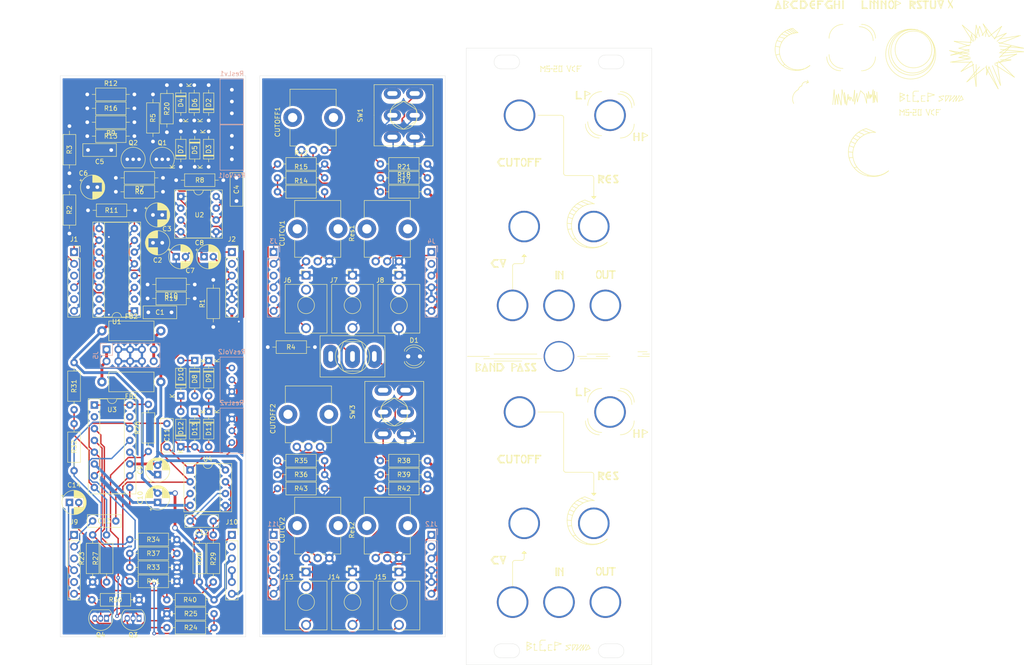
<source format=kicad_pcb>
(kicad_pcb (version 20171130) (host pcbnew "(5.1.9)-1")
  (layers (0 F.Cu signal) (31 B.Cu signal) (34 B.Paste user) (35 F.Paste user) (36 B.SilkS user) (37 F.SilkS user) (38 B.Mask user) (39 F.Mask user) (44 Edge.Cuts user))
  (net 0 "")
  (net 1 GND)
  (net 2 +12V)
  (net 3 -12V)
  (net 4 "Net-(C4-Pad1)")
  (net 5 "Net-(C5-Pad1)")
  (net 6 "Net-(C6-Pad2)")
  (net 7 "Net-(D3-Pad2)")
  (net 8 "Net-(R10-Pad2)")
  (net 9 "Net-(C1-Pad2)")
  (net 10 "Net-(C1-Pad1)")
  (net 11 "Net-(C4-Pad2)")
  (net 12 /HPass)
  (net 13 /Out1)
  (net 14 "Net-(C7-Pad2)")
  (net 15 "Net-(C8-Pad1)")
  (net 16 "Net-(C9-Pad2)")
  (net 17 "Net-(C10-Pad1)")
  (net 18 "Net-(C11-Pad2)")
  (net 19 "Net-(C11-Pad1)")
  (net 20 "Net-(C12-Pad2)")
  (net 21 "Net-(C12-Pad1)")
  (net 22 /Filtre2/HPass)
  (net 23 "Net-(C13-Pad1)")
  (net 24 "Net-(C14-Pad2)")
  (net 25 /Filtre2/Out1)
  (net 26 "Net-(CUTCV1-Pad2)")
  (net 27 /CVIn)
  (net 28 "Net-(CUTCV2-Pad2)")
  (net 29 /Filtre2/CVIn)
  (net 30 "Net-(CUTOFF1-Pad1)")
  (net 31 "Net-(CUTOFF1-Pad2)")
  (net 32 "Net-(CUTOFF1-Pad3)")
  (net 33 "Net-(CUTOFF2-Pad1)")
  (net 34 "Net-(CUTOFF2-Pad2)")
  (net 35 "Net-(CUTOFF2-Pad3)")
  (net 36 "Net-(D1-Pad2)")
  (net 37 "Net-(D2-Pad2)")
  (net 38 "Net-(D2-Pad1)")
  (net 39 "Net-(D4-Pad1)")
  (net 40 "Net-(D5-Pad2)")
  (net 41 "Net-(D6-Pad1)")
  (net 42 "Net-(D8-Pad2)")
  (net 43 "Net-(D10-Pad2)")
  (net 44 "Net-(D11-Pad1)")
  (net 45 "Net-(D10-Pad1)")
  (net 46 "Net-(D11-Pad2)")
  (net 47 "Net-(D12-Pad1)")
  (net 48 "Net-(FB1-Pad2)")
  (net 49 "Net-(FB2-Pad2)")
  (net 50 /LPass)
  (net 51 /FilterOut)
  (net 52 /Cutoff)
  (net 53 /ResOut)
  (net 54 /FilterIn)
  (net 55 /JackOut)
  (net 56 "Net-(J6-PadTN)")
  (net 57 /Filtre2/LPass)
  (net 58 /Filtre2/FilterOut)
  (net 59 /Filtre2/Cutoff)
  (net 60 /Filtre2/ResOut)
  (net 61 Filter2In)
  (net 62 "Net-(Q1-Pad1)")
  (net 63 "Net-(Q1-Pad3)")
  (net 64 "Net-(Q3-Pad1)")
  (net 65 "Net-(Q3-Pad3)")
  (net 66 "Net-(R1-Pad2)")
  (net 67 "Net-(R2-Pad2)")
  (net 68 "Net-(R5-Pad2)")
  (net 69 "Net-(R11-Pad2)")
  (net 70 "Net-(R12-Pad2)")
  (net 71 "Net-(R21-Pad1)")
  (net 72 "Net-(R23-Pad2)")
  (net 73 "Net-(R24-Pad2)")
  (net 74 "Net-(R26-Pad2)")
  (net 75 "Net-(R27-Pad2)")
  (net 76 "Net-(R32-Pad2)")
  (net 77 "Net-(R33-Pad2)")
  (net 78 "Net-(R42-Pad1)")
  (net 79 "Net-(SW1-Pad1)")
  (net 80 "Net-(SW3-Pad1)")
  (net 81 "Net-(U1-Pad15)")
  (net 82 "Net-(U1-Pad2)")
  (net 83 "Net-(U3-Pad15)")
  (net 84 "Net-(U3-Pad2)")
  (net 85 "Net-(J7-PadTN)")
  (net 86 "Net-(J8-PadTN)")
  (net 87 "Net-(J13-PadTN)")
  (net 88 "Net-(J14-PadTN)")
  (net 89 "Net-(J15-PadTN)")
  (net 90 "Net-(J2-Pad2)")
  (net 91 "Net-(J4-Pad2)")
  (net 92 "Net-(J10-Pad2)")
  (net 93 "Net-(J12-Pad2)")
  (net 94 "Net-(J1-Pad3)")
  (net 95 "Net-(J3-Pad3)")
  (net 96 "Net-(J9-Pad3)")
  (net 97 "Net-(J11-Pad3)")
  (net 98 "Net-(J1-Pad5)")
  (net 99 "Net-(J3-Pad5)")
  (module Potentiometer_THT:Potentiometer_Bourns_PTV09A-1_Single_Vertical (layer F.Cu) (at 86 111 90)
    (fp_text reference CUTOFF2 (at 6.05 -10.15 90) (layer F.SilkS))
    (fp_text value 100k)
    (pad "" np_thru_hole circle (at 7 1.9 90) (size 4 4) (drill 2) (layers *.Cu *.Mask))
    (pad "" np_thru_hole circle (at 7 -6.9 90) (size 4 4) (drill 2) (layers *.Cu *.Mask))
    (pad 1 thru_hole circle (at 0 0 90) (size 1.8 1.8) (drill 1) (layers *.Cu *.Mask) (net 33 "Net-(CUTOFF2-Pad1)"))
    (pad 2 thru_hole circle (at 0 -2.5 90) (size 1.8 1.8) (drill 1) (layers *.Cu *.Mask) (net 34 "Net-(CUTOFF2-Pad2)"))
    (pad 3 thru_hole circle (at 0 -5 90) (size 1.8 1.8) (drill 1) (layers *.Cu *.Mask) (net 35 "Net-(CUTOFF2-Pad3)"))
  )
  (module Capacitor_THT:CP_Radial_D5.0mm_P2.00mm (layer F.Cu) (at 51 123 90)
    (fp_text reference C10 (at 1 -3.75 90) (layer F.SilkS))
    (fp_text value 0.1µ)
    (pad 2 thru_hole circle (at 2 0 90) (size 1.6 1.6) (drill 0.8) (layers *.Cu *.Mask) (net 3 -12V))
    (pad 1 thru_hole rect (at 0 0 90) (size 1.6 1.6) (drill 0.8) (layers *.Cu *.Mask) (net 17 "Net-(C10-Pad1)"))
  )
  (module Capacitor_THT:CP_Radial_D5.0mm_P2.00mm (layer F.Cu) (at 51 117 90)
    (fp_text reference C9 (at 1 -3.75 90) (layer F.SilkS))
    (fp_text value 0.1µ)
    (pad 2 thru_hole circle (at 2 0 90) (size 1.6 1.6) (drill 0.8) (layers *.Cu *.Mask) (net 16 "Net-(C9-Pad2)"))
    (pad 1 thru_hole rect (at 0 0 90) (size 1.6 1.6) (drill 0.8) (layers *.Cu *.Mask) (net 2 +12V))
  )
  (module Capacitor_THT:CP_Radial_D5.0mm_P2.00mm (layer F.Cu) (at 61 70)
    (fp_text reference C8 (at -1 -3) (layer F.SilkS))
    (fp_text value 0.1µ)
    (pad 2 thru_hole circle (at 2 0) (size 1.6 1.6) (drill 0.8) (layers *.Cu *.Mask) (net 3 -12V))
    (pad 1 thru_hole rect (at 0 0) (size 1.6 1.6) (drill 0.8) (layers *.Cu *.Mask) (net 15 "Net-(C8-Pad1)"))
  )
  (module Capacitor_THT:CP_Radial_D5.0mm_P2.00mm (layer F.Cu) (at 55 70)
    (fp_text reference C7 (at 3 3) (layer F.SilkS))
    (fp_text value 0.1µ)
    (pad 2 thru_hole circle (at 2 0) (size 1.6 1.6) (drill 0.8) (layers *.Cu *.Mask) (net 14 "Net-(C7-Pad2)"))
    (pad 1 thru_hole rect (at 0 0) (size 1.6 1.6) (drill 0.8) (layers *.Cu *.Mask) (net 2 +12V))
  )
  (module Connector_Audio:Jack_3.5mm_QingPu_WQP-PJ398SM_Vertical_CircularHoles (layer F.Cu) (at 103 138)
    (fp_text reference J15 (at -4.03 1.08 180) (layer F.SilkS))
    (fp_text value FilterOut2)
    (pad T thru_hole circle (at 0 11.4 180) (size 2.13 2.13) (drill 1.43) (layers *.Cu *.Mask) (net 58 /Filtre2/FilterOut))
    (pad S thru_hole rect (at 0 0 180) (size 1.93 1.83) (drill 1.22) (layers *.Cu *.Mask) (net 1 GND))
    (pad TN thru_hole circle (at 0 3.1 180) (size 2.13 2.13) (drill 1.42) (layers *.Cu *.Mask) (net 89 "Net-(J15-PadTN)"))
  )
  (module Connector_Audio:Jack_3.5mm_QingPu_WQP-PJ398SM_Vertical_CircularHoles (layer F.Cu) (at 93 138)
    (fp_text reference J14 (at -4.03 1.08 180) (layer F.SilkS))
    (fp_text value FilterIn2)
    (pad T thru_hole circle (at 0 11.4 180) (size 2.13 2.13) (drill 1.43) (layers *.Cu *.Mask) (net 61 Filter2In))
    (pad S thru_hole rect (at 0 0 180) (size 1.93 1.83) (drill 1.22) (layers *.Cu *.Mask) (net 1 GND))
    (pad TN thru_hole circle (at 0 3.1 180) (size 2.13 2.13) (drill 1.42) (layers *.Cu *.Mask) (net 88 "Net-(J14-PadTN)"))
  )
  (module Connector_Audio:Jack_3.5mm_QingPu_WQP-PJ398SM_Vertical_CircularHoles (layer F.Cu) (at 83 138)
    (fp_text reference J13 (at -4.03 1.08 180) (layer F.SilkS))
    (fp_text value FilterCV2)
    (pad T thru_hole circle (at 0 11.4 180) (size 2.13 2.13) (drill 1.43) (layers *.Cu *.Mask) (net 29 /Filtre2/CVIn))
    (pad S thru_hole rect (at 0 0 180) (size 1.93 1.83) (drill 1.22) (layers *.Cu *.Mask) (net 1 GND))
    (pad TN thru_hole circle (at 0 3.1 180) (size 2.13 2.13) (drill 1.42) (layers *.Cu *.Mask) (net 87 "Net-(J13-PadTN)"))
  )
  (module Connector_PinHeader_2.54mm:PinHeader_1x06_P2.54mm_Vertical (layer B.Cu) (at 110 130 180)
    (fp_text reference J12 (at 0 2.33) (layer B.SilkS) (effects (justify mirror)))
    (fp_text value Conn_JackBoard)
    (pad 6 thru_hole oval (at 0 -12.7 180) (size 1.7 1.7) (drill 1) (layers *.Cu *.Mask) (net 2 +12V))
    (pad 5 thru_hole oval (at 0 -10.16 180) (size 1.7 1.7) (drill 1) (layers *.Cu *.Mask) (net 1 GND))
    (pad 4 thru_hole oval (at 0 -7.62 180) (size 1.7 1.7) (drill 1) (layers *.Cu *.Mask) (net 1 GND))
    (pad 3 thru_hole oval (at 0 -5.08 180) (size 1.7 1.7) (drill 1) (layers *.Cu *.Mask) (net 3 -12V))
    (pad 2 thru_hole oval (at 0 -2.54 180) (size 1.7 1.7) (drill 1) (layers *.Cu *.Mask) (net 93 "Net-(J12-Pad2)"))
    (pad 1 thru_hole rect (at 0 0 180) (size 1.7 1.7) (drill 1) (layers *.Cu *.Mask) (net 60 /Filtre2/ResOut))
  )
  (module Connector_PinHeader_2.54mm:PinHeader_1x06_P2.54mm_Vertical (layer B.Cu) (at 76 130 180)
    (fp_text reference J11 (at 0 2.33) (layer B.SilkS) (effects (justify mirror)))
    (fp_text value Conn_JackBoard)
    (pad 6 thru_hole oval (at 0 -12.7 180) (size 1.7 1.7) (drill 1) (layers *.Cu *.Mask) (net 59 /Filtre2/Cutoff))
    (pad 5 thru_hole oval (at 0 -10.16 180) (size 1.7 1.7) (drill 1) (layers *.Cu *.Mask) (net 58 /Filtre2/FilterOut))
    (pad 4 thru_hole oval (at 0 -7.62 180) (size 1.7 1.7) (drill 1) (layers *.Cu *.Mask) (net 25 /Filtre2/Out1))
    (pad 3 thru_hole oval (at 0 -5.08 180) (size 1.7 1.7) (drill 1) (layers *.Cu *.Mask) (net 97 "Net-(J11-Pad3)"))
    (pad 2 thru_hole oval (at 0 -2.54 180) (size 1.7 1.7) (drill 1) (layers *.Cu *.Mask) (net 22 /Filtre2/HPass))
    (pad 1 thru_hole rect (at 0 0 180) (size 1.7 1.7) (drill 1) (layers *.Cu *.Mask) (net 57 /Filtre2/LPass))
  )
  (module Connector_PinSocket_2.54mm:PinSocket_1x06_P2.54mm_Vertical (layer F.Cu) (at 67 130)
    (fp_text reference J10 (at 0 -2.77) (layer F.SilkS))
    (fp_text value Conn_CircuitBoard)
    (pad 6 thru_hole oval (at 0 12.7) (size 1.7 1.7) (drill 1) (layers *.Cu *.Mask) (net 2 +12V))
    (pad 5 thru_hole oval (at 0 10.16) (size 1.7 1.7) (drill 1) (layers *.Cu *.Mask) (net 1 GND))
    (pad 4 thru_hole oval (at 0 7.62) (size 1.7 1.7) (drill 1) (layers *.Cu *.Mask) (net 1 GND))
    (pad 3 thru_hole oval (at 0 5.08) (size 1.7 1.7) (drill 1) (layers *.Cu *.Mask) (net 3 -12V))
    (pad 2 thru_hole oval (at 0 2.54) (size 1.7 1.7) (drill 1) (layers *.Cu *.Mask) (net 92 "Net-(J10-Pad2)"))
    (pad 1 thru_hole rect (at 0 0) (size 1.7 1.7) (drill 1) (layers *.Cu *.Mask) (net 60 /Filtre2/ResOut))
  )
  (module Connector_PinSocket_2.54mm:PinSocket_1x06_P2.54mm_Vertical (layer F.Cu) (at 33 130)
    (fp_text reference J9 (at 0 -2.77) (layer F.SilkS))
    (fp_text value Conn_CircuitBoard)
    (pad 6 thru_hole oval (at 0 12.7) (size 1.7 1.7) (drill 1) (layers *.Cu *.Mask) (net 59 /Filtre2/Cutoff))
    (pad 5 thru_hole oval (at 0 10.16) (size 1.7 1.7) (drill 1) (layers *.Cu *.Mask) (net 58 /Filtre2/FilterOut))
    (pad 4 thru_hole oval (at 0 7.62) (size 1.7 1.7) (drill 1) (layers *.Cu *.Mask) (net 25 /Filtre2/Out1))
    (pad 3 thru_hole oval (at 0 5.08) (size 1.7 1.7) (drill 1) (layers *.Cu *.Mask) (net 96 "Net-(J9-Pad3)"))
    (pad 2 thru_hole oval (at 0 2.54) (size 1.7 1.7) (drill 1) (layers *.Cu *.Mask) (net 22 /Filtre2/HPass))
    (pad 1 thru_hole rect (at 0 0) (size 1.7 1.7) (drill 1) (layers *.Cu *.Mask) (net 57 /Filtre2/LPass))
  )
  (module Connector_Audio:Jack_3.5mm_QingPu_WQP-PJ398SM_Vertical_CircularHoles (layer F.Cu) (at 103 74)
    (fp_text reference J8 (at -4.03 1.08 180) (layer F.SilkS))
    (fp_text value FilterOut1)
    (pad T thru_hole circle (at 0 11.4 180) (size 2.13 2.13) (drill 1.43) (layers *.Cu *.Mask) (net 55 /JackOut))
    (pad S thru_hole rect (at 0 0 180) (size 1.93 1.83) (drill 1.22) (layers *.Cu *.Mask) (net 1 GND))
    (pad TN thru_hole circle (at 0 3.1 180) (size 2.13 2.13) (drill 1.42) (layers *.Cu *.Mask) (net 86 "Net-(J8-PadTN)"))
  )
  (module Connector_Audio:Jack_3.5mm_QingPu_WQP-PJ398SM_Vertical_CircularHoles (layer F.Cu) (at 93 74)
    (fp_text reference J7 (at -4.03 1.08 180) (layer F.SilkS))
    (fp_text value FilterIn1)
    (pad T thru_hole circle (at 0 11.4 180) (size 2.13 2.13) (drill 1.43) (layers *.Cu *.Mask) (net 54 /FilterIn))
    (pad S thru_hole rect (at 0 0 180) (size 1.93 1.83) (drill 1.22) (layers *.Cu *.Mask) (net 1 GND))
    (pad TN thru_hole circle (at 0 3.1 180) (size 2.13 2.13) (drill 1.42) (layers *.Cu *.Mask) (net 85 "Net-(J7-PadTN)"))
  )
  (module Connector_PinHeader_2.54mm:PinHeader_2x05_P2.54mm_Vertical (layer B.Cu) (at 40 90 270)
    (fp_text reference J5 (at 1.27 2.33 270) (layer B.SilkS) (effects (justify mirror)))
    (fp_text value "Power Input")
    (pad 10 thru_hole oval (at 2.54 -10.16 270) (size 1.7 1.7) (drill 1) (layers *.Cu *.Mask) (net 49 "Net-(FB2-Pad2)"))
    (pad 9 thru_hole oval (at 0 -10.16 270) (size 1.7 1.7) (drill 1) (layers *.Cu *.Mask) (net 49 "Net-(FB2-Pad2)"))
    (pad 8 thru_hole oval (at 2.54 -7.62 270) (size 1.7 1.7) (drill 1) (layers *.Cu *.Mask) (net 1 GND))
    (pad 7 thru_hole oval (at 0 -7.62 270) (size 1.7 1.7) (drill 1) (layers *.Cu *.Mask) (net 1 GND))
    (pad 6 thru_hole oval (at 2.54 -5.08 270) (size 1.7 1.7) (drill 1) (layers *.Cu *.Mask) (net 1 GND))
    (pad 5 thru_hole oval (at 0 -5.08 270) (size 1.7 1.7) (drill 1) (layers *.Cu *.Mask) (net 1 GND))
    (pad 4 thru_hole oval (at 2.54 -2.54 270) (size 1.7 1.7) (drill 1) (layers *.Cu *.Mask) (net 1 GND))
    (pad 3 thru_hole oval (at 0 -2.54 270) (size 1.7 1.7) (drill 1) (layers *.Cu *.Mask) (net 1 GND))
    (pad 2 thru_hole oval (at 2.54 0 270) (size 1.7 1.7) (drill 1) (layers *.Cu *.Mask) (net 48 "Net-(FB1-Pad2)"))
    (pad 1 thru_hole rect (at 0 0 270) (size 1.7 1.7) (drill 1) (layers *.Cu *.Mask) (net 48 "Net-(FB1-Pad2)"))
  )
  (module Connector_PinHeader_2.54mm:PinHeader_1x06_P2.54mm_Vertical (layer B.Cu) (at 110 69 180)
    (fp_text reference J4 (at 0 2.33) (layer B.SilkS) (effects (justify mirror)))
    (fp_text value Conn_JackBoard)
    (pad 6 thru_hole oval (at 0 -12.7 180) (size 1.7 1.7) (drill 1) (layers *.Cu *.Mask) (net 2 +12V))
    (pad 5 thru_hole oval (at 0 -10.16 180) (size 1.7 1.7) (drill 1) (layers *.Cu *.Mask) (net 1 GND))
    (pad 4 thru_hole oval (at 0 -7.62 180) (size 1.7 1.7) (drill 1) (layers *.Cu *.Mask) (net 1 GND))
    (pad 3 thru_hole oval (at 0 -5.08 180) (size 1.7 1.7) (drill 1) (layers *.Cu *.Mask) (net 3 -12V))
    (pad 2 thru_hole oval (at 0 -2.54 180) (size 1.7 1.7) (drill 1) (layers *.Cu *.Mask) (net 91 "Net-(J4-Pad2)"))
    (pad 1 thru_hole rect (at 0 0 180) (size 1.7 1.7) (drill 1) (layers *.Cu *.Mask) (net 53 /ResOut))
  )
  (module Connector_PinHeader_2.54mm:PinHeader_1x06_P2.54mm_Vertical (layer B.Cu) (at 76 69 180)
    (fp_text reference J3 (at 0 2.33) (layer B.SilkS) (effects (justify mirror)))
    (fp_text value Conn_JackBoard)
    (pad 6 thru_hole oval (at 0 -12.7 180) (size 1.7 1.7) (drill 1) (layers *.Cu *.Mask) (net 52 /Cutoff))
    (pad 5 thru_hole oval (at 0 -10.16 180) (size 1.7 1.7) (drill 1) (layers *.Cu *.Mask) (net 99 "Net-(J3-Pad5)"))
    (pad 4 thru_hole oval (at 0 -7.62 180) (size 1.7 1.7) (drill 1) (layers *.Cu *.Mask) (net 13 /Out1))
    (pad 3 thru_hole oval (at 0 -5.08 180) (size 1.7 1.7) (drill 1) (layers *.Cu *.Mask) (net 95 "Net-(J3-Pad3)"))
    (pad 2 thru_hole oval (at 0 -2.54 180) (size 1.7 1.7) (drill 1) (layers *.Cu *.Mask) (net 12 /HPass))
    (pad 1 thru_hole rect (at 0 0 180) (size 1.7 1.7) (drill 1) (layers *.Cu *.Mask) (net 50 /LPass))
  )
  (module Connector_PinSocket_2.54mm:PinSocket_1x06_P2.54mm_Vertical (layer F.Cu) (at 67 69)
    (fp_text reference J2 (at 0 -2.77) (layer F.SilkS))
    (fp_text value Conn_CircuitBoard)
    (pad 6 thru_hole oval (at 0 12.7) (size 1.7 1.7) (drill 1) (layers *.Cu *.Mask) (net 2 +12V))
    (pad 5 thru_hole oval (at 0 10.16) (size 1.7 1.7) (drill 1) (layers *.Cu *.Mask) (net 1 GND))
    (pad 4 thru_hole oval (at 0 7.62) (size 1.7 1.7) (drill 1) (layers *.Cu *.Mask) (net 1 GND))
    (pad 3 thru_hole oval (at 0 5.08) (size 1.7 1.7) (drill 1) (layers *.Cu *.Mask) (net 3 -12V))
    (pad 2 thru_hole oval (at 0 2.54) (size 1.7 1.7) (drill 1) (layers *.Cu *.Mask) (net 90 "Net-(J2-Pad2)"))
    (pad 1 thru_hole rect (at 0 0) (size 1.7 1.7) (drill 1) (layers *.Cu *.Mask) (net 53 /ResOut))
  )
  (module Connector_PinSocket_2.54mm:PinSocket_1x06_P2.54mm_Vertical (layer F.Cu) (at 33 69)
    (fp_text reference J1 (at 0 -2.77) (layer F.SilkS))
    (fp_text value Conn_CircuitBoard)
    (pad 6 thru_hole oval (at 0 12.7) (size 1.7 1.7) (drill 1) (layers *.Cu *.Mask) (net 52 /Cutoff))
    (pad 5 thru_hole oval (at 0 10.16) (size 1.7 1.7) (drill 1) (layers *.Cu *.Mask) (net 98 "Net-(J1-Pad5)"))
    (pad 4 thru_hole oval (at 0 7.62) (size 1.7 1.7) (drill 1) (layers *.Cu *.Mask) (net 13 /Out1))
    (pad 3 thru_hole oval (at 0 5.08) (size 1.7 1.7) (drill 1) (layers *.Cu *.Mask) (net 94 "Net-(J1-Pad3)"))
    (pad 2 thru_hole oval (at 0 2.54) (size 1.7 1.7) (drill 1) (layers *.Cu *.Mask) (net 12 /HPass))
    (pad 1 thru_hole rect (at 0 0) (size 1.7 1.7) (drill 1) (layers *.Cu *.Mask) (net 50 /LPass))
  )
  (module Package_DIP:DIP-8_W7.62mm_Socket (layer F.Cu) (at 58 116)
    (fp_text reference U4 (at 3.81 -2.33) (layer F.SilkS))
    (fp_text value TL072)
    (pad 8 thru_hole oval (at 7.62 0) (size 1.6 1.6) (drill 0.8) (layers *.Cu *.Mask) (net 16 "Net-(C9-Pad2)"))
    (pad 4 thru_hole oval (at 0 7.62) (size 1.6 1.6) (drill 0.8) (layers *.Cu *.Mask) (net 17 "Net-(C10-Pad1)"))
    (pad 7 thru_hole oval (at 7.62 2.54) (size 1.6 1.6) (drill 0.8) (layers *.Cu *.Mask) (net 21 "Net-(C12-Pad1)"))
    (pad 3 thru_hole oval (at 0 5.08) (size 1.6 1.6) (drill 0.8) (layers *.Cu *.Mask) (net 60 /Filtre2/ResOut))
    (pad 6 thru_hole oval (at 7.62 5.08) (size 1.6 1.6) (drill 0.8) (layers *.Cu *.Mask) (net 20 "Net-(C12-Pad2)"))
    (pad 2 thru_hole oval (at 0 2.54) (size 1.6 1.6) (drill 0.8) (layers *.Cu *.Mask) (net 47 "Net-(D12-Pad1)"))
    (pad 5 thru_hole oval (at 7.62 7.62) (size 1.6 1.6) (drill 0.8) (layers *.Cu *.Mask) (net 1 GND))
    (pad 1 thru_hole rect (at 0 0) (size 1.6 1.6) (drill 0.8) (layers *.Cu *.Mask) (net 18 "Net-(C11-Pad2)"))
  )
  (module Package_DIP:DIP-16_W7.62mm_Socket (layer F.Cu) (at 37.38 102)
    (fp_text reference U3 (at 3.81 1) (layer F.SilkS))
    (fp_text value LM13700)
    (pad 16 thru_hole oval (at 7.62 0) (size 1.6 1.6) (drill 0.8) (layers *.Cu *.Mask) (net 74 "Net-(R26-Pad2)"))
    (pad 8 thru_hole oval (at 0 17.78) (size 1.6 1.6) (drill 0.8) (layers *.Cu *.Mask) (net 75 "Net-(R27-Pad2)"))
    (pad 15 thru_hole oval (at 7.62 2.54) (size 1.6 1.6) (drill 0.8) (layers *.Cu *.Mask) (net 83 "Net-(U3-Pad15)"))
    (pad 7 thru_hole oval (at 0 15.24) (size 1.6 1.6) (drill 0.8) (layers *.Cu *.Mask) (net 19 "Net-(C11-Pad1)"))
    (pad 14 thru_hole oval (at 7.62 5.08) (size 1.6 1.6) (drill 0.8) (layers *.Cu *.Mask) (net 76 "Net-(R32-Pad2)"))
    (pad 6 thru_hole oval (at 0 12.7) (size 1.6 1.6) (drill 0.8) (layers *.Cu *.Mask) (net 17 "Net-(C10-Pad1)"))
    (pad 13 thru_hole oval (at 7.62 7.62) (size 1.6 1.6) (drill 0.8) (layers *.Cu *.Mask) (net 77 "Net-(R33-Pad2)"))
    (pad 5 thru_hole oval (at 0 10.16) (size 1.6 1.6) (drill 0.8) (layers *.Cu *.Mask) (net 19 "Net-(C11-Pad1)"))
    (pad 12 thru_hole oval (at 7.62 10.16) (size 1.6 1.6) (drill 0.8) (layers *.Cu *.Mask) (net 23 "Net-(C13-Pad1)"))
    (pad 4 thru_hole oval (at 0 7.62) (size 1.6 1.6) (drill 0.8) (layers *.Cu *.Mask) (net 72 "Net-(R23-Pad2)"))
    (pad 11 thru_hole oval (at 7.62 12.7) (size 1.6 1.6) (drill 0.8) (layers *.Cu *.Mask) (net 16 "Net-(C9-Pad2)"))
    (pad 3 thru_hole oval (at 0 5.08) (size 1.6 1.6) (drill 0.8) (layers *.Cu *.Mask) (net 73 "Net-(R24-Pad2)"))
    (pad 10 thru_hole oval (at 7.62 15.24) (size 1.6 1.6) (drill 0.8) (layers *.Cu *.Mask) (net 23 "Net-(C13-Pad1)"))
    (pad 2 thru_hole oval (at 0 2.54) (size 1.6 1.6) (drill 0.8) (layers *.Cu *.Mask) (net 84 "Net-(U3-Pad2)"))
    (pad 9 thru_hole oval (at 7.62 17.78) (size 1.6 1.6) (drill 0.8) (layers *.Cu *.Mask) (net 24 "Net-(C14-Pad2)"))
    (pad 1 thru_hole rect (at 0 0) (size 1.6 1.6) (drill 0.8) (layers *.Cu *.Mask) (net 74 "Net-(R26-Pad2)"))
  )
  (module Package_DIP:DIP-8_W7.62mm_Socket (layer F.Cu) (at 56 57)
    (fp_text reference U2 (at 4 4) (layer F.SilkS))
    (fp_text value TL072)
    (pad 8 thru_hole oval (at 7.62 0) (size 1.6 1.6) (drill 0.8) (layers *.Cu *.Mask) (net 14 "Net-(C7-Pad2)"))
    (pad 4 thru_hole oval (at 0 7.62) (size 1.6 1.6) (drill 0.8) (layers *.Cu *.Mask) (net 15 "Net-(C8-Pad1)"))
    (pad 7 thru_hole oval (at 7.62 2.54) (size 1.6 1.6) (drill 0.8) (layers *.Cu *.Mask) (net 4 "Net-(C4-Pad1)"))
    (pad 3 thru_hole oval (at 0 5.08) (size 1.6 1.6) (drill 0.8) (layers *.Cu *.Mask) (net 53 /ResOut))
    (pad 6 thru_hole oval (at 7.62 5.08) (size 1.6 1.6) (drill 0.8) (layers *.Cu *.Mask) (net 11 "Net-(C4-Pad2)"))
    (pad 2 thru_hole oval (at 0 2.54) (size 1.6 1.6) (drill 0.8) (layers *.Cu *.Mask) (net 41 "Net-(D6-Pad1)"))
    (pad 5 thru_hole oval (at 7.62 7.62) (size 1.6 1.6) (drill 0.8) (layers *.Cu *.Mask) (net 1 GND))
    (pad 1 thru_hole rect (at 0 0) (size 1.6 1.6) (drill 0.8) (layers *.Cu *.Mask) (net 9 "Net-(C1-Pad2)"))
  )
  (module Package_DIP:DIP-16_W7.62mm_Socket (layer F.Cu) (at 46 81.7 180)
    (fp_text reference U1 (at 3.81 -2.33) (layer F.SilkS))
    (fp_text value LM13700)
    (pad 16 thru_hole oval (at 7.62 0 180) (size 1.6 1.6) (drill 0.8) (layers *.Cu *.Mask) (net 68 "Net-(R5-Pad2)"))
    (pad 8 thru_hole oval (at 0 17.78 180) (size 1.6 1.6) (drill 0.8) (layers *.Cu *.Mask) (net 8 "Net-(R10-Pad2)"))
    (pad 15 thru_hole oval (at 7.62 2.54 180) (size 1.6 1.6) (drill 0.8) (layers *.Cu *.Mask) (net 81 "Net-(U1-Pad15)"))
    (pad 7 thru_hole oval (at 0 15.24 180) (size 1.6 1.6) (drill 0.8) (layers *.Cu *.Mask) (net 10 "Net-(C1-Pad1)"))
    (pad 14 thru_hole oval (at 7.62 5.08 180) (size 1.6 1.6) (drill 0.8) (layers *.Cu *.Mask) (net 69 "Net-(R11-Pad2)"))
    (pad 6 thru_hole oval (at 0 12.7 180) (size 1.6 1.6) (drill 0.8) (layers *.Cu *.Mask) (net 15 "Net-(C8-Pad1)"))
    (pad 13 thru_hole oval (at 7.62 7.62 180) (size 1.6 1.6) (drill 0.8) (layers *.Cu *.Mask) (net 70 "Net-(R12-Pad2)"))
    (pad 5 thru_hole oval (at 0 10.16 180) (size 1.6 1.6) (drill 0.8) (layers *.Cu *.Mask) (net 10 "Net-(C1-Pad1)"))
    (pad 12 thru_hole oval (at 7.62 10.16 180) (size 1.6 1.6) (drill 0.8) (layers *.Cu *.Mask) (net 5 "Net-(C5-Pad1)"))
    (pad 4 thru_hole oval (at 0 7.62 180) (size 1.6 1.6) (drill 0.8) (layers *.Cu *.Mask) (net 66 "Net-(R1-Pad2)"))
    (pad 11 thru_hole oval (at 7.62 12.7 180) (size 1.6 1.6) (drill 0.8) (layers *.Cu *.Mask) (net 14 "Net-(C7-Pad2)"))
    (pad 3 thru_hole oval (at 0 5.08 180) (size 1.6 1.6) (drill 0.8) (layers *.Cu *.Mask) (net 67 "Net-(R2-Pad2)"))
    (pad 10 thru_hole oval (at 7.62 15.24 180) (size 1.6 1.6) (drill 0.8) (layers *.Cu *.Mask) (net 5 "Net-(C5-Pad1)"))
    (pad 2 thru_hole oval (at 0 2.54 180) (size 1.6 1.6) (drill 0.8) (layers *.Cu *.Mask) (net 82 "Net-(U1-Pad2)"))
    (pad 9 thru_hole oval (at 7.62 17.78 180) (size 1.6 1.6) (drill 0.8) (layers *.Cu *.Mask) (net 6 "Net-(C6-Pad2)"))
    (pad 1 thru_hole rect (at 0 0 180) (size 1.6 1.6) (drill 0.8) (layers *.Cu *.Mask) (net 68 "Net-(R5-Pad2)"))
  )
  (module Synth:SW_DPDT_Toggle (layer F.Cu) (at 102 103.5 90)
    (fp_text reference SW3 (at 0 -9 90) (layer F.SilkS))
    (fp_text value "Hpass/Lpass Switch")
    (pad 6 thru_hole oval (at -4.7 2.4 180) (size 3.7 2.4) (drill oval 2.2 1) (layers *.Cu *.Mask) (net 1 GND))
    (pad 5 thru_hole oval (at 0 2.4 180) (size 3.7 2.4) (drill oval 2.2 1) (layers *.Cu *.Mask) (net 22 /Filtre2/HPass))
    (pad 4 thru_hole oval (at 4.7 2.4 180) (size 3.7 2.4) (drill oval 2.2 1) (layers *.Cu *.Mask) (net 61 Filter2In))
    (pad 3 thru_hole oval (at -4.7 -2.4 180) (size 3.7 2.4) (drill oval 2.2 1) (layers *.Cu *.Mask) (net 61 Filter2In))
    (pad 2 thru_hole oval (at 0 -2.4 180) (size 3.7 2.4) (drill oval 2.2 1) (layers *.Cu *.Mask) (net 57 /Filtre2/LPass))
    (pad 1 thru_hole oval (at 4.7 -2.4 180) (size 3.7 2.4) (drill oval 2.2 1) (layers *.Cu *.Mask) (net 80 "Net-(SW3-Pad1)"))
  )
  (module Synth:SW_Toggle_Blue_wSlots (layer F.Cu) (at 93 91.5)
    (fp_text reference SW2 hide)
    (fp_text value Bandpass)
    (pad 3 thru_hole oval (at 4.7 0) (size 3.2 5) (drill oval 1 2.3) (layers *.Cu) (net 61 Filter2In))
    (pad 2 thru_hole oval (at 0 0) (size 3.2 5) (drill oval 1 2.3) (layers *.Cu) (net 51 /FilterOut))
    (pad 1 thru_hole oval (at -4.7 0) (size 3.2 5) (drill oval 1 2.3) (layers *.Cu) (net 55 /JackOut))
  )
  (module Synth:SW_DPDT_Toggle (layer F.Cu) (at 104 39.5 90)
    (fp_text reference SW1 (at 0 -9.35 90) (layer F.SilkS))
    (fp_text value "Hpass/Lpass Switch")
    (pad 6 thru_hole oval (at -4.7 2.4 180) (size 3.7 2.4) (drill oval 2.2 1) (layers *.Cu *.Mask) (net 1 GND))
    (pad 5 thru_hole oval (at 0 2.4 180) (size 3.7 2.4) (drill oval 2.2 1) (layers *.Cu *.Mask) (net 12 /HPass))
    (pad 4 thru_hole oval (at 4.7 2.4 180) (size 3.7 2.4) (drill oval 2.2 1) (layers *.Cu *.Mask) (net 54 /FilterIn))
    (pad 3 thru_hole oval (at -4.7 -2.4 180) (size 3.7 2.4) (drill oval 2.2 1) (layers *.Cu *.Mask) (net 54 /FilterIn))
    (pad 2 thru_hole oval (at 0 -2.4 180) (size 3.7 2.4) (drill oval 2.2 1) (layers *.Cu *.Mask) (net 50 /LPass))
    (pad 1 thru_hole oval (at 4.7 -2.4 180) (size 3.7 2.4) (drill oval 2.2 1) (layers *.Cu *.Mask) (net 79 "Net-(SW1-Pad1)"))
  )
  (module Potentiometer_THT:Potentiometer_Bourns_3386C_Horizontal (layer B.Cu) (at 67 94 180)
    (fp_text reference ResVol2 (at 0 3.475) (layer B.SilkS) (effects (justify mirror)))
    (fp_text value 10k)
    (pad 1 thru_hole circle (at 0 0 180) (size 1.44 1.44) (drill 0.8) (layers *.Cu *.Mask) (net 42 "Net-(D8-Pad2)"))
    (pad 2 thru_hole circle (at 0 -2.54 180) (size 1.44 1.44) (drill 0.8) (layers *.Cu *.Mask) (net 18 "Net-(C11-Pad2)"))
    (pad 3 thru_hole circle (at 0 -5.08 180) (size 1.44 1.44) (drill 0.8) (layers *.Cu *.Mask) (net 1 GND))
  )
  (module Potentiometer_THT:Potentiometer_Bourns_3386C_Horizontal (layer B.Cu) (at 67 49)
    (fp_text reference ResVol1 (at 0 3.475) (layer B.SilkS) (effects (justify mirror)))
    (fp_text value 10k)
    (pad 1 thru_hole circle (at 0 0) (size 1.44 1.44) (drill 0.8) (layers *.Cu *.Mask) (net 37 "Net-(D2-Pad2)"))
    (pad 2 thru_hole circle (at 0 -2.54) (size 1.44 1.44) (drill 0.8) (layers *.Cu *.Mask) (net 9 "Net-(C1-Pad2)"))
    (pad 3 thru_hole circle (at 0 -5.08) (size 1.44 1.44) (drill 0.8) (layers *.Cu *.Mask) (net 1 GND))
  )
  (module Potentiometer_THT:Potentiometer_Bourns_3386C_Horizontal (layer B.Cu) (at 67 105 180)
    (fp_text reference ResLv2 (at 0 3.475) (layer B.SilkS) (effects (justify mirror)))
    (fp_text value 3.3k)
    (pad 1 thru_hole circle (at 0 0 180) (size 1.44 1.44) (drill 0.8) (layers *.Cu *.Mask) (net 1 GND))
    (pad 2 thru_hole circle (at 0 -2.54 180) (size 1.44 1.44) (drill 0.8) (layers *.Cu *.Mask) (net 18 "Net-(C11-Pad2)"))
    (pad 3 thru_hole circle (at 0 -5.08 180) (size 1.44 1.44) (drill 0.8) (layers *.Cu *.Mask) (net 47 "Net-(D12-Pad1)"))
  )
  (module Potentiometer_THT:Potentiometer_Bourns_3386C_Horizontal (layer B.Cu) (at 67 34 180)
    (fp_text reference ResLv1 (at 0 3.475) (layer B.SilkS) (effects (justify mirror)))
    (fp_text value 3.3k)
    (pad 1 thru_hole circle (at 0 0 180) (size 1.44 1.44) (drill 0.8) (layers *.Cu *.Mask) (net 1 GND))
    (pad 2 thru_hole circle (at 0 -2.54 180) (size 1.44 1.44) (drill 0.8) (layers *.Cu *.Mask) (net 9 "Net-(C1-Pad2)"))
    (pad 3 thru_hole circle (at 0 -5.08 180) (size 1.44 1.44) (drill 0.8) (layers *.Cu *.Mask) (net 41 "Net-(D6-Pad1)"))
  )
  (module Potentiometer_THT:Potentiometer_Bourns_PTV09A-1_Single_Vertical (layer F.Cu) (at 103 135 90)
    (fp_text reference Res2 (at 6.05 -10.15 90) (layer F.SilkS))
    (fp_text value 100k)
    (pad "" np_thru_hole circle (at 7 1.9 90) (size 4 4) (drill 2) (layers *.Cu *.Mask))
    (pad "" np_thru_hole circle (at 7 -6.9 90) (size 4 4) (drill 2) (layers *.Cu *.Mask))
    (pad 1 thru_hole circle (at 0 0 90) (size 1.8 1.8) (drill 1) (layers *.Cu *.Mask) (net 1 GND))
    (pad 2 thru_hole circle (at 0 -2.5 90) (size 1.8 1.8) (drill 1) (layers *.Cu *.Mask) (net 60 /Filtre2/ResOut))
    (pad 3 thru_hole circle (at 0 -5 90) (size 1.8 1.8) (drill 1) (layers *.Cu *.Mask) (net 78 "Net-(R42-Pad1)"))
  )
  (module Potentiometer_THT:Potentiometer_Bourns_PTV09A-1_Single_Vertical (layer F.Cu) (at 103 71 90)
    (fp_text reference Res1 (at 6.05 -10.15 90) (layer F.SilkS))
    (fp_text value 100k)
    (pad "" np_thru_hole circle (at 7 1.9 90) (size 4 4) (drill 2) (layers *.Cu *.Mask))
    (pad "" np_thru_hole circle (at 7 -6.9 90) (size 4 4) (drill 2) (layers *.Cu *.Mask))
    (pad 1 thru_hole circle (at 0 0 90) (size 1.8 1.8) (drill 1) (layers *.Cu *.Mask) (net 1 GND))
    (pad 2 thru_hole circle (at 0 -2.5 90) (size 1.8 1.8) (drill 1) (layers *.Cu *.Mask) (net 53 /ResOut))
    (pad 3 thru_hole circle (at 0 -5 90) (size 1.8 1.8) (drill 1) (layers *.Cu *.Mask) (net 71 "Net-(R21-Pad1)"))
  )
  (module Resistor_THT:R_Axial_DIN0207_L6.3mm_D2.5mm_P10.16mm_Horizontal (layer F.Cu) (at 76.84 120)
    (fp_text reference R43 (at 5.08 0) (layer F.SilkS))
    (fp_text value 1k)
    (pad 2 thru_hole oval (at 10.16 0) (size 1.6 1.6) (drill 0.8) (layers *.Cu *.Mask) (net 25 /Filtre2/Out1))
    (pad 1 thru_hole circle (at 0 0) (size 1.6 1.6) (drill 0.8) (layers *.Cu *.Mask) (net 58 /Filtre2/FilterOut))
  )
  (module Resistor_THT:R_Axial_DIN0207_L6.3mm_D2.5mm_P10.16mm_Horizontal (layer F.Cu) (at 109.16 120 180)
    (fp_text reference R42 (at 5.08 0) (layer F.SilkS))
    (fp_text value 1k)
    (pad 2 thru_hole oval (at 10.16 0 180) (size 1.6 1.6) (drill 0.8) (layers *.Cu *.Mask) (net 25 /Filtre2/Out1))
    (pad 1 thru_hole circle (at 0 0 180) (size 1.6 1.6) (drill 0.8) (layers *.Cu *.Mask) (net 78 "Net-(R42-Pad1)"))
  )
  (module Resistor_THT:R_Axial_DIN0207_L6.3mm_D2.5mm_P10.16mm_Horizontal (layer F.Cu) (at 55.16 140 180)
    (fp_text reference R41 (at 5.08 0) (layer F.SilkS))
    (fp_text value 2.2k)
    (pad 2 thru_hole oval (at 10.16 0 180) (size 1.6 1.6) (drill 0.8) (layers *.Cu *.Mask) (net 47 "Net-(D12-Pad1)"))
    (pad 1 thru_hole circle (at 0 0 180) (size 1.6 1.6) (drill 0.8) (layers *.Cu *.Mask) (net 1 GND))
  )
  (module Resistor_THT:R_Axial_DIN0207_L6.3mm_D2.5mm_P10.16mm_Horizontal (layer F.Cu) (at 63.16 144 180)
    (fp_text reference R40 (at 5.16 0) (layer F.SilkS))
    (fp_text value 1.8k)
    (pad 2 thru_hole oval (at 10.16 0 180) (size 1.6 1.6) (drill 0.8) (layers *.Cu *.Mask) (net 24 "Net-(C14-Pad2)"))
    (pad 1 thru_hole circle (at 0 0 180) (size 1.6 1.6) (drill 0.8) (layers *.Cu *.Mask) (net 3 -12V))
  )
  (module Resistor_THT:R_Axial_DIN0207_L6.3mm_D2.5mm_P10.16mm_Horizontal (layer F.Cu) (at 109.16 117 180)
    (fp_text reference R39 (at 5.08 0) (layer F.SilkS))
    (fp_text value 56k)
    (pad 2 thru_hole oval (at 10.16 0 180) (size 1.6 1.6) (drill 0.8) (layers *.Cu *.Mask) (net 33 "Net-(CUTOFF2-Pad1)"))
    (pad 1 thru_hole circle (at 0 0 180) (size 1.6 1.6) (drill 0.8) (layers *.Cu *.Mask) (net 3 -12V))
  )
  (module Resistor_THT:R_Axial_DIN0207_L6.3mm_D2.5mm_P10.16mm_Horizontal (layer F.Cu) (at 99 114)
    (fp_text reference R38 (at 5.08 0) (layer F.SilkS))
    (fp_text value 33k)
    (pad 2 thru_hole oval (at 10.16 0) (size 1.6 1.6) (drill 0.8) (layers *.Cu *.Mask) (net 2 +12V))
    (pad 1 thru_hole circle (at 0 0) (size 1.6 1.6) (drill 0.8) (layers *.Cu *.Mask) (net 35 "Net-(CUTOFF2-Pad3)"))
  )
  (module Resistor_THT:R_Axial_DIN0207_L6.3mm_D2.5mm_P10.16mm_Horizontal (layer F.Cu) (at 45 134)
    (fp_text reference R37 (at 5.08 0) (layer F.SilkS))
    (fp_text value 100k)
    (pad 2 thru_hole oval (at 10.16 0) (size 1.6 1.6) (drill 0.8) (layers *.Cu *.Mask) (net 24 "Net-(C14-Pad2)"))
    (pad 1 thru_hole circle (at 0 0) (size 1.6 1.6) (drill 0.8) (layers *.Cu *.Mask) (net 77 "Net-(R33-Pad2)"))
  )
  (module Resistor_THT:R_Axial_DIN0207_L6.3mm_D2.5mm_P10.16mm_Horizontal (layer F.Cu) (at 87 117 180)
    (fp_text reference R36 (at 5.08 0) (layer F.SilkS))
    (fp_text value 100k)
    (pad 2 thru_hole oval (at 10.16 0 180) (size 1.6 1.6) (drill 0.8) (layers *.Cu *.Mask) (net 34 "Net-(CUTOFF2-Pad2)"))
    (pad 1 thru_hole circle (at 0 0 180) (size 1.6 1.6) (drill 0.8) (layers *.Cu *.Mask) (net 59 /Filtre2/Cutoff))
  )
  (module Resistor_THT:R_Axial_DIN0207_L6.3mm_D2.5mm_P10.16mm_Horizontal (layer F.Cu) (at 87 114 180)
    (fp_text reference R35 (at 5.08 0) (layer F.SilkS))
    (fp_text value 82k)
    (pad 2 thru_hole oval (at 10.16 0 180) (size 1.6 1.6) (drill 0.8) (layers *.Cu *.Mask) (net 28 "Net-(CUTCV2-Pad2)"))
    (pad 1 thru_hole circle (at 0 0 180) (size 1.6 1.6) (drill 0.8) (layers *.Cu *.Mask) (net 59 /Filtre2/Cutoff))
  )
  (module Resistor_THT:R_Axial_DIN0207_L6.3mm_D2.5mm_P10.16mm_Horizontal (layer F.Cu) (at 55.16 131 180)
    (fp_text reference R34 (at 5.08 0) (layer F.SilkS))
    (fp_text value 470)
    (pad 2 thru_hole oval (at 10.16 0 180) (size 1.6 1.6) (drill 0.8) (layers *.Cu *.Mask) (net 76 "Net-(R32-Pad2)"))
    (pad 1 thru_hole circle (at 0 0 180) (size 1.6 1.6) (drill 0.8) (layers *.Cu *.Mask) (net 1 GND))
  )
  (module Resistor_THT:R_Axial_DIN0207_L6.3mm_D2.5mm_P10.16mm_Horizontal (layer F.Cu) (at 55.16 137 180)
    (fp_text reference R33 (at 5.08 0) (layer F.SilkS))
    (fp_text value 470)
    (pad 2 thru_hole oval (at 10.16 0 180) (size 1.6 1.6) (drill 0.8) (layers *.Cu *.Mask) (net 77 "Net-(R33-Pad2)"))
    (pad 1 thru_hole circle (at 0 0 180) (size 1.6 1.6) (drill 0.8) (layers *.Cu *.Mask) (net 1 GND))
  )
  (module Resistor_THT:R_Axial_DIN0207_L6.3mm_D2.5mm_P10.16mm_Horizontal (layer F.Cu) (at 33 106 270)
    (fp_text reference R32 (at 5 0 90) (layer F.SilkS))
    (fp_text value 100k)
    (pad 2 thru_hole oval (at 10.16 0 270) (size 1.6 1.6) (drill 0.8) (layers *.Cu *.Mask) (net 76 "Net-(R32-Pad2)"))
    (pad 1 thru_hole circle (at 0 0 270) (size 1.6 1.6) (drill 0.8) (layers *.Cu *.Mask) (net 75 "Net-(R27-Pad2)"))
  )
  (module Resistor_THT:R_Axial_DIN0207_L6.3mm_D2.5mm_P10.16mm_Horizontal (layer F.Cu) (at 33 92.84 270)
    (fp_text reference R31 (at 5.08 0 90) (layer F.SilkS))
    (fp_text value 1.8k)
    (pad 2 thru_hole oval (at 10.16 0 270) (size 1.6 1.6) (drill 0.8) (layers *.Cu *.Mask) (net 75 "Net-(R27-Pad2)"))
    (pad 1 thru_hole circle (at 0 0 270) (size 1.6 1.6) (drill 0.8) (layers *.Cu *.Mask) (net 3 -12V))
  )
  (module Resistor_THT:R_Axial_DIN0207_L6.3mm_D2.5mm_P10.16mm_Horizontal (layer F.Cu) (at 47 144 180)
    (fp_text reference R30 (at 5.08 0) (layer F.SilkS))
    (fp_text value 2.2k)
    (pad 2 thru_hole oval (at 10.16 0 180) (size 1.6 1.6) (drill 0.8) (layers *.Cu *.Mask) (net 59 /Filtre2/Cutoff))
    (pad 1 thru_hole circle (at 0 0 180) (size 1.6 1.6) (drill 0.8) (layers *.Cu *.Mask) (net 1 GND))
  )
  (module Resistor_THT:R_Axial_DIN0207_L6.3mm_D2.5mm_P10.16mm_Horizontal (layer F.Cu) (at 63 140.16 90)
    (fp_text reference R29 (at 5 0 90) (layer F.SilkS))
    (fp_text value 1k)
    (pad 2 thru_hole oval (at 10.16 0 90) (size 1.6 1.6) (drill 0.8) (layers *.Cu *.Mask) (net 21 "Net-(C12-Pad1)"))
    (pad 1 thru_hole circle (at 0 0 90) (size 1.6 1.6) (drill 0.8) (layers *.Cu *.Mask) (net 65 "Net-(Q3-Pad3)"))
  )
  (module Resistor_THT:R_Axial_DIN0207_L6.3mm_D2.5mm_P10.16mm_Horizontal (layer F.Cu) (at 60 140.16 90)
    (fp_text reference R28 (at 5 0 90) (layer F.SilkS))
    (fp_text value 100k)
    (pad 2 thru_hole oval (at 10.16 0 90) (size 1.6 1.6) (drill 0.8) (layers *.Cu *.Mask) (net 20 "Net-(C12-Pad2)"))
    (pad 1 thru_hole circle (at 0 0 90) (size 1.6 1.6) (drill 0.8) (layers *.Cu *.Mask) (net 3 -12V))
  )
  (module Resistor_THT:R_Axial_DIN0207_L6.3mm_D2.5mm_P10.16mm_Horizontal (layer F.Cu) (at 40 140.16 90)
    (fp_text reference R27 (at 5.08 -2.37 90) (layer F.SilkS))
    (fp_text value 100k)
    (pad 2 thru_hole oval (at 10.16 0 90) (size 1.6 1.6) (drill 0.8) (layers *.Cu *.Mask) (net 75 "Net-(R27-Pad2)"))
    (pad 1 thru_hole circle (at 0 0 90) (size 1.6 1.6) (drill 0.8) (layers *.Cu *.Mask) (net 72 "Net-(R23-Pad2)"))
  )
  (module Resistor_THT:R_Axial_DIN0207_L6.3mm_D2.5mm_P10.16mm_Horizontal (layer F.Cu) (at 49 112 90)
    (fp_text reference R26 (at 5.08 -2.37 90) (layer F.SilkS))
    (fp_text value 2.2k)
    (pad 2 thru_hole oval (at 10.16 0 90) (size 1.6 1.6) (drill 0.8) (layers *.Cu *.Mask) (net 74 "Net-(R26-Pad2)"))
    (pad 1 thru_hole circle (at 0 0 90) (size 1.6 1.6) (drill 0.8) (layers *.Cu *.Mask) (net 64 "Net-(Q3-Pad1)"))
  )
  (module Resistor_THT:R_Axial_DIN0207_L6.3mm_D2.5mm_P10.16mm_Horizontal (layer F.Cu) (at 53 147)
    (fp_text reference R25 (at 5.16 0) (layer F.SilkS))
    (fp_text value 470)
    (pad 2 thru_hole oval (at 10.16 0) (size 1.6 1.6) (drill 0.8) (layers *.Cu *.Mask) (net 73 "Net-(R24-Pad2)"))
    (pad 1 thru_hole circle (at 0 0) (size 1.6 1.6) (drill 0.8) (layers *.Cu *.Mask) (net 1 GND))
  )
  (module Resistor_THT:R_Axial_DIN0207_L6.3mm_D2.5mm_P10.16mm_Horizontal (layer F.Cu) (at 53 150)
    (fp_text reference R24 (at 5.16 0) (layer F.SilkS))
    (fp_text value 100k)
    (pad 2 thru_hole oval (at 10.16 0) (size 1.6 1.6) (drill 0.8) (layers *.Cu *.Mask) (net 73 "Net-(R24-Pad2)"))
    (pad 1 thru_hole circle (at 0 0) (size 1.6 1.6) (drill 0.8) (layers *.Cu *.Mask) (net 57 /Filtre2/LPass))
  )
  (module Resistor_THT:R_Axial_DIN0207_L6.3mm_D2.5mm_P10.16mm_Horizontal (layer F.Cu) (at 37 140.16 90)
    (fp_text reference R23 (at 5.08 -2.37 90) (layer F.SilkS))
    (fp_text value 470)
    (pad 2 thru_hole oval (at 10.16 0 90) (size 1.6 1.6) (drill 0.8) (layers *.Cu *.Mask) (net 72 "Net-(R23-Pad2)"))
    (pad 1 thru_hole circle (at 0 0 90) (size 1.6 1.6) (drill 0.8) (layers *.Cu *.Mask) (net 1 GND))
  )
  (module Resistor_THT:R_Axial_DIN0207_L6.3mm_D2.5mm_P10.16mm_Horizontal (layer F.Cu) (at 76.84 50)
    (fp_text reference R22 (at 5.08 -2.37) (layer F.SilkS))
    (fp_text value 1k)
    (pad 2 thru_hole oval (at 10.16 0) (size 1.6 1.6) (drill 0.8) (layers *.Cu *.Mask) (net 13 /Out1))
    (pad 1 thru_hole circle (at 0 0) (size 1.6 1.6) (drill 0.8) (layers *.Cu *.Mask) (net 51 /FilterOut))
  )
  (module Resistor_THT:R_Axial_DIN0207_L6.3mm_D2.5mm_P10.16mm_Horizontal (layer F.Cu) (at 99 53)
    (fp_text reference R21 (at 5.08 -2.37) (layer F.SilkS))
    (fp_text value 1k)
    (pad 2 thru_hole oval (at 10.16 0) (size 1.6 1.6) (drill 0.8) (layers *.Cu *.Mask) (net 13 /Out1))
    (pad 1 thru_hole circle (at 0 0) (size 1.6 1.6) (drill 0.8) (layers *.Cu *.Mask) (net 71 "Net-(R21-Pad1)"))
  )
  (module Resistor_THT:R_Axial_DIN0207_L6.3mm_D2.5mm_P10.16mm_Horizontal (layer F.Cu) (at 53 33 270)
    (fp_text reference R20 (at 5.08 0 90) (layer F.SilkS))
    (fp_text value 2.2k)
    (pad 2 thru_hole oval (at 10.16 0 270) (size 1.6 1.6) (drill 0.8) (layers *.Cu *.Mask) (net 41 "Net-(D6-Pad1)"))
    (pad 1 thru_hole circle (at 0 0 270) (size 1.6 1.6) (drill 0.8) (layers *.Cu *.Mask) (net 1 GND))
  )
  (module Resistor_THT:R_Axial_DIN0207_L6.3mm_D2.5mm_P10.16mm_Horizontal (layer F.Cu) (at 59 79 180)
    (fp_text reference R19 (at 5.08 0) (layer F.SilkS))
    (fp_text value 1.8k)
    (pad 2 thru_hole oval (at 10.16 0 180) (size 1.6 1.6) (drill 0.8) (layers *.Cu *.Mask) (net 6 "Net-(C6-Pad2)"))
    (pad 1 thru_hole circle (at 0 0 180) (size 1.6 1.6) (drill 0.8) (layers *.Cu *.Mask) (net 3 -12V))
  )
  (module Resistor_THT:R_Axial_DIN0207_L6.3mm_D2.5mm_P10.16mm_Horizontal (layer F.Cu) (at 109.16 50 180)
    (fp_text reference R18 (at 5.08 -2.37) (layer F.SilkS))
    (fp_text value 56k)
    (pad 2 thru_hole oval (at 10.16 0 180) (size 1.6 1.6) (drill 0.8) (layers *.Cu *.Mask) (net 30 "Net-(CUTOFF1-Pad1)"))
    (pad 1 thru_hole circle (at 0 0 180) (size 1.6 1.6) (drill 0.8) (layers *.Cu *.Mask) (net 3 -12V))
  )
  (module Resistor_THT:R_Axial_DIN0207_L6.3mm_D2.5mm_P10.16mm_Horizontal (layer F.Cu) (at 99 56)
    (fp_text reference R17 (at 5.08 -2.37) (layer F.SilkS))
    (fp_text value 33k)
    (pad 2 thru_hole oval (at 10.16 0) (size 1.6 1.6) (drill 0.8) (layers *.Cu *.Mask) (net 2 +12V))
    (pad 1 thru_hole circle (at 0 0) (size 1.6 1.6) (drill 0.8) (layers *.Cu *.Mask) (net 32 "Net-(CUTOFF1-Pad3)"))
  )
  (module Resistor_THT:R_Axial_DIN0207_L6.3mm_D2.5mm_P10.16mm_Horizontal (layer F.Cu) (at 46 38 180)
    (fp_text reference R16 (at 5.08 0) (layer F.SilkS))
    (fp_text value 100k)
    (pad 2 thru_hole oval (at 10.16 0 180) (size 1.6 1.6) (drill 0.8) (layers *.Cu *.Mask) (net 6 "Net-(C6-Pad2)"))
    (pad 1 thru_hole circle (at 0 0 180) (size 1.6 1.6) (drill 0.8) (layers *.Cu *.Mask) (net 70 "Net-(R12-Pad2)"))
  )
  (module Resistor_THT:R_Axial_DIN0207_L6.3mm_D2.5mm_P10.16mm_Horizontal (layer F.Cu) (at 76.84 53)
    (fp_text reference R15 (at 5.08 -2.37) (layer F.SilkS))
    (fp_text value 100k)
    (pad 2 thru_hole oval (at 10.16 0) (size 1.6 1.6) (drill 0.8) (layers *.Cu *.Mask) (net 31 "Net-(CUTOFF1-Pad2)"))
    (pad 1 thru_hole circle (at 0 0) (size 1.6 1.6) (drill 0.8) (layers *.Cu *.Mask) (net 52 /Cutoff))
  )
  (module Resistor_THT:R_Axial_DIN0207_L6.3mm_D2.5mm_P10.16mm_Horizontal (layer F.Cu) (at 76.84 56)
    (fp_text reference R14 (at 5.08 -2.37) (layer F.SilkS))
    (fp_text value 82k)
    (pad 2 thru_hole oval (at 10.16 0) (size 1.6 1.6) (drill 0.8) (layers *.Cu *.Mask) (net 26 "Net-(CUTCV1-Pad2)"))
    (pad 1 thru_hole circle (at 0 0) (size 1.6 1.6) (drill 0.8) (layers *.Cu *.Mask) (net 52 /Cutoff))
  )
  (module Resistor_THT:R_Axial_DIN0207_L6.3mm_D2.5mm_P10.16mm_Horizontal (layer F.Cu) (at 46 44 180)
    (fp_text reference R13 (at 5.08 0) (layer F.SilkS))
    (fp_text value 470)
    (pad 2 thru_hole oval (at 10.16 0 180) (size 1.6 1.6) (drill 0.8) (layers *.Cu *.Mask) (net 69 "Net-(R11-Pad2)"))
    (pad 1 thru_hole circle (at 0 0 180) (size 1.6 1.6) (drill 0.8) (layers *.Cu *.Mask) (net 1 GND))
  )
  (module Resistor_THT:R_Axial_DIN0207_L6.3mm_D2.5mm_P10.16mm_Horizontal (layer F.Cu) (at 35.84 35)
    (fp_text reference R12 (at 5.08 -2.37) (layer F.SilkS))
    (fp_text value 470)
    (pad 2 thru_hole oval (at 10.16 0) (size 1.6 1.6) (drill 0.8) (layers *.Cu *.Mask) (net 70 "Net-(R12-Pad2)"))
    (pad 1 thru_hole circle (at 0 0) (size 1.6 1.6) (drill 0.8) (layers *.Cu *.Mask) (net 1 GND))
  )
  (module Resistor_THT:R_Axial_DIN0207_L6.3mm_D2.5mm_P10.16mm_Horizontal (layer F.Cu) (at 46.16 60 180)
    (fp_text reference R11 (at 5.08 0) (layer F.SilkS))
    (fp_text value 100k)
    (pad 2 thru_hole oval (at 10.16 0 180) (size 1.6 1.6) (drill 0.8) (layers *.Cu *.Mask) (net 69 "Net-(R11-Pad2)"))
    (pad 1 thru_hole circle (at 0 0 180) (size 1.6 1.6) (drill 0.8) (layers *.Cu *.Mask) (net 8 "Net-(R10-Pad2)"))
  )
  (module Resistor_THT:R_Axial_DIN0207_L6.3mm_D2.5mm_P10.16mm_Horizontal (layer F.Cu) (at 59 76 180)
    (fp_text reference R10 (at 5.08 -2.37) (layer F.SilkS))
    (fp_text value 1.8k)
    (pad 2 thru_hole oval (at 10.16 0 180) (size 1.6 1.6) (drill 0.8) (layers *.Cu *.Mask) (net 8 "Net-(R10-Pad2)"))
    (pad 1 thru_hole circle (at 0 0 180) (size 1.6 1.6) (drill 0.8) (layers *.Cu *.Mask) (net 3 -12V))
  )
  (module Resistor_THT:R_Axial_DIN0207_L6.3mm_D2.5mm_P10.16mm_Horizontal (layer F.Cu) (at 46 41 180)
    (fp_text reference R9 (at 5.08 -2.37) (layer F.SilkS))
    (fp_text value 2.2k)
    (pad 2 thru_hole oval (at 10.16 0 180) (size 1.6 1.6) (drill 0.8) (layers *.Cu *.Mask) (net 52 /Cutoff))
    (pad 1 thru_hole circle (at 0 0 180) (size 1.6 1.6) (drill 0.8) (layers *.Cu *.Mask) (net 1 GND))
  )
  (module Resistor_THT:R_Axial_DIN0207_L6.3mm_D2.5mm_P10.16mm_Horizontal (layer F.Cu) (at 55 53.5)
    (fp_text reference R8 (at 5.08 0) (layer F.SilkS))
    (fp_text value 1k)
    (pad 2 thru_hole oval (at 10.16 0) (size 1.6 1.6) (drill 0.8) (layers *.Cu *.Mask) (net 4 "Net-(C4-Pad1)"))
    (pad 1 thru_hole circle (at 0 0) (size 1.6 1.6) (drill 0.8) (layers *.Cu *.Mask) (net 63 "Net-(Q1-Pad3)"))
  )
  (module Resistor_THT:R_Axial_DIN0207_L6.3mm_D2.5mm_P10.16mm_Horizontal (layer F.Cu) (at 52.16 53 180)
    (fp_text reference R7 (at 5.08 -2.37) (layer F.SilkS))
    (fp_text value 100k)
    (pad 2 thru_hole oval (at 10.16 0 180) (size 1.6 1.6) (drill 0.8) (layers *.Cu *.Mask) (net 11 "Net-(C4-Pad2)"))
    (pad 1 thru_hole circle (at 0 0 180) (size 1.6 1.6) (drill 0.8) (layers *.Cu *.Mask) (net 3 -12V))
  )
  (module Resistor_THT:R_Axial_DIN0207_L6.3mm_D2.5mm_P10.16mm_Horizontal (layer F.Cu) (at 52.16 56 180)
    (fp_text reference R6 (at 5.08 0) (layer F.SilkS))
    (fp_text value 100k)
    (pad 2 thru_hole oval (at 10.16 0 180) (size 1.6 1.6) (drill 0.8) (layers *.Cu *.Mask) (net 8 "Net-(R10-Pad2)"))
    (pad 1 thru_hole circle (at 0 0 180) (size 1.6 1.6) (drill 0.8) (layers *.Cu *.Mask) (net 66 "Net-(R1-Pad2)"))
  )
  (module Resistor_THT:R_Axial_DIN0207_L6.3mm_D2.5mm_P10.16mm_Horizontal (layer F.Cu) (at 50 45.16 90)
    (fp_text reference R5 (at 5.08 0 90) (layer F.SilkS))
    (fp_text value 2.2k)
    (pad 2 thru_hole oval (at 10.16 0 90) (size 1.6 1.6) (drill 0.8) (layers *.Cu *.Mask) (net 68 "Net-(R5-Pad2)"))
    (pad 1 thru_hole circle (at 0 0 90) (size 1.6 1.6) (drill 0.8) (layers *.Cu *.Mask) (net 62 "Net-(Q1-Pad1)"))
  )
  (module Resistor_THT:R_Axial_DIN0207_L6.3mm_D2.5mm_P10.16mm_Horizontal (layer F.Cu) (at 84.9 89.5 180)
    (fp_text reference R4 (at 5.16 0) (layer F.SilkS))
    (fp_text value 2.2k)
    (pad 2 thru_hole oval (at 10.16 0 180) (size 1.6 1.6) (drill 0.8) (layers *.Cu *.Mask) (net 36 "Net-(D1-Pad2)"))
    (pad 1 thru_hole circle (at 0 0 180) (size 1.6 1.6) (drill 0.8) (layers *.Cu *.Mask) (net 2 +12V))
  )
  (module Resistor_THT:R_Axial_DIN0207_L6.3mm_D2.5mm_P10.16mm_Horizontal (layer F.Cu) (at 32 41.84 270)
    (fp_text reference R3 (at 5.08 0 90) (layer F.SilkS))
    (fp_text value 470)
    (pad 2 thru_hole oval (at 10.16 0 270) (size 1.6 1.6) (drill 0.8) (layers *.Cu *.Mask) (net 67 "Net-(R2-Pad2)"))
    (pad 1 thru_hole circle (at 0 0 270) (size 1.6 1.6) (drill 0.8) (layers *.Cu *.Mask) (net 1 GND))
  )
  (module Resistor_THT:R_Axial_DIN0207_L6.3mm_D2.5mm_P10.16mm_Horizontal (layer F.Cu) (at 32 65 90)
    (fp_text reference R2 (at 5.08 0 90) (layer F.SilkS))
    (fp_text value 100k)
    (pad 2 thru_hole oval (at 10.16 0 90) (size 1.6 1.6) (drill 0.8) (layers *.Cu *.Mask) (net 67 "Net-(R2-Pad2)"))
    (pad 1 thru_hole circle (at 0 0 90) (size 1.6 1.6) (drill 0.8) (layers *.Cu *.Mask) (net 50 /LPass))
  )
  (module Resistor_THT:R_Axial_DIN0207_L6.3mm_D2.5mm_P10.16mm_Horizontal (layer F.Cu) (at 63 85.16 90)
    (fp_text reference R1 (at 5.08 -2.37 90) (layer F.SilkS))
    (fp_text value 470)
    (pad 2 thru_hole oval (at 10.16 0 90) (size 1.6 1.6) (drill 0.8) (layers *.Cu *.Mask) (net 66 "Net-(R1-Pad2)"))
    (pad 1 thru_hole circle (at 0 0 90) (size 1.6 1.6) (drill 0.8) (layers *.Cu *.Mask) (net 1 GND))
  )
  (module Package_TO_SOT_THT:TO-92_Inline (layer F.Cu) (at 40 148 180)
    (fp_text reference Q4 (at 1.27 -3.56) (layer F.SilkS))
    (fp_text value BC559)
    (pad 1 thru_hole rect (at 0 0 180) (size 1.05 1.5) (drill 0.75) (layers *.Cu *.Mask) (net 20 "Net-(C12-Pad2)"))
    (pad 3 thru_hole oval (at 2.54 0 180) (size 1.05 1.5) (drill 0.75) (layers *.Cu *.Mask) (net 65 "Net-(Q3-Pad3)"))
    (pad 2 thru_hole oval (at 1.27 0 180) (size 1.05 1.5) (drill 0.75) (layers *.Cu *.Mask) (net 59 /Filtre2/Cutoff))
  )
  (module Package_TO_SOT_THT:TO-92_Inline (layer F.Cu) (at 47 148 180)
    (fp_text reference Q3 (at 1.27 -3.56) (layer F.SilkS))
    (fp_text value BC559)
    (pad 1 thru_hole rect (at 0 0 180) (size 1.05 1.5) (drill 0.75) (layers *.Cu *.Mask) (net 64 "Net-(Q3-Pad1)"))
    (pad 3 thru_hole oval (at 2.54 0 180) (size 1.05 1.5) (drill 0.75) (layers *.Cu *.Mask) (net 65 "Net-(Q3-Pad3)"))
    (pad 2 thru_hole oval (at 1.27 0 180) (size 1.05 1.5) (drill 0.75) (layers *.Cu *.Mask) (net 1 GND))
  )
  (module Package_TO_SOT_THT:TO-92_Inline (layer F.Cu) (at 44.46 49)
    (fp_text reference Q2 (at 1.27 -3.56) (layer F.SilkS))
    (fp_text value BC559)
    (pad 1 thru_hole rect (at 0 0) (size 1.05 1.5) (drill 0.75) (layers *.Cu *.Mask) (net 11 "Net-(C4-Pad2)"))
    (pad 3 thru_hole oval (at 2.54 0) (size 1.05 1.5) (drill 0.75) (layers *.Cu *.Mask) (net 63 "Net-(Q1-Pad3)"))
    (pad 2 thru_hole oval (at 1.27 0) (size 1.05 1.5) (drill 0.75) (layers *.Cu *.Mask) (net 52 /Cutoff))
  )
  (module Package_TO_SOT_THT:TO-92_Inline (layer F.Cu) (at 50.73 49)
    (fp_text reference Q1 (at 1.27 -3.56) (layer F.SilkS))
    (fp_text value BC559)
    (pad 1 thru_hole rect (at 0 0) (size 1.05 1.5) (drill 0.75) (layers *.Cu *.Mask) (net 62 "Net-(Q1-Pad1)"))
    (pad 3 thru_hole oval (at 2.54 0) (size 1.05 1.5) (drill 0.75) (layers *.Cu *.Mask) (net 63 "Net-(Q1-Pad3)"))
    (pad 2 thru_hole oval (at 1.27 0) (size 1.05 1.5) (drill 0.75) (layers *.Cu *.Mask) (net 1 GND))
  )
  (module Connector_Audio:Jack_3.5mm_QingPu_WQP-PJ398SM_Vertical_CircularHoles (layer F.Cu) (at 83 74)
    (fp_text reference J6 (at -4.03 1.08 180) (layer F.SilkS))
    (fp_text value FilterCV1)
    (pad T thru_hole circle (at 0 11.4 180) (size 2.13 2.13) (drill 1.43) (layers *.Cu *.Mask) (net 27 /CVIn))
    (pad S thru_hole rect (at 0 0 180) (size 1.93 1.83) (drill 1.22) (layers *.Cu *.Mask) (net 1 GND))
    (pad TN thru_hole circle (at 0 3.1 180) (size 2.13 2.13) (drill 1.42) (layers *.Cu *.Mask) (net 56 "Net-(J6-PadTN)"))
  )
  (module Inductor_THT:L_Axial_L9.5mm_D4.0mm_P12.70mm_Horizontal_Fastron_SMCC (layer F.Cu) (at 39 86)
    (fp_text reference FB2 (at 6.35 -3.12) (layer F.SilkS))
    (fp_text value 10R)
    (pad 2 thru_hole oval (at 12.7 0) (size 2 2) (drill 1) (layers *.Cu *.Mask) (net 49 "Net-(FB2-Pad2)"))
    (pad 1 thru_hole circle (at 0 0) (size 2 2) (drill 1) (layers *.Cu *.Mask) (net 3 -12V))
  )
  (module Inductor_THT:L_Axial_L9.5mm_D4.0mm_P12.70mm_Horizontal_Fastron_SMCC (layer F.Cu) (at 51.7 97 180)
    (fp_text reference FB1 (at 6.35 -3.12) (layer F.SilkS))
    (fp_text value 10R)
    (pad 2 thru_hole oval (at 12.7 0 180) (size 2 2) (drill 1) (layers *.Cu *.Mask) (net 48 "Net-(FB1-Pad2)"))
    (pad 1 thru_hole circle (at 0 0 180) (size 2 2) (drill 1) (layers *.Cu *.Mask) (net 2 +12V))
  )
  (module Diode_THT:D_DO-35_SOD27_P7.62mm_Horizontal (layer F.Cu) (at 59 103.38 270)
    (fp_text reference D13 (at 3.81 0 90) (layer F.SilkS))
    (fp_text value 1N4148)
    (fp_text user K (at 0 -1.8 90) (layer F.SilkS))
    (pad 2 thru_hole oval (at 7.62 0 270) (size 1.6 1.6) (drill 0.8) (layers *.Cu *.Mask) (net 47 "Net-(D12-Pad1)"))
    (pad 1 thru_hole rect (at 0 0 270) (size 1.6 1.6) (drill 0.8) (layers *.Cu *.Mask) (net 46 "Net-(D11-Pad2)"))
  )
  (module Diode_THT:D_DO-35_SOD27_P7.62mm_Horizontal (layer F.Cu) (at 56 111 90)
    (fp_text reference D12 (at 4 0 90) (layer F.SilkS))
    (fp_text value 1N4148)
    (fp_text user K (at -1 0 90) (layer F.SilkS))
    (pad 2 thru_hole oval (at 7.62 0 90) (size 1.6 1.6) (drill 0.8) (layers *.Cu *.Mask) (net 45 "Net-(D10-Pad1)"))
    (pad 1 thru_hole rect (at 0 0 90) (size 1.6 1.6) (drill 0.8) (layers *.Cu *.Mask) (net 47 "Net-(D12-Pad1)"))
  )
  (module Diode_THT:D_DO-35_SOD27_P7.62mm_Horizontal (layer F.Cu) (at 62 103.38 270)
    (fp_text reference D11 (at 3.81 0 90) (layer F.SilkS))
    (fp_text value 1N4148)
    (fp_text user K (at 0 -1.8 90) (layer F.SilkS))
    (pad 2 thru_hole oval (at 7.62 0 270) (size 1.6 1.6) (drill 0.8) (layers *.Cu *.Mask) (net 46 "Net-(D11-Pad2)"))
    (pad 1 thru_hole rect (at 0 0 270) (size 1.6 1.6) (drill 0.8) (layers *.Cu *.Mask) (net 44 "Net-(D11-Pad1)"))
  )
  (module Diode_THT:D_DO-35_SOD27_P7.62mm_Horizontal (layer F.Cu) (at 56 100 90)
    (fp_text reference D10 (at 4.62 0 90) (layer F.SilkS))
    (fp_text value 1N4148)
    (fp_text user K (at 0 -1.8 90) (layer F.SilkS))
    (pad 2 thru_hole oval (at 7.62 0 90) (size 1.6 1.6) (drill 0.8) (layers *.Cu *.Mask) (net 43 "Net-(D10-Pad2)"))
    (pad 1 thru_hole rect (at 0 0 90) (size 1.6 1.6) (drill 0.8) (layers *.Cu *.Mask) (net 45 "Net-(D10-Pad1)"))
  )
  (module Diode_THT:D_DO-35_SOD27_P7.62mm_Horizontal (layer F.Cu) (at 62 92.38 270)
    (fp_text reference D9 (at 3.81 0 90) (layer F.SilkS))
    (fp_text value 1N4148)
    (fp_text user K (at 0 -1.8 90) (layer F.SilkS))
    (pad 2 thru_hole oval (at 7.62 0 270) (size 1.6 1.6) (drill 0.8) (layers *.Cu *.Mask) (net 44 "Net-(D11-Pad1)"))
    (pad 1 thru_hole rect (at 0 0 270) (size 1.6 1.6) (drill 0.8) (layers *.Cu *.Mask) (net 42 "Net-(D8-Pad2)"))
  )
  (module Diode_THT:D_DO-35_SOD27_P7.62mm_Horizontal (layer F.Cu) (at 59 92.38 270)
    (fp_text reference D8 (at 4 0 90) (layer F.SilkS))
    (fp_text value 1N4148)
    (fp_text user K (at 0 -1.8 90) (layer F.SilkS))
    (pad 2 thru_hole oval (at 7.62 0 270) (size 1.6 1.6) (drill 0.8) (layers *.Cu *.Mask) (net 42 "Net-(D8-Pad2)"))
    (pad 1 thru_hole rect (at 0 0 270) (size 1.6 1.6) (drill 0.8) (layers *.Cu *.Mask) (net 43 "Net-(D10-Pad2)"))
  )
  (module Diode_THT:D_DO-35_SOD27_P7.62mm_Horizontal (layer F.Cu) (at 56 50.62 90)
    (fp_text reference D7 (at 3.81 0 90) (layer F.SilkS))
    (fp_text value 1N4148)
    (fp_text user K (at 0 -1.8 90) (layer F.SilkS))
    (pad 2 thru_hole oval (at 7.62 0 90) (size 1.6 1.6) (drill 0.8) (layers *.Cu *.Mask) (net 41 "Net-(D6-Pad1)"))
    (pad 1 thru_hole rect (at 0 0 90) (size 1.6 1.6) (drill 0.8) (layers *.Cu *.Mask) (net 40 "Net-(D5-Pad2)"))
  )
  (module Diode_THT:D_DO-35_SOD27_P7.62mm_Horizontal (layer F.Cu) (at 58.9 40.62 90)
    (fp_text reference D6 (at 3.81 0.1 90) (layer F.SilkS))
    (fp_text value 1N4148)
    (fp_text user K (at 0 -1.8 90) (layer F.SilkS))
    (pad 2 thru_hole oval (at 7.62 0 90) (size 1.6 1.6) (drill 0.8) (layers *.Cu *.Mask) (net 39 "Net-(D4-Pad1)"))
    (pad 1 thru_hole rect (at 0 0 90) (size 1.6 1.6) (drill 0.8) (layers *.Cu *.Mask) (net 41 "Net-(D6-Pad1)"))
  )
  (module Diode_THT:D_DO-35_SOD27_P7.62mm_Horizontal (layer F.Cu) (at 59 43 270)
    (fp_text reference D5 (at 4 0 90) (layer F.SilkS))
    (fp_text value 1N4148)
    (fp_text user K (at 0 -1.8 90) (layer F.SilkS))
    (pad 2 thru_hole oval (at 7.62 0 270) (size 1.6 1.6) (drill 0.8) (layers *.Cu *.Mask) (net 40 "Net-(D5-Pad2)"))
    (pad 1 thru_hole rect (at 0 0 270) (size 1.6 1.6) (drill 0.8) (layers *.Cu *.Mask) (net 7 "Net-(D3-Pad2)"))
  )
  (module Diode_THT:D_DO-35_SOD27_P7.62mm_Horizontal (layer F.Cu) (at 56 33 270)
    (fp_text reference D4 (at 3.81 0 90) (layer F.SilkS))
    (fp_text value 1N4148)
    (fp_text user K (at 0 -1.8 90) (layer F.SilkS))
    (pad 2 thru_hole oval (at 7.62 0 270) (size 1.6 1.6) (drill 0.8) (layers *.Cu *.Mask) (net 38 "Net-(D2-Pad1)"))
    (pad 1 thru_hole rect (at 0 0 270) (size 1.6 1.6) (drill 0.8) (layers *.Cu *.Mask) (net 39 "Net-(D4-Pad1)"))
  )
  (module Diode_THT:D_DO-35_SOD27_P7.62mm_Horizontal (layer F.Cu) (at 62 50.62 90)
    (fp_text reference D3 (at 3.81 0 90) (layer F.SilkS))
    (fp_text value 1N4148)
    (fp_text user K (at 0 -1.8 90) (layer F.SilkS))
    (pad 2 thru_hole oval (at 7.62 0 90) (size 1.6 1.6) (drill 0.8) (layers *.Cu *.Mask) (net 7 "Net-(D3-Pad2)"))
    (pad 1 thru_hole rect (at 0 0 90) (size 1.6 1.6) (drill 0.8) (layers *.Cu *.Mask) (net 37 "Net-(D2-Pad2)"))
  )
  (module Diode_THT:D_DO-35_SOD27_P7.62mm_Horizontal (layer F.Cu) (at 62 40.62 90)
    (fp_text reference D2 (at 3.81 0 90) (layer F.SilkS))
    (fp_text value 1N4148)
    (fp_text user K (at 0 -1.8 90) (layer F.SilkS))
    (pad 2 thru_hole oval (at 7.62 0 90) (size 1.6 1.6) (drill 0.8) (layers *.Cu *.Mask) (net 37 "Net-(D2-Pad2)"))
    (pad 1 thru_hole rect (at 0 0 90) (size 1.6 1.6) (drill 0.8) (layers *.Cu *.Mask) (net 38 "Net-(D2-Pad1)"))
  )
  (module LED_THT:LED_D4.0mm (layer F.Cu) (at 105 91.5)
    (fp_text reference D1 (at 1.27 -3.46) (layer F.SilkS))
    (fp_text value LED-12V)
    (pad 2 thru_hole circle (at 2.54 0) (size 1.8 1.8) (drill 0.9) (layers *.Cu *.Mask) (net 36 "Net-(D1-Pad2)"))
    (pad 1 thru_hole rect (at 0 0) (size 1.8 1.8) (drill 0.9) (layers *.Cu *.Mask) (net 1 GND))
  )
  (module Potentiometer_THT:Potentiometer_Bourns_PTV09A-1_Single_Vertical (layer F.Cu) (at 87 47 90)
    (fp_text reference CUTOFF1 (at 6.05 -10.15 90) (layer F.SilkS))
    (fp_text value 100k)
    (pad "" np_thru_hole circle (at 7 1.9 90) (size 4 4) (drill 2) (layers *.Cu *.Mask))
    (pad "" np_thru_hole circle (at 7 -6.9 90) (size 4 4) (drill 2) (layers *.Cu *.Mask))
    (pad 1 thru_hole circle (at 0 0 90) (size 1.8 1.8) (drill 1) (layers *.Cu *.Mask) (net 30 "Net-(CUTOFF1-Pad1)"))
    (pad 2 thru_hole circle (at 0 -2.5 90) (size 1.8 1.8) (drill 1) (layers *.Cu *.Mask) (net 31 "Net-(CUTOFF1-Pad2)"))
    (pad 3 thru_hole circle (at 0 -5 90) (size 1.8 1.8) (drill 1) (layers *.Cu *.Mask) (net 32 "Net-(CUTOFF1-Pad3)"))
  )
  (module Potentiometer_THT:Potentiometer_Bourns_PTV09A-1_Single_Vertical (layer F.Cu) (at 88 135 90)
    (fp_text reference CUTCV2 (at 6.05 -10.15 90) (layer F.SilkS))
    (fp_text value 100k)
    (pad "" np_thru_hole circle (at 7 1.9 90) (size 4 4) (drill 2) (layers *.Cu *.Mask))
    (pad "" np_thru_hole circle (at 7 -6.9 90) (size 4 4) (drill 2) (layers *.Cu *.Mask))
    (pad 1 thru_hole circle (at 0 0 90) (size 1.8 1.8) (drill 1) (layers *.Cu *.Mask) (net 1 GND))
    (pad 2 thru_hole circle (at 0 -2.5 90) (size 1.8 1.8) (drill 1) (layers *.Cu *.Mask) (net 28 "Net-(CUTCV2-Pad2)"))
    (pad 3 thru_hole circle (at 0 -5 90) (size 1.8 1.8) (drill 1) (layers *.Cu *.Mask) (net 29 /Filtre2/CVIn))
  )
  (module Potentiometer_THT:Potentiometer_Bourns_PTV09A-1_Single_Vertical (layer F.Cu) (at 88 71 90)
    (fp_text reference CUTCV1 (at 6.05 -10.15 90) (layer F.SilkS))
    (fp_text value 100k)
    (pad "" np_thru_hole circle (at 7 1.9 90) (size 4 4) (drill 2) (layers *.Cu *.Mask))
    (pad "" np_thru_hole circle (at 7 -6.9 90) (size 4 4) (drill 2) (layers *.Cu *.Mask))
    (pad 1 thru_hole circle (at 0 0 90) (size 1.8 1.8) (drill 1) (layers *.Cu *.Mask) (net 1 GND))
    (pad 2 thru_hole circle (at 0 -2.5 90) (size 1.8 1.8) (drill 1) (layers *.Cu *.Mask) (net 26 "Net-(CUTCV1-Pad2)"))
    (pad 3 thru_hole circle (at 0 -5 90) (size 1.8 1.8) (drill 1) (layers *.Cu *.Mask) (net 27 /CVIn))
  )
  (module Capacitor_THT:CP_Radial_D5.0mm_P2.00mm (layer F.Cu) (at 32 123)
    (fp_text reference C14 (at 1 -3.75) (layer F.SilkS))
    (fp_text value 10µF)
    (pad 2 thru_hole circle (at 2 0) (size 1.6 1.6) (drill 0.8) (layers *.Cu *.Mask) (net 24 "Net-(C14-Pad2)"))
    (pad 1 thru_hole rect (at 0 0) (size 1.6 1.6) (drill 0.8) (layers *.Cu *.Mask) (net 25 /Filtre2/Out1))
  )
  (module Capacitor_THT:C_Disc_D7.0mm_W2.5mm_P5.00mm (layer F.Cu) (at 42 127 180)
    (fp_text reference C13 (at 2.5 0) (layer F.SilkS))
    (fp_text value 1nF)
    (pad 2 thru_hole circle (at 5 0 180) (size 1.6 1.6) (drill 0.8) (layers *.Cu *.Mask) (net 22 /Filtre2/HPass))
    (pad 1 thru_hole circle (at 0 0 180) (size 1.6 1.6) (drill 0.8) (layers *.Cu *.Mask) (net 23 "Net-(C13-Pad1)"))
  )
  (module Capacitor_THT:C_Disc_D7.0mm_W2.5mm_P5.00mm (layer F.Cu) (at 63 127 180)
    (fp_text reference C12 (at 2.5 -2.5) (layer F.SilkS))
    (fp_text value 1nF)
    (pad 2 thru_hole circle (at 5 0 180) (size 1.6 1.6) (drill 0.8) (layers *.Cu *.Mask) (net 20 "Net-(C12-Pad2)"))
    (pad 1 thru_hole circle (at 0 0 180) (size 1.6 1.6) (drill 0.8) (layers *.Cu *.Mask) (net 21 "Net-(C12-Pad1)"))
  )
  (module Capacitor_THT:C_Disc_D7.0mm_W2.5mm_P5.00mm (layer F.Cu) (at 53 106 270)
    (fp_text reference C11 (at 2.5 0 90) (layer F.SilkS))
    (fp_text value 1nF)
    (pad 2 thru_hole circle (at 5 0 270) (size 1.6 1.6) (drill 0.8) (layers *.Cu *.Mask) (net 18 "Net-(C11-Pad2)"))
    (pad 1 thru_hole circle (at 0 0 270) (size 1.6 1.6) (drill 0.8) (layers *.Cu *.Mask) (net 19 "Net-(C11-Pad1)"))
  )
  (module Capacitor_THT:CP_Radial_D5.0mm_P2.00mm (layer F.Cu) (at 36 55)
    (fp_text reference C6 (at -1 -3) (layer F.SilkS))
    (fp_text value 10µF)
    (pad 2 thru_hole circle (at 2 0) (size 1.6 1.6) (drill 0.8) (layers *.Cu *.Mask) (net 6 "Net-(C6-Pad2)"))
    (pad 1 thru_hole rect (at 0 0) (size 1.6 1.6) (drill 0.8) (layers *.Cu *.Mask) (net 13 /Out1))
  )
  (module Capacitor_THT:C_Disc_D7.0mm_W2.5mm_P5.00mm (layer F.Cu) (at 41 47 180)
    (fp_text reference C5 (at 2.5 -2.5) (layer F.SilkS))
    (fp_text value 1nF)
    (pad 2 thru_hole circle (at 5 0 180) (size 1.6 1.6) (drill 0.8) (layers *.Cu *.Mask) (net 12 /HPass))
    (pad 1 thru_hole circle (at 0 0 180) (size 1.6 1.6) (drill 0.8) (layers *.Cu *.Mask) (net 5 "Net-(C5-Pad1)"))
  )
  (module Capacitor_THT:C_Disc_D7.0mm_W2.5mm_P5.00mm (layer F.Cu) (at 68 53 270)
    (fp_text reference C4 (at 2.5 0 90) (layer F.SilkS))
    (fp_text value 1nF)
    (pad 2 thru_hole circle (at 5 0 270) (size 1.6 1.6) (drill 0.8) (layers *.Cu *.Mask) (net 11 "Net-(C4-Pad2)"))
    (pad 1 thru_hole circle (at 0 0 270) (size 1.6 1.6) (drill 0.8) (layers *.Cu *.Mask) (net 4 "Net-(C4-Pad1)"))
  )
  (module Capacitor_THT:CP_Radial_D5.0mm_P2.00mm (layer F.Cu) (at 50 61)
    (fp_text reference C3 (at 3 3) (layer F.SilkS))
    (fp_text value 10µ)
    (pad 2 thru_hole circle (at 2 0) (size 1.6 1.6) (drill 0.8) (layers *.Cu *.Mask) (net 3 -12V))
    (pad 1 thru_hole rect (at 0 0) (size 1.6 1.6) (drill 0.8) (layers *.Cu *.Mask) (net 1 GND))
  )
  (module Capacitor_THT:CP_Radial_D5.0mm_P2.00mm (layer F.Cu) (at 52 67 180)
    (fp_text reference C2 (at 1 -3.75) (layer F.SilkS))
    (fp_text value 10µ)
    (pad 2 thru_hole circle (at 2 0 180) (size 1.6 1.6) (drill 0.8) (layers *.Cu *.Mask) (net 1 GND))
    (pad 1 thru_hole rect (at 0 0 180) (size 1.6 1.6) (drill 0.8) (layers *.Cu *.Mask) (net 2 +12V))
  )
  (module Capacitor_THT:C_Disc_D7.0mm_W2.5mm_P5.00mm (layer F.Cu) (at 49 82)
    (fp_text reference C1 (at 2.5 0) (layer F.SilkS))
    (fp_text value 1nF)
    (pad 2 thru_hole circle (at 5 0) (size 1.6 1.6) (drill 0.8) (layers *.Cu *.Mask) (net 9 "Net-(C1-Pad2)"))
    (pad 1 thru_hole circle (at 0 0) (size 1.6 1.6) (drill 0.8) (layers *.Cu *.Mask) (net 10 "Net-(C1-Pad1)"))
  )
  (gr_line (start 132.2 93.9) (end 132.1 93.7) (layer F.SilkS) (width 0.12))
  (gr_line (start 131.7 93) (end 131.5 93.3) (layer F.SilkS) (width 0.12))
  (gr_line (start 132.4 94.5) (end 131.6 94.5) (layer F.SilkS) (width 0.12))
  (gr_line (start 131.7 93.2) (end 132.1 93.7) (layer F.SilkS) (width 0.12))
  (gr_line (start 132 94) (end 131.9 93.8) (layer F.SilkS) (width 0.12))
  (gr_line (start 131.5 93.3) (end 131.9 93.8) (layer F.SilkS) (width 0.12))
  (gr_line (start 132.6 94.4) (end 132.2 93.9) (layer F.SilkS) (width 0.12))
  (gr_line (start 132.4 93.2) (end 131.7 93.2) (layer F.SilkS) (width 0.12))
  (gr_line (start 131.6 94.5) (end 131.7 94.7) (layer F.SilkS) (width 0.12))
  (gr_line (start 132.5 93) (end 131.7 93) (layer F.SilkS) (width 0.12))
  (gr_line (start 132.6 94.4) (end 132.4 94.7) (layer F.SilkS) (width 0.12))
  (gr_line (start 132.4 94.7) (end 131.7 94.7) (layer F.SilkS) (width 0.12))
  (gr_line (start 132.5 93) (end 132.4 93.2) (layer F.SilkS) (width 0.12))
  (gr_line (start 132.4 94.5) (end 132 94) (layer F.SilkS) (width 0.12))
  (gr_line (start 130.8 93.9) (end 130.7 93.7) (layer F.SilkS) (width 0.12))
  (gr_line (start 130.3 93) (end 130.1 93.3) (layer F.SilkS) (width 0.12))
  (gr_line (start 131 94.5) (end 130.2 94.5) (layer F.SilkS) (width 0.12))
  (gr_line (start 130.3 93.2) (end 130.7 93.7) (layer F.SilkS) (width 0.12))
  (gr_line (start 130.6 94) (end 130.5 93.8) (layer F.SilkS) (width 0.12))
  (gr_line (start 130.1 93.3) (end 130.5 93.8) (layer F.SilkS) (width 0.12))
  (gr_line (start 131.2 94.4) (end 130.8 93.9) (layer F.SilkS) (width 0.12))
  (gr_line (start 131 93.2) (end 130.3 93.2) (layer F.SilkS) (width 0.12))
  (gr_line (start 130.2 94.5) (end 130.3 94.7) (layer F.SilkS) (width 0.12))
  (gr_line (start 131.1 93) (end 130.3 93) (layer F.SilkS) (width 0.12))
  (gr_line (start 131.2 94.4) (end 131 94.7) (layer F.SilkS) (width 0.12))
  (gr_line (start 131 94.7) (end 130.3 94.7) (layer F.SilkS) (width 0.12))
  (gr_line (start 131.1 93) (end 131 93.2) (layer F.SilkS) (width 0.12))
  (gr_line (start 131 94.5) (end 130.6 94) (layer F.SilkS) (width 0.12))
  (gr_line (start 129.8 94.7) (end 129.1 93) (layer F.SilkS) (width 0.12))
  (gr_line (start 129.5 94.7) (end 129.1 93.6) (layer F.SilkS) (width 0.12))
  (gr_line (start 129.1 93) (end 128.5 94.7) (layer F.SilkS) (width 0.12))
  (gr_line (start 128.5 94.7) (end 129.8 94.7) (layer F.SilkS) (width 0.12))
  (gr_line (start 129.1 93.6) (end 128.7 94.7) (layer F.SilkS) (width 0.12))
  (gr_line (start 127.3 93) (end 127.5 93) (layer F.SilkS) (width 0.12))
  (gr_line (start 127.3 94.7) (end 127.3 93) (layer F.SilkS) (width 0.12))
  (gr_line (start 127.5 93) (end 128.5 93.5) (layer F.SilkS) (width 0.12))
  (gr_line (start 127.5 93) (end 127.5 94.7) (layer F.SilkS) (width 0.12))
  (gr_line (start 128.5 93.6) (end 127.5 94) (layer F.SilkS) (width 0.12))
  (gr_line (start 127.3 94.7) (end 127.5 94.7) (layer F.SilkS) (width 0.12))
  (gr_line (start 128.5 93.5) (end 128.5 93.6) (layer F.SilkS) (width 0.12))
  (gr_line (start 124.3 93.2) (end 124.1 93) (layer F.SilkS) (width 0.12))
  (gr_line (start 124.9 93.2) (end 124.3 93.2) (layer F.SilkS) (width 0.12))
  (gr_line (start 124.1 93) (end 124.1 94.7) (layer F.SilkS) (width 0.12))
  (gr_line (start 124.3 93.2) (end 124.3 94.5) (layer F.SilkS) (width 0.12))
  (gr_line (start 125.4 93.9) (end 124.8 93) (layer F.SilkS) (width 0.12))
  (gr_line (start 124.8 94.7) (end 125.4 93.9) (layer F.SilkS) (width 0.12))
  (gr_line (start 125.7 93.9) (end 125.1 93) (layer F.SilkS) (width 0.12))
  (gr_line (start 125.1 94.7) (end 125.7 93.9) (layer F.SilkS) (width 0.12))
  (gr_line (start 124.3 94.5) (end 124.1 94.7) (layer F.SilkS) (width 0.12))
  (gr_line (start 124.9 94.5) (end 124.3 94.5) (layer F.SilkS) (width 0.12))
  (gr_line (start 124.1 94.7) (end 125.1 94.7) (layer F.SilkS) (width 0.12))
  (gr_line (start 125.1 93) (end 124.1 93) (layer F.SilkS) (width 0.12))
  (gr_line (start 122.8 93) (end 122.8 94.7) (layer F.SilkS) (width 0.12))
  (gr_line (start 122.8 93) (end 123.5 93.9) (layer F.SilkS) (width 0.12))
  (gr_line (start 123.5 93) (end 123.7 93) (layer F.SilkS) (width 0.12))
  (gr_line (start 123.5 93.9) (end 123.5 93) (layer F.SilkS) (width 0.12))
  (gr_line (start 122.6 93) (end 122.8 93) (layer F.SilkS) (width 0.12))
  (gr_line (start 122.6 94.7) (end 122.6 93) (layer F.SilkS) (width 0.12))
  (gr_line (start 123.7 94.7) (end 123.5 94.7) (layer F.SilkS) (width 0.12))
  (gr_line (start 122.6 94.7) (end 122.8 94.7) (layer F.SilkS) (width 0.12))
  (gr_line (start 123.7 93) (end 123.7 94.7) (layer F.SilkS) (width 0.12))
  (gr_line (start 123.5 94.7) (end 123.5 93.9) (layer F.SilkS) (width 0.12))
  (gr_line (start 122.2 94.7) (end 121.5 93) (layer F.SilkS) (width 0.12))
  (gr_line (start 121.9 94.7) (end 121.5 93.6) (layer F.SilkS) (width 0.12))
  (gr_line (start 121.5 93) (end 120.9 94.7) (layer F.SilkS) (width 0.12))
  (gr_line (start 120.9 94.7) (end 122.2 94.7) (layer F.SilkS) (width 0.12))
  (gr_line (start 121.5 93.6) (end 121.1 94.7) (layer F.SilkS) (width 0.12))
  (gr_line (start 120.1 93.8) (end 120.7 93.3) (layer F.SilkS) (width 0.12))
  (gr_line (start 120.7 93.3) (end 119.8 93) (layer F.SilkS) (width 0.12))
  (gr_line (start 119.6 94.7) (end 119.8 94.7) (layer F.SilkS) (width 0.12))
  (gr_line (start 119.6 93) (end 119.8 93) (layer F.SilkS) (width 0.12))
  (gr_line (start 120.6 94.4) (end 120.1 93.8) (layer F.SilkS) (width 0.12))
  (gr_line (start 119.8 93) (end 119.8 94.7) (layer F.SilkS) (width 0.12))
  (gr_line (start 119.6 94.7) (end 119.6 93) (layer F.SilkS) (width 0.12))
  (gr_line (start 119.8 94.7) (end 120.6 94.4) (layer F.SilkS) (width 0.12))
  (gr_line (start 156.5 91) (end 157 91) (layer F.SilkS) (width 0.12))
  (gr_line (start 143.5 91.5) (end 141.5 91.5) (layer F.SilkS) (width 0.12))
  (gr_line (start 145.5 91.5) (end 148.5 91.5) (layer F.SilkS) (width 0.12))
  (gr_line (start 155.5 91) (end 156.5 91) (layer F.SilkS) (width 0.12))
  (gr_line (start 201.719006 50.68996) (end 201.119006 50.78996) (layer F.SilkS) (width 0.12))
  (gr_line (start 204.119006 52.38996) (end 204.019006 52.58996) (layer F.SilkS) (width 0.12))
  (gr_line (start 200.019006 48.68996) (end 200.819006 48.58996) (layer F.SilkS) (width 0.12))
  (gr_line (start 201.033973 46.406794) (end 200.119006 46.08996) (layer F.SilkS) (width 0.12))
  (gr_line (start 201.819006 44.88996) (end 200.919006 44.38996) (layer F.SilkS) (width 0.12))
  (gr_line (start 200.819006 47.48996) (end 199.919006 47.38996) (layer F.SilkS) (width 0.12))
  (gr_line (start 202.419006 44.28996) (end 201.419006 43.78996) (layer F.SilkS) (width 0.12))
  (gr_line (start 203.319006 43.68996) (end 202.119006 43.18996) (layer F.SilkS) (width 0.12))
  (gr_line (start 205.719006 43.18996) (end 203.704039 42.373126) (layer F.SilkS) (width 0.12))
  (gr_line (start 201.319006 45.58996) (end 200.419006 45.18996) (layer F.SilkS) (width 0.12))
  (gr_arc (start 205.504039 47.873126) (end 205.704039 43.173126) (angle -221.9948861) (layer F.SilkS) (width 0.12))
  (gr_arc (start 205.140651 47.444299) (end 203.704039 42.373126) (angle -204.0468951) (layer F.SilkS) (width 0.12))
  (gr_line (start 204.419006 43.28996) (end 202.919006 42.68996) (layer F.SilkS) (width 0.12))
  (gr_line (start 218.8 39.5) (end 218.8 38.3) (layer F.SilkS) (width 0.12))
  (gr_line (start 219.2 38.9) (end 219.3 38.8) (layer F.SilkS) (width 0.12))
  (gr_line (start 214.9 39.5) (end 215 39.4) (layer F.SilkS) (width 0.12))
  (gr_line (start 217.8 38.6) (end 217.8 39.2) (layer F.SilkS) (width 0.12))
  (gr_line (start 217.8 39.2) (end 217.7 39.1) (layer F.SilkS) (width 0.12))
  (gr_line (start 217.1 39.5) (end 217.2 39.4) (layer F.SilkS) (width 0.12))
  (gr_line (start 216.6 38.3) (end 216.7 38.2) (layer F.SilkS) (width 0.12))
  (gr_line (start 215.5 38.3) (end 215.6 38.2) (layer F.SilkS) (width 0.12))
  (gr_line (start 215.5 38.3) (end 214.9 38.3) (layer F.SilkS) (width 0.12))
  (gr_line (start 218.3 39.5) (end 218.2 39.4) (layer F.SilkS) (width 0.12))
  (gr_line (start 218.3 38.3) (end 218.2 38.2) (layer F.SilkS) (width 0.12))
  (gr_line (start 217.1 39.5) (end 217.4 38.3) (layer F.SilkS) (width 0.12))
  (gr_line (start 215.5 39.5) (end 215.5 38.3) (layer F.SilkS) (width 0.12))
  (gr_line (start 217.8 39.2) (end 218.3 39.5) (layer F.SilkS) (width 0.12))
  (gr_line (start 217.4 38.3) (end 217.5 38.2) (layer F.SilkS) (width 0.12))
  (gr_line (start 218.8 38.9) (end 219.2 38.9) (layer F.SilkS) (width 0.12))
  (gr_line (start 215.5 39.5) (end 215.6 39.4) (layer F.SilkS) (width 0.12))
  (gr_line (start 218.8 39.5) (end 218.9 39.4) (layer F.SilkS) (width 0.12))
  (gr_line (start 219.6 38.3) (end 219.7 38.2) (layer F.SilkS) (width 0.12))
  (gr_line (start 218.8 38.3) (end 218.9 38.2) (layer F.SilkS) (width 0.12))
  (gr_line (start 218.8 38.3) (end 219.6 38.3) (layer F.SilkS) (width 0.12))
  (gr_line (start 218.3 38.3) (end 217.8 38.6) (layer F.SilkS) (width 0.12))
  (gr_line (start 217.8 38.6) (end 217.7 38.5) (layer F.SilkS) (width 0.12))
  (gr_line (start 217.1 39.5) (end 216.6 38.3) (layer F.SilkS) (width 0.12))
  (gr_line (start 214.9 38.3) (end 215 38.2) (layer F.SilkS) (width 0.12))
  (gr_line (start 214.9 39.5) (end 215.5 39.5) (layer F.SilkS) (width 0.12))
  (gr_line (start 218.8 38.9) (end 218.9 38.8) (layer F.SilkS) (width 0.12))
  (gr_line (start 213.8 38.9) (end 214.4 38.9) (layer F.SilkS) (width 0.12))
  (gr_line (start 212.9 38.9) (end 212.7 38.8) (layer F.SilkS) (width 0.12))
  (gr_line (start 213.2 38.9) (end 213.1 38.8) (layer F.SilkS) (width 0.12))
  (gr_line (start 213.2 38.9) (end 213.5 38.9) (layer F.SilkS) (width 0.12))
  (gr_line (start 211.5 38.8) (end 211.4 38.7) (layer F.SilkS) (width 0.12))
  (gr_line (start 211 38.4) (end 211.5 38.8) (layer F.SilkS) (width 0.12))
  (gr_line (start 211.9 38.4) (end 211.8 38.3) (layer F.SilkS) (width 0.12))
  (gr_line (start 212.9 38.3) (end 212.3 38.3) (layer F.SilkS) (width 0.12))
  (gr_line (start 212.9 38.3) (end 212.8 38.2) (layer F.SilkS) (width 0.12))
  (gr_line (start 211.9 39.5) (end 211.8 39.4) (layer F.SilkS) (width 0.12))
  (gr_line (start 211 38.4) (end 210.9 38.3) (layer F.SilkS) (width 0.12))
  (gr_line (start 212.3 38.9) (end 212.9 38.9) (layer F.SilkS) (width 0.12))
  (gr_line (start 212.3 39.5) (end 212.2 39.4) (layer F.SilkS) (width 0.12))
  (gr_line (start 214.9 38.3) (end 214.9 39.5) (layer F.SilkS) (width 0.12))
  (gr_line (start 213.8 38.3) (end 213.9 38.2) (layer F.SilkS) (width 0.12))
  (gr_line (start 213.8 39.5) (end 214.4 39.5) (layer F.SilkS) (width 0.12))
  (gr_line (start 214.4 38.3) (end 214.5 38.2) (layer F.SilkS) (width 0.12))
  (gr_line (start 213.8 38.9) (end 213.9 38.8) (layer F.SilkS) (width 0.12))
  (gr_line (start 212.3 38.9) (end 212.2 38.8) (layer F.SilkS) (width 0.12))
  (gr_line (start 211 39.5) (end 210.9 39.4) (layer F.SilkS) (width 0.12))
  (gr_line (start 214.4 39.5) (end 214.5 39.4) (layer F.SilkS) (width 0.12))
  (gr_line (start 213.8 39.5) (end 213.9 39.4) (layer F.SilkS) (width 0.12))
  (gr_line (start 214.4 38.9) (end 214.5 38.8) (layer F.SilkS) (width 0.12))
  (gr_line (start 212.3 38.3) (end 212.3 38.9) (layer F.SilkS) (width 0.12))
  (gr_line (start 211 38.4) (end 211 39.5) (layer F.SilkS) (width 0.12))
  (gr_line (start 211.5 38.8) (end 211.9 38.4) (layer F.SilkS) (width 0.12))
  (gr_line (start 213.5 38.9) (end 213.4 38.8) (layer F.SilkS) (width 0.12))
  (gr_line (start 212.9 39.5) (end 212.8 39.4) (layer F.SilkS) (width 0.12))
  (gr_line (start 212.3 38.3) (end 212.2 38.2) (layer F.SilkS) (width 0.12))
  (gr_line (start 211.9 38.4) (end 211.9 39.5) (layer F.SilkS) (width 0.12))
  (gr_line (start 213.8 39.5) (end 213.8 38.9) (layer F.SilkS) (width 0.12))
  (gr_line (start 212.9 39.5) (end 212.3 39.5) (layer F.SilkS) (width 0.12))
  (gr_line (start 214.4 38.3) (end 213.8 38.3) (layer F.SilkS) (width 0.12))
  (gr_line (start 212.9 38.9) (end 212.9 39.5) (layer F.SilkS) (width 0.12))
  (gr_line (start 214.4 38.9) (end 214.4 38.3) (layer F.SilkS) (width 0.12))
  (gr_line (start 218.4 35.1) (end 217 35.5) (layer F.SilkS) (width 0.12))
  (gr_line (start 223.8 35.3) (end 223.6 35.3) (layer F.SilkS) (width 0.12))
  (gr_line (start 215.6 35.3) (end 216.4 35.3) (layer F.SilkS) (width 0.12))
  (gr_line (start 216.8 36.3) (end 217 36.5) (layer F.SilkS) (width 0.12))
  (gr_line (start 217 34.7) (end 217 36.5) (layer F.SilkS) (width 0.12))
  (gr_line (start 222.8 35.3) (end 222.6 35.3) (layer F.SilkS) (width 0.12))
  (gr_line (start 224.2 35.3) (end 224.6 36.1) (layer F.SilkS) (width 0.12))
  (gr_line (start 222 35.3) (end 221.6 36.5) (layer F.SilkS) (width 0.12))
  (gr_line (start 217 34.7) (end 218.4 35.1) (layer F.SilkS) (width 0.12))
  (gr_line (start 220.4 35.3) (end 220.4 35.5) (layer F.SilkS) (width 0.12))
  (gr_line (start 217 36.5) (end 217 36.3) (layer F.SilkS) (width 0.12))
  (gr_arc (start 214.2 34.7) (end 214.2 34.3) (angle -90) (layer F.SilkS) (width 0.12))
  (gr_line (start 217 36.5) (end 217.2 36.3) (layer F.SilkS) (width 0.12))
  (gr_line (start 222.4 36.5) (end 222.6 36.5) (layer F.SilkS) (width 0.12))
  (gr_line (start 222 35.3) (end 221.8 35.3) (layer F.SilkS) (width 0.12))
  (gr_line (start 223 36.5) (end 223.8 35.3) (layer F.SilkS) (width 0.12))
  (gr_line (start 223.2 35.3) (end 222.4 36.5) (layer F.SilkS) (width 0.12))
  (gr_line (start 220.8 35.3) (end 220.8 36.5) (layer F.SilkS) (width 0.12))
  (gr_line (start 220.2 36.1) (end 219.4 36.5) (layer F.SilkS) (width 0.12))
  (gr_line (start 221.6 35.3) (end 220.8 35.3) (layer F.SilkS) (width 0.12))
  (gr_line (start 215 36.5) (end 214.8 36.7) (layer F.SilkS) (width 0.12))
  (gr_line (start 220.8 36.5) (end 221.6 35.3) (layer F.SilkS) (width 0.12))
  (gr_line (start 219.4 35.5) (end 220.2 36.1) (layer F.SilkS) (width 0.12))
  (gr_line (start 212.6 35.1) (end 212.8 35.3) (layer F.SilkS) (width 0.12))
  (gr_line (start 212.6 35.1) (end 212.4 35.3) (layer F.SilkS) (width 0.12))
  (gr_line (start 223.6 36.5) (end 224.6 36.1) (layer F.SilkS) (width 0.12))
  (gr_line (start 223.2 35.3) (end 223 36.5) (layer F.SilkS) (width 0.12))
  (gr_line (start 221.6 36.5) (end 222.8 35.3) (layer F.SilkS) (width 0.12))
  (gr_line (start 224.2 35.3) (end 223.6 36.5) (layer F.SilkS) (width 0.12))
  (gr_line (start 219.4 36.5) (end 219.4 36.3) (layer F.SilkS) (width 0.12))
  (gr_line (start 215 36.5) (end 214.8 36.3) (layer F.SilkS) (width 0.12))
  (gr_line (start 220.4 35.3) (end 219.4 35.5) (layer F.SilkS) (width 0.12))
  (gr_line (start 213.8 35.3) (end 214.2 35.3) (layer F.SilkS) (width 0.12))
  (gr_line (start 213.8 36.5) (end 215 36.5) (layer F.SilkS) (width 0.12))
  (gr_line (start 211 36.5) (end 212 35.9) (layer F.SilkS) (width 0.12))
  (gr_line (start 212.6 36.5) (end 213.2 36.5) (layer F.SilkS) (width 0.12))
  (gr_line (start 212 35.1) (end 211 34.7) (layer F.SilkS) (width 0.12))
  (gr_line (start 212 35.9) (end 211 35.5) (layer F.SilkS) (width 0.12))
  (gr_line (start 214.2 34.3) (end 215 34.3) (layer F.SilkS) (width 0.12))
  (gr_line (start 213.8 34.7) (end 213.8 36.5) (layer F.SilkS) (width 0.12))
  (gr_line (start 212.6 35.1) (end 212.6 36.5) (layer F.SilkS) (width 0.12))
  (gr_line (start 211 34.7) (end 211 36.5) (layer F.SilkS) (width 0.12))
  (gr_line (start 211 35.5) (end 212 35.1) (layer F.SilkS) (width 0.12))
  (gr_line (start 215.6 35.9) (end 215.8 35.9) (layer F.SilkS) (width 0.12))
  (gr_line (start 215.6 36.5) (end 216.4 36.5) (layer F.SilkS) (width 0.12))
  (gr_line (start 215.6 35.3) (end 215.6 36.5) (layer F.SilkS) (width 0.12))
  (gr_line (start 148.9 138.7) (end 149.1 138.7) (layer F.SilkS) (width 0.12))
  (gr_line (start 149.1 137.2) (end 149.6 137.2) (layer F.SilkS) (width 0.12))
  (gr_line (start 145.8 138.7) (end 145.6 138.4) (layer F.SilkS) (width 0.12))
  (gr_line (start 148.9 138.7) (end 148.9 137) (layer F.SilkS) (width 0.12))
  (gr_line (start 148.4 137.2) (end 148.9 137.2) (layer F.SilkS) (width 0.12))
  (gr_line (start 147.1 138.5) (end 147.9 138.5) (layer F.SilkS) (width 0.12))
  (gr_line (start 145.6 138.1) (end 146 138.7) (layer F.SilkS) (width 0.12))
  (gr_line (start 148.1 137) (end 148.1 138.2) (layer F.SilkS) (width 0.12))
  (gr_line (start 146.9 138.2) (end 147.1 138.7) (layer F.SilkS) (width 0.12))
  (gr_line (start 145.6 137.3) (end 145.8 137) (layer F.SilkS) (width 0.12))
  (gr_line (start 146.4 137) (end 146.6 137.3) (layer F.SilkS) (width 0.12))
  (gr_line (start 149.6 137.2) (end 149.6 137) (layer F.SilkS) (width 0.12))
  (gr_line (start 148.9 137.2) (end 149.1 137.2) (layer F.SilkS) (width 0.12))
  (gr_line (start 145.6 137.6) (end 146 137) (layer F.SilkS) (width 0.12))
  (gr_line (start 146.4 138.7) (end 145.8 138.7) (layer F.SilkS) (width 0.12))
  (gr_line (start 146.6 138.1) (end 146.2 138.7) (layer F.SilkS) (width 0.12))
  (gr_line (start 145.8 137) (end 146.4 137) (layer F.SilkS) (width 0.12))
  (gr_line (start 145.6 137.3) (end 145.6 138.4) (layer F.SilkS) (width 0.12))
  (gr_line (start 146.6 138.4) (end 146.6 137.3) (layer F.SilkS) (width 0.12))
  (gr_line (start 147.1 138.7) (end 147.9 138.7) (layer F.SilkS) (width 0.12))
  (gr_line (start 148.4 137) (end 148.4 137.2) (layer F.SilkS) (width 0.12))
  (gr_line (start 147.9 137) (end 148.1 137) (layer F.SilkS) (width 0.12))
  (gr_line (start 146.2 137) (end 146.6 137.6) (layer F.SilkS) (width 0.12))
  (gr_line (start 146.6 138.4) (end 146.4 138.7) (layer F.SilkS) (width 0.12))
  (gr_line (start 146.9 138.2) (end 146.9 137) (layer F.SilkS) (width 0.12))
  (gr_line (start 148.9 137) (end 149.1 137) (layer F.SilkS) (width 0.12))
  (gr_line (start 141.2 100) (end 141.2 98.4) (layer F.SilkS) (width 0.12))
  (gr_line (start 141.4 98.3) (end 141.4 100) (layer F.SilkS) (width 0.12))
  (gr_line (start 154.6 109) (end 154.8 108.9) (layer F.SilkS) (width 0.12))
  (gr_line (start 153.6 107.4) (end 153.8 107.3) (layer F.SilkS) (width 0.12))
  (gr_line (start 144.2 98.8) (end 144.2 98.9) (layer F.SilkS) (width 0.12))
  (gr_line (start 155.4 109) (end 155.6 109) (layer F.SilkS) (width 0.12))
  (gr_line (start 144.2 98.9) (end 143.2 99.3) (layer F.SilkS) (width 0.12))
  (gr_line (start 143 98.3) (end 143.2 98.3) (layer F.SilkS) (width 0.12))
  (gr_line (start 147 116.8) (end 147 116.9) (layer F.SilkS) (width 0.12))
  (gr_line (start 147 116.9) (end 146.2 117.1) (layer F.SilkS) (width 0.12))
  (gr_line (start 154.6 109) (end 154.6 107.3) (layer F.SilkS) (width 0.12))
  (gr_poly (pts (xy 145 121.5) (xy 144.5 121) (xy 145.5 121)) (layer F.SilkS) (width 0.1))
  (gr_line (start 143.2 98.3) (end 144.2 98.8) (layer F.SilkS) (width 0.12))
  (gr_line (start 142.2 99.8) (end 141.4 99.8) (layer F.SilkS) (width 0.12))
  (gr_line (start 153.6 108.9) (end 153.8 109) (layer F.SilkS) (width 0.12))
  (gr_line (start 146.2 116.6) (end 147 116.8) (layer F.SilkS) (width 0.12))
  (gr_line (start 143 100) (end 143 98.3) (layer F.SilkS) (width 0.12))
  (gr_line (start 154.6 107.3) (end 154.8 107.4) (layer F.SilkS) (width 0.12))
  (gr_line (start 154.8 107.4) (end 154.8 108.9) (layer F.SilkS) (width 0.12))
  (gr_line (start 153.6 108.9) (end 153.6 107.4) (layer F.SilkS) (width 0.12))
  (gr_line (start 153.8 107.3) (end 153.8 109) (layer F.SilkS) (width 0.12))
  (gr_line (start 155.6 107.3) (end 156.6 107.8) (layer F.SilkS) (width 0.12))
  (gr_line (start 141.2 100) (end 141.4 100) (layer F.SilkS) (width 0.12))
  (gr_line (start 155.6 107.3) (end 155.6 109) (layer F.SilkS) (width 0.12))
  (gr_line (start 156.6 107.8) (end 156.6 107.9) (layer F.SilkS) (width 0.12))
  (gr_line (start 156.6 107.9) (end 155.6 108.3) (layer F.SilkS) (width 0.12))
  (gr_line (start 154.6 108.1) (end 153.8 108.1) (layer F.SilkS) (width 0.12))
  (gr_line (start 143 100) (end 143.2 100) (layer F.SilkS) (width 0.12))
  (gr_line (start 141.2 98.4) (end 141.4 98.3) (layer F.SilkS) (width 0.12))
  (gr_line (start 155.4 107.3) (end 155.6 107.3) (layer F.SilkS) (width 0.12))
  (gr_line (start 155.4 109) (end 155.4 107.3) (layer F.SilkS) (width 0.12))
  (gr_line (start 141.4 100) (end 142.4 100) (layer F.SilkS) (width 0.12))
  (gr_line (start 142.4 100) (end 142.2 99.8) (layer F.SilkS) (width 0.12))
  (gr_line (start 143.2 98.3) (end 143.2 100) (layer F.SilkS) (width 0.12))
  (gr_line (start 147.2 116.6) (end 147.2 117.1) (layer F.SilkS) (width 0.12))
  (gr_line (start 146.6 117.3) (end 147.1 118.1) (layer F.SilkS) (width 0.12))
  (gr_line (start 146 118.1) (end 146.2 118.1) (layer F.SilkS) (width 0.12))
  (gr_line (start 146.2 116.4) (end 147.2 116.6) (layer F.SilkS) (width 0.12))
  (gr_line (start 146 116.4) (end 146.2 116.4) (layer F.SilkS) (width 0.12))
  (gr_line (start 147.2 117.1) (end 146.2 117.4) (layer F.SilkS) (width 0.12))
  (gr_line (start 150.2 116.4) (end 150.1 116.6) (layer F.SilkS) (width 0.12))
  (gr_line (start 150.2 116.4) (end 149.4 116.4) (layer F.SilkS) (width 0.12))
  (gr_line (start 147.1 118.1) (end 146.9 118.1) (layer F.SilkS) (width 0.12))
  (gr_line (start 146.9 118.1) (end 146.3 117.4) (layer F.SilkS) (width 0.12))
  (gr_line (start 146 118.1) (end 146 116.4) (layer F.SilkS) (width 0.12))
  (gr_line (start 146.2 116.4) (end 146.2 118.1) (layer F.SilkS) (width 0.12))
  (gr_line (start 148.2 116.4) (end 147.6 117.2) (layer F.SilkS) (width 0.12))
  (gr_line (start 148.6 117.1) (end 148.6 117.3) (layer F.SilkS) (width 0.12))
  (gr_line (start 147.6 116.9) (end 148 116.4) (layer F.SilkS) (width 0.12))
  (gr_line (start 148 116.4) (end 148.6 116.4) (layer F.SilkS) (width 0.12))
  (gr_line (start 148.1 117.9) (end 148.5 117.9) (layer F.SilkS) (width 0.12))
  (gr_line (start 148.5 116.6) (end 148.6 116.4) (layer F.SilkS) (width 0.12))
  (gr_line (start 148.6 117.4) (end 147.7 117.4) (layer F.SilkS) (width 0.12))
  (gr_line (start 149.2 116.7) (end 149.6 117.2) (layer F.SilkS) (width 0.12))
  (gr_line (start 148.4 117.1) (end 148.6 117.1) (layer F.SilkS) (width 0.12))
  (gr_line (start 149.7 117.4) (end 149.6 117.2) (layer F.SilkS) (width 0.12))
  (gr_line (start 149.9 117.3) (end 149.8 117.1) (layer F.SilkS) (width 0.12))
  (gr_line (start 148 118.1) (end 148.6 118.1) (layer F.SilkS) (width 0.12))
  (gr_line (start 148.1 116.6) (end 148.5 116.6) (layer F.SilkS) (width 0.12))
  (gr_line (start 148.6 117.3) (end 148.6 117.4) (layer F.SilkS) (width 0.12))
  (gr_line (start 147.6 116.9) (end 147.6 117.6) (layer F.SilkS) (width 0.12))
  (gr_line (start 149.3 117.9) (end 149.4 118.1) (layer F.SilkS) (width 0.12))
  (gr_line (start 148.5 117.9) (end 148.6 118.1) (layer F.SilkS) (width 0.12))
  (gr_line (start 148.2 118.1) (end 147.6 117.3) (layer F.SilkS) (width 0.12))
  (gr_line (start 150.1 116.6) (end 149.4 116.6) (layer F.SilkS) (width 0.12))
  (gr_line (start 149.4 116.4) (end 149.2 116.7) (layer F.SilkS) (width 0.12))
  (gr_line (start 150.3 117.8) (end 150.1 118.1) (layer F.SilkS) (width 0.12))
  (gr_line (start 150.1 117.9) (end 149.3 117.9) (layer F.SilkS) (width 0.12))
  (gr_line (start 150.1 118.1) (end 149.4 118.1) (layer F.SilkS) (width 0.12))
  (gr_line (start 150.1 117.9) (end 149.7 117.4) (layer F.SilkS) (width 0.12))
  (gr_line (start 147.7 117.1) (end 148.4 117.1) (layer F.SilkS) (width 0.12))
  (gr_line (start 150.3 117.8) (end 149.9 117.3) (layer F.SilkS) (width 0.12))
  (gr_line (start 149.4 116.6) (end 149.8 117.1) (layer F.SilkS) (width 0.12))
  (gr_line (start 147.6 117.6) (end 148 118.1) (layer F.SilkS) (width 0.12))
  (gr_arc (start 150.2 101.9) (end 153.2 101.9) (angle -90) (layer F.SilkS) (width 0.12))
  (gr_arc (start 146.7 104.9) (end 143.7 104.9) (angle -90) (layer F.SilkS) (width 0.12))
  (gr_arc (start 150.7 105.4) (end 150.7 108.4) (angle -90) (layer F.SilkS) (width 0.12))
  (gr_arc (start 146.2 105.4) (end 143.2 105.4) (angle -90) (layer F.SilkS) (width 0.12))
  (gr_arc (start 146.7 101.4) (end 146.7 98.4) (angle -90) (layer F.SilkS) (width 0.12))
  (gr_arc (start 150.7 101.4) (end 153.7 101.4) (angle -90) (layer F.SilkS) (width 0.12))
  (gr_line (start 141.1 130.1) (end 140.5 130.2) (layer F.SilkS) (width 0.12))
  (gr_line (start 143.5 131.8) (end 143.4 132) (layer F.SilkS) (width 0.12))
  (gr_line (start 139.4 128.1) (end 140.2 128) (layer F.SilkS) (width 0.12))
  (gr_line (start 140.414967 125.816834) (end 139.5 125.5) (layer F.SilkS) (width 0.12))
  (gr_line (start 141.2 124.3) (end 140.3 123.8) (layer F.SilkS) (width 0.12))
  (gr_line (start 140.2 126.9) (end 139.3 126.8) (layer F.SilkS) (width 0.12))
  (gr_line (start 141.8 123.7) (end 140.8 123.2) (layer F.SilkS) (width 0.12))
  (gr_line (start 142.7 123.1) (end 141.5 122.6) (layer F.SilkS) (width 0.12))
  (gr_line (start 145.1 122.6) (end 143.085033 121.783166) (layer F.SilkS) (width 0.12))
  (gr_line (start 140.7 125) (end 139.8 124.6) (layer F.SilkS) (width 0.12))
  (gr_arc (start 144.885033 127.283166) (end 145.085033 122.583166) (angle -221.9948861) (layer F.SilkS) (width 0.12))
  (gr_arc (start 144.521645 126.854339) (end 143.085033 121.783166) (angle -204.0468951) (layer F.SilkS) (width 0.12))
  (gr_line (start 143.8 122.7) (end 142.3 122.1) (layer F.SilkS) (width 0.12))
  (gr_line (start 133.6 112.8) (end 132.6 112.8) (layer F.SilkS) (width 0.12))
  (gr_line (start 132.4 112.8) (end 132.6 112.8) (layer F.SilkS) (width 0.12))
  (gr_line (start 132.4 114.5) (end 132.6 114.5) (layer F.SilkS) (width 0.12))
  (gr_line (start 133.1 113.6) (end 133.1 113.4) (layer F.SilkS) (width 0.12))
  (gr_line (start 133.1 113.4) (end 132.4 113.4) (layer F.SilkS) (width 0.12))
  (gr_line (start 132.4 113) (end 132.6 113) (layer F.SilkS) (width 0.12))
  (gr_line (start 132.6 112.8) (end 132.6 114.5) (layer F.SilkS) (width 0.12))
  (gr_line (start 130.8 114.5) (end 131 114.5) (layer F.SilkS) (width 0.12))
  (gr_line (start 130.8 113) (end 131 113) (layer F.SilkS) (width 0.12))
  (gr_line (start 131.5 113.4) (end 130.8 113.4) (layer F.SilkS) (width 0.12))
  (gr_line (start 131.5 113.6) (end 131.5 113.4) (layer F.SilkS) (width 0.12))
  (gr_line (start 131 112.8) (end 131 114.5) (layer F.SilkS) (width 0.12))
  (gr_line (start 132 112.8) (end 131 112.8) (layer F.SilkS) (width 0.12))
  (gr_line (start 132.4 114.5) (end 132.4 112.8) (layer F.SilkS) (width 0.12))
  (gr_line (start 132.4 113.6) (end 133.1 113.6) (layer F.SilkS) (width 0.12))
  (gr_line (start 133.6 113) (end 133.6 112.8) (layer F.SilkS) (width 0.12))
  (gr_line (start 130.8 112.8) (end 131 112.8) (layer F.SilkS) (width 0.12))
  (gr_line (start 130.8 114.5) (end 130.8 112.8) (layer F.SilkS) (width 0.12))
  (gr_line (start 130.8 113.6) (end 131.5 113.6) (layer F.SilkS) (width 0.12))
  (gr_line (start 132 113) (end 132 112.8) (layer F.SilkS) (width 0.12))
  (gr_line (start 131 113) (end 132 113) (layer F.SilkS) (width 0.12))
  (gr_line (start 132.6 113) (end 133.6 113) (layer F.SilkS) (width 0.12))
  (gr_line (start 126.4 114.5) (end 127.2 114.5) (layer F.SilkS) (width 0.12))
  (gr_line (start 129.4 113.4) (end 129.8 112.8) (layer F.SilkS) (width 0.12))
  (gr_line (start 129 112.8) (end 128.5 112.8) (layer F.SilkS) (width 0.12))
  (gr_line (start 126.2 114) (end 126.4 114.5) (layer F.SilkS) (width 0.12))
  (gr_line (start 124.5 113.6) (end 125.1 114.5) (layer F.SilkS) (width 0.12))
  (gr_line (start 128.5 112.8) (end 128.5 114.5) (layer F.SilkS) (width 0.12))
  (gr_line (start 129.4 113.1) (end 129.6 112.8) (layer F.SilkS) (width 0.12))
  (gr_line (start 126.4 114.3) (end 127.2 114.3) (layer F.SilkS) (width 0.12))
  (gr_line (start 129.6 114.5) (end 129.4 114.2) (layer F.SilkS) (width 0.12))
  (gr_line (start 129.4 113.9) (end 129.8 114.5) (layer F.SilkS) (width 0.12))
  (gr_line (start 130 112.8) (end 130.4 113.4) (layer F.SilkS) (width 0.12))
  (gr_line (start 127.4 114) (end 127.2 114.5) (layer F.SilkS) (width 0.12))
  (gr_line (start 130.2 114.5) (end 129.6 114.5) (layer F.SilkS) (width 0.12))
  (gr_line (start 127.4 112.8) (end 127.4 114) (layer F.SilkS) (width 0.12))
  (gr_line (start 129 113) (end 129 112.8) (layer F.SilkS) (width 0.12))
  (gr_line (start 129.4 113.1) (end 129.4 114.2) (layer F.SilkS) (width 0.12))
  (gr_line (start 127.2 112.8) (end 127.4 112.8) (layer F.SilkS) (width 0.12))
  (gr_line (start 130.2 112.8) (end 130.4 113.1) (layer F.SilkS) (width 0.12))
  (gr_line (start 128.3 114.5) (end 128.3 112.8) (layer F.SilkS) (width 0.12))
  (gr_line (start 128.3 112.8) (end 128.5 112.8) (layer F.SilkS) (width 0.12))
  (gr_line (start 126.4 112.8) (end 126.4 114.5) (layer F.SilkS) (width 0.12))
  (gr_line (start 129.6 112.8) (end 130.2 112.8) (layer F.SilkS) (width 0.12))
  (gr_line (start 128.3 114.5) (end 128.5 114.5) (layer F.SilkS) (width 0.12))
  (gr_line (start 128.3 112.8) (end 127.8 112.8) (layer F.SilkS) (width 0.12))
  (gr_line (start 127.8 113) (end 128.3 113) (layer F.SilkS) (width 0.12))
  (gr_line (start 128.5 113) (end 129 113) (layer F.SilkS) (width 0.12))
  (gr_line (start 130.4 114.2) (end 130.4 113.1) (layer F.SilkS) (width 0.12))
  (gr_line (start 126.2 112.8) (end 126.4 112.8) (layer F.SilkS) (width 0.12))
  (gr_line (start 125 113) (end 125.6 113) (layer F.SilkS) (width 0.12))
  (gr_line (start 127.8 112.8) (end 127.8 113) (layer F.SilkS) (width 0.12))
  (gr_line (start 126.2 114) (end 126.2 112.8) (layer F.SilkS) (width 0.12))
  (gr_line (start 130.4 114.2) (end 130.2 114.5) (layer F.SilkS) (width 0.12))
  (gr_line (start 128.3 113) (end 128.5 113) (layer F.SilkS) (width 0.12))
  (gr_line (start 127.2 114.5) (end 127.2 112.8) (layer F.SilkS) (width 0.12))
  (gr_line (start 130.4 113.9) (end 130 114.5) (layer F.SilkS) (width 0.12))
  (gr_line (start 124.2 113.6) (end 124.8 114.5) (layer F.SilkS) (width 0.12))
  (gr_line (start 125.8 112.8) (end 124.8 112.8) (layer F.SilkS) (width 0.12))
  (gr_line (start 125.6 113) (end 125.8 112.8) (layer F.SilkS) (width 0.12))
  (gr_line (start 124.8 112.8) (end 124.2 113.6) (layer F.SilkS) (width 0.12))
  (gr_line (start 124.8 114.5) (end 125.8 114.5) (layer F.SilkS) (width 0.12))
  (gr_line (start 125.1 112.8) (end 124.5 113.6) (layer F.SilkS) (width 0.12))
  (gr_line (start 125.6 114.3) (end 125.8 114.5) (layer F.SilkS) (width 0.12))
  (gr_line (start 125 114.3) (end 125.6 114.3) (layer F.SilkS) (width 0.12))
  (gr_arc (start 129.5 135) (end 129.5 135.5) (angle -90) (layer F.SilkS) (width 0.12))
  (gr_arc (start 128 136) (end 128 135.5) (angle -90) (layer F.SilkS) (width 0.12))
  (gr_line (start 129.5 135.5) (end 128 135.5) (layer F.SilkS) (width 0.12))
  (gr_line (start 130 135) (end 130 134) (layer F.SilkS) (width 0.12))
  (gr_line (start 127.5 141) (end 127.5 136) (layer F.SilkS) (width 0.12))
  (gr_poly (pts (xy 130.5 134) (xy 129.5 134) (xy 130 133.5)) (layer F.SilkS) (width 0.1))
  (gr_line (start 124.25 134.8) (end 124.45 134.6) (layer F.SilkS) (width 0.12))
  (gr_line (start 136.8 138.8) (end 137 138.8) (layer F.SilkS) (width 0.12))
  (gr_line (start 138.2 137.1) (end 138.4 137.1) (layer F.SilkS) (width 0.12))
  (gr_line (start 146.9 137) (end 147.1 137) (layer F.SilkS) (width 0.12))
  (gr_line (start 148.1 138.2) (end 147.9 138.7) (layer F.SilkS) (width 0.12))
  (gr_line (start 123.65 136.1) (end 124.25 136.1) (layer F.SilkS) (width 0.12))
  (gr_line (start 125.45 136.3) (end 126.05 134.6) (layer F.SilkS) (width 0.12))
  (gr_line (start 124.75 134.6) (end 125.45 136.3) (layer F.SilkS) (width 0.12))
  (gr_line (start 125.05 134.6) (end 125.45 135.7) (layer F.SilkS) (width 0.12))
  (gr_line (start 123.45 134.6) (end 122.85 135.4) (layer F.SilkS) (width 0.12))
  (gr_line (start 123.65 134.8) (end 124.25 134.8) (layer F.SilkS) (width 0.12))
  (gr_line (start 138.2 138) (end 138.2 137.1) (layer F.SilkS) (width 0.12))
  (gr_line (start 125.45 135.7) (end 125.85 134.6) (layer F.SilkS) (width 0.12))
  (gr_line (start 138.2 138.8) (end 138.2 138) (layer F.SilkS) (width 0.12))
  (gr_line (start 123.75 134.6) (end 123.15 135.4) (layer F.SilkS) (width 0.12))
  (gr_line (start 126.05 134.6) (end 124.75 134.6) (layer F.SilkS) (width 0.12))
  (gr_line (start 124.45 134.6) (end 123.45 134.6) (layer F.SilkS) (width 0.12))
  (gr_line (start 137 137.1) (end 137 138.8) (layer F.SilkS) (width 0.12))
  (gr_line (start 147.9 138.7) (end 147.9 137) (layer F.SilkS) (width 0.12))
  (gr_line (start 149.6 137) (end 149.1 137) (layer F.SilkS) (width 0.12))
  (gr_line (start 123.45 136.3) (end 124.45 136.3) (layer F.SilkS) (width 0.12))
  (gr_line (start 124.25 136.1) (end 124.45 136.3) (layer F.SilkS) (width 0.12))
  (gr_line (start 136.8 138.8) (end 136.8 137.1) (layer F.SilkS) (width 0.12))
  (gr_line (start 137.3 138.8) (end 137.5 138.8) (layer F.SilkS) (width 0.12))
  (gr_line (start 137.5 137.1) (end 137.5 138.8) (layer F.SilkS) (width 0.12))
  (gr_line (start 136.8 137.1) (end 137 137.1) (layer F.SilkS) (width 0.12))
  (gr_line (start 148.9 137) (end 148.4 137) (layer F.SilkS) (width 0.12))
  (gr_line (start 147.1 137) (end 147.1 138.7) (layer F.SilkS) (width 0.12))
  (gr_line (start 138.4 137.1) (end 138.4 138.8) (layer F.SilkS) (width 0.12))
  (gr_line (start 137.5 137.1) (end 138.2 138) (layer F.SilkS) (width 0.12))
  (gr_line (start 122.85 135.4) (end 123.45 136.3) (layer F.SilkS) (width 0.12))
  (gr_line (start 137.3 138.8) (end 137.3 137.1) (layer F.SilkS) (width 0.12))
  (gr_line (start 149.1 137) (end 149.1 138.7) (layer F.SilkS) (width 0.12))
  (gr_line (start 138.4 138.8) (end 138.2 138.8) (layer F.SilkS) (width 0.12))
  (gr_line (start 123.15 135.4) (end 123.75 136.3) (layer F.SilkS) (width 0.12))
  (gr_line (start 137.3 137.1) (end 137.5 137.1) (layer F.SilkS) (width 0.12))
  (gr_line (start 138.5 116) (end 138.5 104) (layer F.SilkS) (width 0.12))
  (gr_line (start 145 121) (end 145 117) (layer F.SilkS) (width 0.12))
  (gr_arc (start 139 116) (end 138.5 116) (angle -90) (layer F.SilkS) (width 0.12))
  (gr_arc (start 144.5 117) (end 145 117) (angle -90) (layer F.SilkS) (width 0.12))
  (gr_line (start 144.5 116.5) (end 139 116.5) (layer F.SilkS) (width 0.12))
  (gr_line (start 138 103.5) (end 133 103.5) (layer F.SilkS) (width 0.12))
  (gr_arc (start 138 104) (end 138.5 104) (angle -90) (layer F.SilkS) (width 0.12))
  (gr_line (start 142.2 28.9) (end 142.3 28.8) (layer F.SilkS) (width 0.12))
  (gr_line (start 141.4 28.9) (end 141.5 28.8) (layer F.SilkS) (width 0.12))
  (gr_line (start 141.4 29.5) (end 141.5 29.4) (layer F.SilkS) (width 0.12))
  (gr_line (start 141.8 29.5) (end 141.9 29.4) (layer F.SilkS) (width 0.12))
  (gr_line (start 141.4 30.1) (end 141.5 30) (layer F.SilkS) (width 0.12))
  (gr_line (start 141.4 29.5) (end 141.8 29.5) (layer F.SilkS) (width 0.12))
  (gr_line (start 141.4 28.9) (end 142.2 28.9) (layer F.SilkS) (width 0.12))
  (gr_line (start 141.4 30.1) (end 141.4 28.9) (layer F.SilkS) (width 0.12))
  (gr_line (start 140.9 30.1) (end 140.8 30) (layer F.SilkS) (width 0.12))
  (gr_line (start 140.9 28.9) (end 140.8 28.8) (layer F.SilkS) (width 0.12))
  (gr_line (start 140.4 29.2) (end 140.3 29.1) (layer F.SilkS) (width 0.12))
  (gr_line (start 140.4 29.8) (end 140.3 29.7) (layer F.SilkS) (width 0.12))
  (gr_line (start 140.4 29.8) (end 140.9 30.1) (layer F.SilkS) (width 0.12))
  (gr_line (start 140.4 29.2) (end 140.4 29.8) (layer F.SilkS) (width 0.12))
  (gr_line (start 140.9 28.9) (end 140.4 29.2) (layer F.SilkS) (width 0.12))
  (gr_line (start 139.7 30.1) (end 139.8 30) (layer F.SilkS) (width 0.12))
  (gr_line (start 140 28.9) (end 140.1 28.8) (layer F.SilkS) (width 0.12))
  (gr_line (start 139.2 28.9) (end 139.3 28.8) (layer F.SilkS) (width 0.12))
  (gr_line (start 139.7 30.1) (end 140 28.9) (layer F.SilkS) (width 0.12))
  (gr_line (start 139.7 30.1) (end 139.2 28.9) (layer F.SilkS) (width 0.12))
  (gr_line (start 138.1 30.1) (end 138.2 30) (layer F.SilkS) (width 0.12))
  (gr_line (start 137.5 30.1) (end 137.6 30) (layer F.SilkS) (width 0.12))
  (gr_line (start 138.1 28.9) (end 138.2 28.8) (layer F.SilkS) (width 0.12))
  (gr_line (start 137.5 28.9) (end 137.6 28.8) (layer F.SilkS) (width 0.12))
  (gr_line (start 138.1 28.9) (end 137.5 28.9) (layer F.SilkS) (width 0.12))
  (gr_line (start 138.1 30.1) (end 138.1 28.9) (layer F.SilkS) (width 0.12))
  (gr_line (start 137.5 30.1) (end 138.1 30.1) (layer F.SilkS) (width 0.12))
  (gr_line (start 137.5 28.9) (end 137.5 30.1) (layer F.SilkS) (width 0.12))
  (gr_line (start 136.4 28.9) (end 136.5 28.8) (layer F.SilkS) (width 0.12))
  (gr_line (start 137 28.9) (end 137.1 28.8) (layer F.SilkS) (width 0.12))
  (gr_line (start 137 30.1) (end 137.1 30) (layer F.SilkS) (width 0.12))
  (gr_line (start 136.4 30.1) (end 136.5 30) (layer F.SilkS) (width 0.12))
  (gr_line (start 137 29.5) (end 137.1 29.4) (layer F.SilkS) (width 0.12))
  (gr_line (start 136.4 29.5) (end 136.5 29.4) (layer F.SilkS) (width 0.12))
  (gr_line (start 137 28.9) (end 136.4 28.9) (layer F.SilkS) (width 0.12))
  (gr_line (start 137 29.5) (end 137 28.9) (layer F.SilkS) (width 0.12))
  (gr_line (start 136.4 29.5) (end 137 29.5) (layer F.SilkS) (width 0.12))
  (gr_line (start 136.4 30.1) (end 136.4 29.5) (layer F.SilkS) (width 0.12))
  (gr_line (start 136.4 30.1) (end 137 30.1) (layer F.SilkS) (width 0.12))
  (gr_line (start 135.8 29.5) (end 135.7 29.4) (layer F.SilkS) (width 0.12))
  (gr_line (start 136.1 29.5) (end 136 29.4) (layer F.SilkS) (width 0.12))
  (gr_line (start 135.8 29.5) (end 136.1 29.5) (layer F.SilkS) (width 0.12))
  (gr_line (start 134.1 29.4) (end 134 29.3) (layer F.SilkS) (width 0.12))
  (gr_line (start 133.6 29) (end 133.5 28.9) (layer F.SilkS) (width 0.12))
  (gr_line (start 134.5 29) (end 134.4 28.9) (layer F.SilkS) (width 0.12))
  (gr_line (start 135.5 30.1) (end 135.4 30) (layer F.SilkS) (width 0.12))
  (gr_line (start 135.5 29.5) (end 135.3 29.4) (layer F.SilkS) (width 0.12))
  (gr_line (start 135.5 28.9) (end 135.4 28.8) (layer F.SilkS) (width 0.12))
  (gr_line (start 134.9 28.9) (end 134.8 28.8) (layer F.SilkS) (width 0.12))
  (gr_line (start 134.9 29.5) (end 134.8 29.4) (layer F.SilkS) (width 0.12))
  (gr_line (start 134.9 30.1) (end 134.8 30) (layer F.SilkS) (width 0.12))
  (gr_line (start 135.5 30.1) (end 134.9 30.1) (layer F.SilkS) (width 0.12))
  (gr_line (start 135.5 29.5) (end 135.5 30.1) (layer F.SilkS) (width 0.12))
  (gr_line (start 134.9 29.5) (end 135.5 29.5) (layer F.SilkS) (width 0.12))
  (gr_line (start 134.9 28.9) (end 134.9 29.5) (layer F.SilkS) (width 0.12))
  (gr_line (start 135.5 28.9) (end 134.9 28.9) (layer F.SilkS) (width 0.12))
  (gr_line (start 134.5 30.1) (end 134.4 30) (layer F.SilkS) (width 0.12))
  (gr_line (start 133.6 30.1) (end 133.5 30) (layer F.SilkS) (width 0.12))
  (gr_line (start 134.5 29) (end 134.5 30.1) (layer F.SilkS) (width 0.12))
  (gr_line (start 134.1 29.4) (end 134.5 29) (layer F.SilkS) (width 0.12))
  (gr_line (start 133.6 29) (end 134.1 29.4) (layer F.SilkS) (width 0.12))
  (gr_line (start 133.6 29) (end 133.6 30.1) (layer F.SilkS) (width 0.12))
  (gr_line (start 214.1 15.2) (end 214.1 15.3) (layer F.SilkS) (width 0.12))
  (gr_line (start 214.1 15.3) (end 213.3 15.5) (layer F.SilkS) (width 0.12))
  (gr_line (start 213.3 15) (end 214.1 15.2) (layer F.SilkS) (width 0.12))
  (gr_line (start 214.3 15) (end 214.3 15.5) (layer F.SilkS) (width 0.12))
  (gr_line (start 213.7 15.7) (end 214.2 16.5) (layer F.SilkS) (width 0.12))
  (gr_line (start 213.1 16.5) (end 213.3 16.5) (layer F.SilkS) (width 0.12))
  (gr_line (start 213.3 14.8) (end 214.3 15) (layer F.SilkS) (width 0.12))
  (gr_line (start 213.1 14.8) (end 213.3 14.8) (layer F.SilkS) (width 0.12))
  (gr_line (start 214.3 15.5) (end 213.3 15.8) (layer F.SilkS) (width 0.12))
  (gr_line (start 214.2 16.5) (end 214 16.5) (layer F.SilkS) (width 0.12))
  (gr_line (start 214 16.5) (end 213.4 15.8) (layer F.SilkS) (width 0.12))
  (gr_line (start 213.1 16.5) (end 213.1 14.8) (layer F.SilkS) (width 0.12))
  (gr_line (start 213.3 14.8) (end 213.3 16.5) (layer F.SilkS) (width 0.12))
  (gr_line (start 194.4 14.8) (end 193.4 14.8) (layer F.SilkS) (width 0.12))
  (gr_line (start 193.2 14.8) (end 193.4 14.8) (layer F.SilkS) (width 0.12))
  (gr_line (start 193.2 16.5) (end 193.4 16.5) (layer F.SilkS) (width 0.12))
  (gr_line (start 193.9 15.6) (end 193.9 15.4) (layer F.SilkS) (width 0.12))
  (gr_line (start 193.9 15.4) (end 193.2 15.4) (layer F.SilkS) (width 0.12))
  (gr_line (start 193.2 15) (end 193.4 15) (layer F.SilkS) (width 0.12))
  (gr_line (start 193.4 14.8) (end 193.4 16.5) (layer F.SilkS) (width 0.12))
  (gr_line (start 193.2 16.5) (end 193.2 14.8) (layer F.SilkS) (width 0.12))
  (gr_line (start 193.2 15.6) (end 193.9 15.6) (layer F.SilkS) (width 0.12))
  (gr_line (start 194.4 15) (end 194.4 14.8) (layer F.SilkS) (width 0.12))
  (gr_line (start 193.4 15) (end 194.4 15) (layer F.SilkS) (width 0.12))
  (gr_line (start 143.4 153.7) (end 143.2 153.7) (layer F.SilkS) (width 0.12))
  (gr_line (start 142 154.9) (end 142.2 154.9) (layer F.SilkS) (width 0.12))
  (gr_line (start 142.4 153.7) (end 142.2 153.7) (layer F.SilkS) (width 0.12))
  (gr_line (start 141.6 153.7) (end 141.4 153.7) (layer F.SilkS) (width 0.12))
  (gr_line (start 143.8 153.7) (end 144.2 154.5) (layer F.SilkS) (width 0.12))
  (gr_line (start 143.2 154.9) (end 144.2 154.5) (layer F.SilkS) (width 0.12))
  (gr_line (start 143.8 153.7) (end 143.2 154.9) (layer F.SilkS) (width 0.12))
  (gr_line (start 142.6 154.9) (end 143.4 153.7) (layer F.SilkS) (width 0.12))
  (gr_line (start 142.8 153.7) (end 142.6 154.9) (layer F.SilkS) (width 0.12))
  (gr_line (start 142.8 153.7) (end 142 154.9) (layer F.SilkS) (width 0.12))
  (gr_line (start 141.2 154.9) (end 142.4 153.7) (layer F.SilkS) (width 0.12))
  (gr_line (start 141.6 153.7) (end 141.2 154.9) (layer F.SilkS) (width 0.12))
  (gr_line (start 141.2 153.7) (end 140.4 153.7) (layer F.SilkS) (width 0.12))
  (gr_line (start 140.4 154.9) (end 141.2 153.7) (layer F.SilkS) (width 0.12))
  (gr_line (start 140.4 153.7) (end 140.4 154.9) (layer F.SilkS) (width 0.12))
  (gr_line (start 140 153.7) (end 140 153.9) (layer F.SilkS) (width 0.12))
  (gr_line (start 139 154.9) (end 139 154.7) (layer F.SilkS) (width 0.12))
  (gr_line (start 139.8 154.5) (end 139 154.9) (layer F.SilkS) (width 0.12))
  (gr_line (start 139 153.9) (end 139.8 154.5) (layer F.SilkS) (width 0.12))
  (gr_line (start 140 153.7) (end 139 153.9) (layer F.SilkS) (width 0.12))
  (gr_line (start 134.6 154.9) (end 134.4 155.1) (layer F.SilkS) (width 0.12))
  (gr_line (start 134.6 154.9) (end 134.4 154.7) (layer F.SilkS) (width 0.12))
  (gr_arc (start 133.8 153.1) (end 133.8 152.7) (angle -90) (layer F.SilkS) (width 0.12))
  (gr_line (start 132.2 153.5) (end 132.4 153.7) (layer F.SilkS) (width 0.12))
  (gr_line (start 132.2 153.5) (end 132 153.7) (layer F.SilkS) (width 0.12))
  (gr_line (start 136.6 154.9) (end 136.8 154.7) (layer F.SilkS) (width 0.12))
  (gr_line (start 136.4 154.7) (end 136.6 154.9) (layer F.SilkS) (width 0.12))
  (gr_line (start 138 153.5) (end 136.6 153.9) (layer F.SilkS) (width 0.12))
  (gr_line (start 136.6 153.1) (end 138 153.5) (layer F.SilkS) (width 0.12))
  (gr_line (start 136.6 154.9) (end 136.6 154.7) (layer F.SilkS) (width 0.12))
  (gr_line (start 136.6 153.1) (end 136.6 154.9) (layer F.SilkS) (width 0.12))
  (gr_line (start 135.2 153.7) (end 136 153.7) (layer F.SilkS) (width 0.12))
  (gr_line (start 135.2 154.3) (end 135.4 154.3) (layer F.SilkS) (width 0.12))
  (gr_line (start 135.2 154.9) (end 136 154.9) (layer F.SilkS) (width 0.12))
  (gr_line (start 135.2 153.7) (end 135.2 154.9) (layer F.SilkS) (width 0.12))
  (gr_line (start 133.8 152.7) (end 134.6 152.7) (layer F.SilkS) (width 0.12))
  (gr_line (start 133.4 153.7) (end 133.8 153.7) (layer F.SilkS) (width 0.12))
  (gr_line (start 133.4 154.9) (end 134.6 154.9) (layer F.SilkS) (width 0.12))
  (gr_line (start 133.4 153.1) (end 133.4 154.9) (layer F.SilkS) (width 0.12))
  (gr_line (start 132.2 154.9) (end 132.8 154.9) (layer F.SilkS) (width 0.12))
  (gr_line (start 132.2 153.5) (end 132.2 154.9) (layer F.SilkS) (width 0.12))
  (gr_line (start 131.6 153.5) (end 130.6 153.1) (layer F.SilkS) (width 0.12))
  (gr_line (start 130.6 153.9) (end 131.6 153.5) (layer F.SilkS) (width 0.12))
  (gr_line (start 131.6 154.3) (end 130.6 153.9) (layer F.SilkS) (width 0.12))
  (gr_line (start 130.6 154.9) (end 131.6 154.3) (layer F.SilkS) (width 0.12))
  (gr_line (start 130.6 153.1) (end 130.6 154.9) (layer F.SilkS) (width 0.12))
  (gr_arc (start 150.2 37.9) (end 153.2 37.9) (angle -90) (layer F.SilkS) (width 0.12))
  (gr_arc (start 146.7 40.9) (end 143.7 40.9) (angle -90) (layer F.SilkS) (width 0.12))
  (gr_arc (start 146.7 37.4) (end 146.7 34.4) (angle -90) (layer F.SilkS) (width 0.12))
  (gr_arc (start 150.7 41.4) (end 150.7 44.4) (angle -90) (layer F.SilkS) (width 0.12))
  (gr_arc (start 150.7 37.4) (end 153.7 37.4) (angle -90) (layer F.SilkS) (width 0.12))
  (gr_arc (start 146.2 41.4) (end 143.2 41.4) (angle -90) (layer F.SilkS) (width 0.12))
  (gr_line (start 143.5 67.8) (end 143.4 68) (layer F.SilkS) (width 0.12))
  (gr_line (start 141.1 66.1) (end 140.5 66.2) (layer F.SilkS) (width 0.12))
  (gr_line (start 139.4 64.1) (end 140.2 64) (layer F.SilkS) (width 0.12))
  (gr_line (start 140.414967 61.816834) (end 139.5 61.5) (layer F.SilkS) (width 0.12))
  (gr_line (start 141.2 60.3) (end 140.3 59.8) (layer F.SilkS) (width 0.12))
  (gr_line (start 145.1 58.6) (end 143.085033 57.783166) (layer F.SilkS) (width 0.12))
  (gr_arc (start 144.885033 63.283166) (end 145.085033 58.583166) (angle -221.9948861) (layer F.SilkS) (width 0.12))
  (gr_arc (start 144.521645 62.854339) (end 143.085033 57.783166) (angle -204.0468951) (layer F.SilkS) (width 0.12))
  (gr_line (start 143.8 58.7) (end 142.3 58.1) (layer F.SilkS) (width 0.12))
  (gr_line (start 142.7 59.1) (end 141.5 58.6) (layer F.SilkS) (width 0.12))
  (gr_line (start 140.7 61) (end 139.8 60.6) (layer F.SilkS) (width 0.12))
  (gr_line (start 141.8 59.7) (end 140.8 59.2) (layer F.SilkS) (width 0.12))
  (gr_line (start 140.2 62.9) (end 139.3 62.8) (layer F.SilkS) (width 0.12))
  (gr_line (start 132.4 50.5) (end 132.6 50.5) (layer F.SilkS) (width 0.12))
  (gr_line (start 132.4 49) (end 132.6 49) (layer F.SilkS) (width 0.12))
  (gr_line (start 133.1 49.4) (end 132.4 49.4) (layer F.SilkS) (width 0.12))
  (gr_line (start 133.1 49.6) (end 133.1 49.4) (layer F.SilkS) (width 0.12))
  (gr_line (start 132.6 48.8) (end 132.6 50.5) (layer F.SilkS) (width 0.12))
  (gr_line (start 133.6 48.8) (end 132.6 48.8) (layer F.SilkS) (width 0.12))
  (gr_line (start 132.4 48.8) (end 132.6 48.8) (layer F.SilkS) (width 0.12))
  (gr_line (start 132.4 50.5) (end 132.4 48.8) (layer F.SilkS) (width 0.12))
  (gr_line (start 132.4 49.6) (end 133.1 49.6) (layer F.SilkS) (width 0.12))
  (gr_line (start 133.6 49) (end 133.6 48.8) (layer F.SilkS) (width 0.12))
  (gr_line (start 132.6 49) (end 133.6 49) (layer F.SilkS) (width 0.12))
  (gr_line (start 131.5 49.4) (end 130.8 49.4) (layer F.SilkS) (width 0.12))
  (gr_line (start 131 48.8) (end 131 50.5) (layer F.SilkS) (width 0.12))
  (gr_line (start 131.5 49.6) (end 131.5 49.4) (layer F.SilkS) (width 0.12))
  (gr_line (start 130.8 50.5) (end 130.8 48.8) (layer F.SilkS) (width 0.12))
  (gr_line (start 130.8 48.8) (end 131 48.8) (layer F.SilkS) (width 0.12))
  (gr_line (start 130.8 50.5) (end 131 50.5) (layer F.SilkS) (width 0.12))
  (gr_line (start 131 49) (end 132 49) (layer F.SilkS) (width 0.12))
  (gr_line (start 132 48.8) (end 131 48.8) (layer F.SilkS) (width 0.12))
  (gr_line (start 130.8 49.6) (end 131.5 49.6) (layer F.SilkS) (width 0.12))
  (gr_line (start 132 49) (end 132 48.8) (layer F.SilkS) (width 0.12))
  (gr_line (start 130.8 49) (end 131 49) (layer F.SilkS) (width 0.12))
  (gr_line (start 130.2 50.5) (end 129.6 50.5) (layer F.SilkS) (width 0.12))
  (gr_line (start 129.6 50.5) (end 129.4 50.2) (layer F.SilkS) (width 0.12))
  (gr_line (start 130.4 49.9) (end 130 50.5) (layer F.SilkS) (width 0.12))
  (gr_line (start 129.4 49.1) (end 129.6 48.8) (layer F.SilkS) (width 0.12))
  (gr_line (start 129.4 49.1) (end 129.4 50.2) (layer F.SilkS) (width 0.12))
  (gr_line (start 129.6 48.8) (end 130.2 48.8) (layer F.SilkS) (width 0.12))
  (gr_line (start 130.4 50.2) (end 130.2 50.5) (layer F.SilkS) (width 0.12))
  (gr_line (start 129.4 49.4) (end 129.8 48.8) (layer F.SilkS) (width 0.12))
  (gr_line (start 130.4 50.2) (end 130.4 49.1) (layer F.SilkS) (width 0.12))
  (gr_line (start 130 48.8) (end 130.4 49.4) (layer F.SilkS) (width 0.12))
  (gr_line (start 130.2 48.8) (end 130.4 49.1) (layer F.SilkS) (width 0.12))
  (gr_line (start 129.4 49.9) (end 129.8 50.5) (layer F.SilkS) (width 0.12))
  (gr_line (start 127.4 48.8) (end 127.4 50) (layer F.SilkS) (width 0.12))
  (gr_line (start 127.2 50.5) (end 127.2 48.8) (layer F.SilkS) (width 0.12))
  (gr_line (start 128.3 50.5) (end 128.5 50.5) (layer F.SilkS) (width 0.12))
  (gr_line (start 127.2 48.8) (end 127.4 48.8) (layer F.SilkS) (width 0.12))
  (gr_line (start 127.8 48.8) (end 127.8 49) (layer F.SilkS) (width 0.12))
  (gr_line (start 128.3 48.8) (end 127.8 48.8) (layer F.SilkS) (width 0.12))
  (gr_line (start 127.8 49) (end 128.3 49) (layer F.SilkS) (width 0.12))
  (gr_line (start 126.2 48.8) (end 126.4 48.8) (layer F.SilkS) (width 0.12))
  (gr_line (start 128.5 48.8) (end 128.5 50.5) (layer F.SilkS) (width 0.12))
  (gr_line (start 128.3 49) (end 128.5 49) (layer F.SilkS) (width 0.12))
  (gr_line (start 126.4 48.8) (end 126.4 50.5) (layer F.SilkS) (width 0.12))
  (gr_line (start 128.5 49) (end 129 49) (layer F.SilkS) (width 0.12))
  (gr_line (start 129 48.8) (end 128.5 48.8) (layer F.SilkS) (width 0.12))
  (gr_line (start 129 49) (end 129 48.8) (layer F.SilkS) (width 0.12))
  (gr_line (start 127.4 50) (end 127.2 50.5) (layer F.SilkS) (width 0.12))
  (gr_line (start 128.3 48.8) (end 128.5 48.8) (layer F.SilkS) (width 0.12))
  (gr_line (start 128.3 50.5) (end 128.3 48.8) (layer F.SilkS) (width 0.12))
  (gr_line (start 126.2 50) (end 126.4 50.5) (layer F.SilkS) (width 0.12))
  (gr_line (start 126.2 50) (end 126.2 48.8) (layer F.SilkS) (width 0.12))
  (gr_line (start 126.4 50.5) (end 127.2 50.5) (layer F.SilkS) (width 0.12))
  (gr_line (start 126.4 50.3) (end 127.2 50.3) (layer F.SilkS) (width 0.12))
  (gr_line (start 124.5 49.6) (end 125.1 50.5) (layer F.SilkS) (width 0.12))
  (gr_line (start 124.2 49.6) (end 124.8 50.5) (layer F.SilkS) (width 0.12))
  (gr_line (start 125 49) (end 125.6 49) (layer F.SilkS) (width 0.12))
  (gr_line (start 125.8 48.8) (end 124.8 48.8) (layer F.SilkS) (width 0.12))
  (gr_line (start 125.6 49) (end 125.8 48.8) (layer F.SilkS) (width 0.12))
  (gr_line (start 124.8 48.8) (end 124.2 49.6) (layer F.SilkS) (width 0.12))
  (gr_line (start 124.8 50.5) (end 125.8 50.5) (layer F.SilkS) (width 0.12))
  (gr_line (start 125.1 48.8) (end 124.5 49.6) (layer F.SilkS) (width 0.12))
  (gr_line (start 125.6 50.3) (end 125.8 50.5) (layer F.SilkS) (width 0.12))
  (gr_line (start 125 50.3) (end 125.6 50.3) (layer F.SilkS) (width 0.12))
  (gr_line (start 197.8 16.5) (end 198 16.4) (layer F.SilkS) (width 0.12))
  (gr_line (start 196.8 14.9) (end 197 14.8) (layer F.SilkS) (width 0.12))
  (gr_line (start 197.8 16.5) (end 197.8 14.8) (layer F.SilkS) (width 0.12))
  (gr_line (start 196.8 16.4) (end 197 16.5) (layer F.SilkS) (width 0.12))
  (gr_line (start 197.8 14.8) (end 198 14.9) (layer F.SilkS) (width 0.12))
  (gr_line (start 198 14.9) (end 198 16.4) (layer F.SilkS) (width 0.12))
  (gr_line (start 196.8 16.4) (end 196.8 14.9) (layer F.SilkS) (width 0.12))
  (gr_line (start 197 14.8) (end 197 16.5) (layer F.SilkS) (width 0.12))
  (gr_line (start 197.8 15.6) (end 197 15.6) (layer F.SilkS) (width 0.12))
  (gr_line (start 154.8 43.4) (end 154.8 44.9) (layer F.SilkS) (width 0.12))
  (gr_line (start 154.6 43.3) (end 154.8 43.4) (layer F.SilkS) (width 0.12))
  (gr_line (start 154.6 45) (end 154.8 44.9) (layer F.SilkS) (width 0.12))
  (gr_line (start 153.6 44.9) (end 153.6 43.4) (layer F.SilkS) (width 0.12))
  (gr_line (start 153.6 44.9) (end 153.8 45) (layer F.SilkS) (width 0.12))
  (gr_line (start 153.6 43.4) (end 153.8 43.3) (layer F.SilkS) (width 0.12))
  (gr_line (start 154.6 45) (end 154.6 43.3) (layer F.SilkS) (width 0.12))
  (gr_line (start 153.8 43.3) (end 153.8 45) (layer F.SilkS) (width 0.12))
  (gr_line (start 156.6 43.8) (end 156.6 43.9) (layer F.SilkS) (width 0.12))
  (gr_line (start 156.6 43.9) (end 155.6 44.3) (layer F.SilkS) (width 0.12))
  (gr_line (start 155.4 43.3) (end 155.6 43.3) (layer F.SilkS) (width 0.12))
  (gr_line (start 155.6 43.3) (end 156.6 43.8) (layer F.SilkS) (width 0.12))
  (gr_line (start 154.6 44.1) (end 153.8 44.1) (layer F.SilkS) (width 0.12))
  (gr_line (start 155.4 45) (end 155.4 43.3) (layer F.SilkS) (width 0.12))
  (gr_line (start 155.4 45) (end 155.6 45) (layer F.SilkS) (width 0.12))
  (gr_line (start 155.6 43.3) (end 155.6 45) (layer F.SilkS) (width 0.12))
  (gr_line (start 141.4 36) (end 142.4 36) (layer F.SilkS) (width 0.12))
  (gr_line (start 141.2 36) (end 141.4 36) (layer F.SilkS) (width 0.12))
  (gr_line (start 141.2 34.4) (end 141.4 34.3) (layer F.SilkS) (width 0.12))
  (gr_line (start 142.4 36) (end 142.2 35.8) (layer F.SilkS) (width 0.12))
  (gr_line (start 141.2 36) (end 141.2 34.4) (layer F.SilkS) (width 0.12))
  (gr_line (start 141.4 34.3) (end 141.4 36) (layer F.SilkS) (width 0.12))
  (gr_line (start 142.2 35.8) (end 141.4 35.8) (layer F.SilkS) (width 0.12))
  (gr_line (start 143 36) (end 143.2 36) (layer F.SilkS) (width 0.12))
  (gr_line (start 143.2 34.3) (end 144.2 34.8) (layer F.SilkS) (width 0.12))
  (gr_line (start 144.2 34.8) (end 144.2 34.9) (layer F.SilkS) (width 0.12))
  (gr_line (start 144.2 34.9) (end 143.2 35.3) (layer F.SilkS) (width 0.12))
  (gr_line (start 143 36) (end 143 34.3) (layer F.SilkS) (width 0.12))
  (gr_line (start 143 34.3) (end 143.2 34.3) (layer F.SilkS) (width 0.12))
  (gr_line (start 143.2 34.3) (end 143.2 36) (layer F.SilkS) (width 0.12))
  (gr_poly (pts (xy 145 57.5) (xy 144.5 57) (xy 145.5 57)) (layer F.SilkS) (width 0.1))
  (gr_line (start 146.2 52.6) (end 147 52.8) (layer F.SilkS) (width 0.12))
  (gr_line (start 147 52.9) (end 146.2 53.1) (layer F.SilkS) (width 0.12))
  (gr_line (start 147 52.8) (end 147 52.9) (layer F.SilkS) (width 0.12))
  (gr_line (start 146.9 54.1) (end 146.3 53.4) (layer F.SilkS) (width 0.12))
  (gr_line (start 147.1 54.1) (end 146.9 54.1) (layer F.SilkS) (width 0.12))
  (gr_line (start 146.6 53.3) (end 147.1 54.1) (layer F.SilkS) (width 0.12))
  (gr_line (start 146 54.1) (end 146.2 54.1) (layer F.SilkS) (width 0.12))
  (gr_line (start 146.2 52.4) (end 147.2 52.6) (layer F.SilkS) (width 0.12))
  (gr_line (start 147.2 52.6) (end 147.2 53.1) (layer F.SilkS) (width 0.12))
  (gr_line (start 147.2 53.1) (end 146.2 53.4) (layer F.SilkS) (width 0.12))
  (gr_line (start 146 54.1) (end 146 52.4) (layer F.SilkS) (width 0.12))
  (gr_line (start 146 52.4) (end 146.2 52.4) (layer F.SilkS) (width 0.12))
  (gr_line (start 146.2 52.4) (end 146.2 54.1) (layer F.SilkS) (width 0.12))
  (gr_line (start 150.2 52.4) (end 150.1 52.6) (layer F.SilkS) (width 0.12))
  (gr_line (start 150.2 52.4) (end 149.4 52.4) (layer F.SilkS) (width 0.12))
  (gr_line (start 150.1 52.6) (end 149.4 52.6) (layer F.SilkS) (width 0.12))
  (gr_line (start 150.3 53.8) (end 150.1 54.1) (layer F.SilkS) (width 0.12))
  (gr_line (start 149.3 53.9) (end 149.4 54.1) (layer F.SilkS) (width 0.12))
  (gr_line (start 150.1 53.9) (end 149.3 53.9) (layer F.SilkS) (width 0.12))
  (gr_line (start 150.1 54.1) (end 149.4 54.1) (layer F.SilkS) (width 0.12))
  (gr_line (start 150.1 53.9) (end 149.7 53.4) (layer F.SilkS) (width 0.12))
  (gr_line (start 150.3 53.8) (end 149.9 53.3) (layer F.SilkS) (width 0.12))
  (gr_line (start 149.4 52.6) (end 149.8 53.1) (layer F.SilkS) (width 0.12))
  (gr_line (start 149.2 52.7) (end 149.6 53.2) (layer F.SilkS) (width 0.12))
  (gr_line (start 149.7 53.4) (end 149.6 53.2) (layer F.SilkS) (width 0.12))
  (gr_line (start 149.9 53.3) (end 149.8 53.1) (layer F.SilkS) (width 0.12))
  (gr_line (start 149.4 52.4) (end 149.2 52.7) (layer F.SilkS) (width 0.12))
  (gr_line (start 148.6 53.4) (end 147.7 53.4) (layer F.SilkS) (width 0.12))
  (gr_line (start 148.2 52.4) (end 147.6 53.2) (layer F.SilkS) (width 0.12))
  (gr_line (start 147.7 53.1) (end 148.4 53.1) (layer F.SilkS) (width 0.12))
  (gr_line (start 147.6 52.9) (end 148 52.4) (layer F.SilkS) (width 0.12))
  (gr_line (start 148 52.4) (end 148.6 52.4) (layer F.SilkS) (width 0.12))
  (gr_line (start 148 54.1) (end 148.6 54.1) (layer F.SilkS) (width 0.12))
  (gr_line (start 148.4 53.1) (end 148.6 53.1) (layer F.SilkS) (width 0.12))
  (gr_line (start 148.6 53.1) (end 148.6 53.3) (layer F.SilkS) (width 0.12))
  (gr_line (start 148.6 53.3) (end 148.6 53.4) (layer F.SilkS) (width 0.12))
  (gr_line (start 148.1 52.6) (end 148.5 52.6) (layer F.SilkS) (width 0.12))
  (gr_line (start 148.1 53.9) (end 148.5 53.9) (layer F.SilkS) (width 0.12))
  (gr_line (start 147.6 52.9) (end 147.6 53.6) (layer F.SilkS) (width 0.12))
  (gr_line (start 148.5 53.9) (end 148.6 54.1) (layer F.SilkS) (width 0.12))
  (gr_line (start 147.6 53.6) (end 148 54.1) (layer F.SilkS) (width 0.12))
  (gr_line (start 148.5 52.6) (end 148.6 52.4) (layer F.SilkS) (width 0.12))
  (gr_line (start 148.2 54.1) (end 147.6 53.3) (layer F.SilkS) (width 0.12))
  (gr_line (start 188.7 15) (end 188.9 14.8) (layer F.SilkS) (width 0.12))
  (gr_line (start 188.1 16.3) (end 188.7 16.3) (layer F.SilkS) (width 0.12))
  (gr_line (start 187.9 14.8) (end 187.3 15.6) (layer F.SilkS) (width 0.12))
  (gr_line (start 188.1 15) (end 188.7 15) (layer F.SilkS) (width 0.12))
  (gr_line (start 188.2 14.8) (end 187.6 15.6) (layer F.SilkS) (width 0.12))
  (gr_line (start 188.9 14.8) (end 187.9 14.8) (layer F.SilkS) (width 0.12))
  (gr_line (start 187.9 16.5) (end 188.9 16.5) (layer F.SilkS) (width 0.12))
  (gr_line (start 188.7 16.3) (end 188.9 16.5) (layer F.SilkS) (width 0.12))
  (gr_line (start 187.3 15.6) (end 187.9 16.5) (layer F.SilkS) (width 0.12))
  (gr_line (start 187.6 15.6) (end 188.2 16.5) (layer F.SilkS) (width 0.12))
  (gr_line (start 138 39.5) (end 133 39.5) (layer F.SilkS) (width 0.12))
  (gr_arc (start 138 40) (end 138.5 40) (angle -90) (layer F.SilkS) (width 0.12))
  (gr_line (start 144.5 52.5) (end 139 52.5) (layer F.SilkS) (width 0.12))
  (gr_arc (start 139 52) (end 138.5 52) (angle -90) (layer F.SilkS) (width 0.12))
  (gr_arc (start 144.5 53) (end 145 53) (angle -90) (layer F.SilkS) (width 0.12))
  (gr_line (start 138.5 52) (end 138.5 40) (layer F.SilkS) (width 0.12))
  (gr_line (start 145 57) (end 145 53) (layer F.SilkS) (width 0.12))
  (gr_poly (pts (xy 130.5 70) (xy 129.5 70) (xy 130 69.5)) (layer F.SilkS) (width 0.1))
  (gr_line (start 130 71) (end 130 70) (layer F.SilkS) (width 0.12))
  (gr_line (start 129.5 71.5) (end 128 71.5) (layer F.SilkS) (width 0.12))
  (gr_arc (start 129.5 71) (end 129.5 71.5) (angle -90) (layer F.SilkS) (width 0.12))
  (gr_arc (start 128 72) (end 128 71.5) (angle -90) (layer F.SilkS) (width 0.12))
  (gr_line (start 127.5 77) (end 127.5 72) (layer F.SilkS) (width 0.12))
  (gr_line (start 125.45 72.3) (end 126.05 70.6) (layer F.SilkS) (width 0.12))
  (gr_line (start 124.75 70.6) (end 125.45 72.3) (layer F.SilkS) (width 0.12))
  (gr_line (start 125.45 71.7) (end 125.85 70.6) (layer F.SilkS) (width 0.12))
  (gr_line (start 123.45 70.6) (end 122.85 71.4) (layer F.SilkS) (width 0.12))
  (gr_line (start 125.05 70.6) (end 125.45 71.7) (layer F.SilkS) (width 0.12))
  (gr_line (start 123.75 70.6) (end 123.15 71.4) (layer F.SilkS) (width 0.12))
  (gr_line (start 126.05 70.6) (end 124.75 70.6) (layer F.SilkS) (width 0.12))
  (gr_line (start 124.45 70.6) (end 123.45 70.6) (layer F.SilkS) (width 0.12))
  (gr_line (start 123.45 72.3) (end 124.45 72.3) (layer F.SilkS) (width 0.12))
  (gr_line (start 122.85 71.4) (end 123.45 72.3) (layer F.SilkS) (width 0.12))
  (gr_line (start 136.8 74.8) (end 136.8 73.1) (layer F.SilkS) (width 0.12))
  (gr_line (start 136.8 73.1) (end 137 73.1) (layer F.SilkS) (width 0.12))
  (gr_line (start 123.15 71.4) (end 123.75 72.3) (layer F.SilkS) (width 0.12))
  (gr_line (start 123.65 72.1) (end 124.25 72.1) (layer F.SilkS) (width 0.12))
  (gr_line (start 124.25 72.1) (end 124.45 72.3) (layer F.SilkS) (width 0.12))
  (gr_line (start 137.3 74.8) (end 137.5 74.8) (layer F.SilkS) (width 0.12))
  (gr_line (start 137.3 74.8) (end 137.3 73.1) (layer F.SilkS) (width 0.12))
  (gr_line (start 137 73.1) (end 137 74.8) (layer F.SilkS) (width 0.12))
  (gr_line (start 123.65 70.8) (end 124.25 70.8) (layer F.SilkS) (width 0.12))
  (gr_line (start 137.5 73.1) (end 138.2 74) (layer F.SilkS) (width 0.12))
  (gr_line (start 124.25 70.8) (end 124.45 70.6) (layer F.SilkS) (width 0.12))
  (gr_line (start 138.2 74) (end 138.2 73.1) (layer F.SilkS) (width 0.12))
  (gr_line (start 138.2 74.8) (end 138.2 74) (layer F.SilkS) (width 0.12))
  (gr_line (start 137.3 73.1) (end 137.5 73.1) (layer F.SilkS) (width 0.12))
  (gr_line (start 137.5 73.1) (end 137.5 74.8) (layer F.SilkS) (width 0.12))
  (gr_line (start 138.4 74.8) (end 138.2 74.8) (layer F.SilkS) (width 0.12))
  (gr_line (start 138.4 73.1) (end 138.4 74.8) (layer F.SilkS) (width 0.12))
  (gr_line (start 136.8 74.8) (end 137 74.8) (layer F.SilkS) (width 0.12))
  (gr_line (start 138.2 73.1) (end 138.4 73.1) (layer F.SilkS) (width 0.12))
  (gr_line (start 149.1 73) (end 149.1 74.7) (layer F.SilkS) (width 0.12))
  (gr_line (start 147.9 74.7) (end 147.9 73) (layer F.SilkS) (width 0.12))
  (gr_line (start 146.9 73) (end 147.1 73) (layer F.SilkS) (width 0.12))
  (gr_line (start 148.1 74.2) (end 147.9 74.7) (layer F.SilkS) (width 0.12))
  (gr_line (start 149.6 73) (end 149.1 73) (layer F.SilkS) (width 0.12))
  (gr_line (start 148.9 73) (end 148.4 73) (layer F.SilkS) (width 0.12))
  (gr_line (start 147.1 73) (end 147.1 74.7) (layer F.SilkS) (width 0.12))
  (gr_line (start 147.9 73) (end 148.1 73) (layer F.SilkS) (width 0.12))
  (gr_line (start 148.4 73) (end 148.4 73.2) (layer F.SilkS) (width 0.12))
  (gr_line (start 148.9 74.7) (end 149.1 74.7) (layer F.SilkS) (width 0.12))
  (gr_line (start 148.1 73) (end 148.1 74.2) (layer F.SilkS) (width 0.12))
  (gr_line (start 147.1 74.7) (end 147.9 74.7) (layer F.SilkS) (width 0.12))
  (gr_line (start 146.9 74.2) (end 147.1 74.7) (layer F.SilkS) (width 0.12))
  (gr_line (start 147.1 74.5) (end 147.9 74.5) (layer F.SilkS) (width 0.12))
  (gr_line (start 148.9 74.7) (end 148.9 73) (layer F.SilkS) (width 0.12))
  (gr_line (start 149.1 73.2) (end 149.6 73.2) (layer F.SilkS) (width 0.12))
  (gr_line (start 146.9 74.2) (end 146.9 73) (layer F.SilkS) (width 0.12))
  (gr_line (start 148.9 73.2) (end 149.1 73.2) (layer F.SilkS) (width 0.12))
  (gr_line (start 149.6 73.2) (end 149.6 73) (layer F.SilkS) (width 0.12))
  (gr_line (start 146.4 73) (end 146.6 73.3) (layer F.SilkS) (width 0.12))
  (gr_line (start 145.6 73.3) (end 145.6 74.4) (layer F.SilkS) (width 0.12))
  (gr_line (start 148.4 73.2) (end 148.9 73.2) (layer F.SilkS) (width 0.12))
  (gr_line (start 145.8 73) (end 146.4 73) (layer F.SilkS) (width 0.12))
  (gr_line (start 145.6 73.3) (end 145.8 73) (layer F.SilkS) (width 0.12))
  (gr_line (start 146.6 74.4) (end 146.4 74.7) (layer F.SilkS) (width 0.12))
  (gr_line (start 146.6 74.1) (end 146.2 74.7) (layer F.SilkS) (width 0.12))
  (gr_line (start 146.6 74.4) (end 146.6 73.3) (layer F.SilkS) (width 0.12))
  (gr_line (start 146.2 73) (end 146.6 73.6) (layer F.SilkS) (width 0.12))
  (gr_line (start 145.6 74.1) (end 146 74.7) (layer F.SilkS) (width 0.12))
  (gr_line (start 146.4 74.7) (end 145.8 74.7) (layer F.SilkS) (width 0.12))
  (gr_line (start 145.8 74.7) (end 145.6 74.4) (layer F.SilkS) (width 0.12))
  (gr_line (start 145.6 73.6) (end 146 73) (layer F.SilkS) (width 0.12))
  (gr_line (start 148.9 73) (end 149.1 73) (layer F.SilkS) (width 0.12))
  (gr_line (start 117.75 91.5) (end 122.5 91.5) (layer F.SilkS) (width 0.12))
  (gr_line (start 121.25 92) (end 133.75 92) (layer F.SilkS) (width 0.12))
  (gr_line (start 129.5 92.5) (end 123.5 92.5) (layer F.SilkS) (width 0.12))
  (gr_line (start 123.5 91) (end 132.75 91) (layer F.SilkS) (width 0.12))
  (gr_line (start 237.65 25.8) (end 232.65 26.05) (layer F.SilkS) (width 0.12))
  (gr_line (start 232.65 25.3) (end 237.65 25.8) (layer F.SilkS) (width 0.12))
  (gr_line (start 237.65 25.05) (end 232.4 24.55) (layer F.SilkS) (width 0.12))
  (gr_line (start 232.15 23.8) (end 237.65 25.05) (layer F.SilkS) (width 0.12))
  (gr_arc (start 125 28) (end 125 26.5) (angle -180) (layer Edge.Cuts) (width 0.05))
  (gr_line (start 147.5 26.5) (end 150 26.5) (layer Edge.Cuts) (width 0.05))
  (gr_arc (start 147.5 28) (end 147.5 26.5) (angle -180) (layer Edge.Cuts) (width 0.05))
  (gr_line (start 125 26.5) (end 127.5 26.5) (layer Edge.Cuts) (width 0.05))
  (gr_line (start 147.5 29.5) (end 150 29.5) (layer Edge.Cuts) (width 0.05))
  (gr_line (start 125 29.5) (end 127.5 29.5) (layer Edge.Cuts) (width 0.05))
  (gr_arc (start 150 28) (end 150 29.5) (angle -180) (layer Edge.Cuts) (width 0.05))
  (gr_arc (start 127.5 28) (end 127.5 29.5) (angle -180) (layer Edge.Cuts) (width 0.05))
  (gr_arc (start 147.5 155) (end 147.5 153.5) (angle -180) (layer Edge.Cuts) (width 0.05))
  (gr_line (start 147.5 153.5) (end 150 153.5) (layer Edge.Cuts) (width 0.05))
  (gr_line (start 147.5 156.5) (end 150 156.5) (layer Edge.Cuts) (width 0.05))
  (gr_arc (start 150 155) (end 150 156.5) (angle -180) (layer Edge.Cuts) (width 0.05))
  (gr_arc (start 125 155) (end 125 153.5) (angle -180) (layer Edge.Cuts) (width 0.05))
  (gr_arc (start 127.5 155) (end 127.5 156.5) (angle -180) (layer Edge.Cuts) (width 0.05))
  (gr_line (start 125 156.5) (end 127.5 156.5) (layer Edge.Cuts) (width 0.05))
  (gr_line (start 125 153.5) (end 127.5 153.5) (layer Edge.Cuts) (width 0.05))
  (gr_line (start 73 152) (end 113 152) (layer Edge.Cuts) (width 0.05))
  (gr_line (start 73 31) (end 73 152) (layer Edge.Cuts) (width 0.05))
  (gr_line (start 112.999999 31) (end 113 152) (layer Edge.Cuts) (width 0.05))
  (gr_line (start 73 31) (end 112.999999 31) (layer Edge.Cuts) (width 0.05))
  (gr_arc (start 202.7 22.9) (end 205.7 22.9) (angle -90) (layer F.SilkS) (width 0.12))
  (gr_arc (start 198.7 22.9) (end 198.7 19.9) (angle -90) (layer F.SilkS) (width 0.12))
  (gr_arc (start 202.7 26.9) (end 202.7 29.9) (angle -90) (layer F.SilkS) (width 0.12))
  (gr_arc (start 198.2 26.9) (end 195.2 26.9) (angle -90) (layer F.SilkS) (width 0.12))
  (gr_arc (start 202.2 23.4) (end 205.2 23.4) (angle -90) (layer F.SilkS) (width 0.12))
  (gr_arc (start 198.7 26.4) (end 195.7 26.4) (angle -90) (layer F.SilkS) (width 0.12))
  (gr_line (start 148 92) (end 142 92) (layer F.SilkS) (width 0.12))
  (gr_line (start 157 91.5) (end 154.5 91.5) (layer F.SilkS) (width 0.12))
  (gr_line (start 148 91) (end 143.5 91) (layer F.SilkS) (width 0.12))
  (gr_line (start 154.5 90.5) (end 156.5 90.5) (layer F.SilkS) (width 0.12))
  (gr_line (start 188.5 29.7) (end 188.5 29.8) (layer F.SilkS) (width 0.12))
  (gr_line (start 186.1 28.5) (end 185.8 28.8) (layer F.SilkS) (width 0.12))
  (gr_line (start 185 26.3) (end 184.3 26.5) (layer F.SilkS) (width 0.12))
  (gr_line (start 185.1 24.8) (end 184.2 24.6) (layer F.SilkS) (width 0.12))
  (gr_line (start 185.5 23.7) (end 184.5 23.4) (layer F.SilkS) (width 0.12))
  (gr_line (start 186.1 22.9) (end 185 22.6) (layer F.SilkS) (width 0.12))
  (gr_line (start 186.7 22.4) (end 185.5 22) (layer F.SilkS) (width 0.12))
  (gr_line (start 187.2 22.1) (end 186.2 21.5) (layer F.SilkS) (width 0.12))
  (gr_line (start 187.7 21.9) (end 186.7 21.2) (layer F.SilkS) (width 0.12))
  (gr_line (start 188.2 21.8) (end 187.1 21) (layer F.SilkS) (width 0.12))
  (gr_line (start 188.6 21.7) (end 187.5 20.9) (layer F.SilkS) (width 0.12))
  (gr_line (start 189 21.7) (end 187.886612 20.771173) (layer F.SilkS) (width 0.12))
  (gr_arc (start 188.636612 25.271173) (end 187.886612 20.771173) (angle -210.4014533) (layer F.SilkS) (width 0.12))
  (gr_arc (start 189 25.7) (end 189 21.7) (angle -219.8055711) (layer F.SilkS) (width 0.12))
  (gr_circle (center 213.3 26.3) (end 215.3 31.3) (layer F.SilkS) (width 0.12))
  (gr_circle (center 213.5 25.9) (end 215.3 30.5) (layer F.SilkS) (width 0.12))
  (gr_circle (center 213.7 25.7) (end 216.7 29.3) (layer F.SilkS) (width 0.12))
  (gr_circle (center 213.9 25.3) (end 216.5 28.3) (layer F.SilkS) (width 0.12))
  (gr_arc (start 190.078108 35.962777) (end 189.078109 33.962778) (angle -90) (layer F.SilkS) (width 0.12))
  (gr_line (start 191.240253 32.414932) (end 190.775321 32.605185) (layer F.SilkS) (width 0.12))
  (gr_line (start 191.240253 32.414932) (end 191.05 31.95) (layer F.SilkS) (width 0.12))
  (gr_arc (start 190.740254 33.164931) (end 191.240253 32.414932) (angle -123.6900675) (layer F.SilkS) (width 0.12))
  (gr_arc (start 190.088867 34.16493) (end 189.838868 33.164931) (angle -64.65382406) (layer F.SilkS) (width 0.12))
  (gr_line (start 232.9 20.3) (end 231.4 23.05) (layer F.SilkS) (width 0.12))
  (gr_line (start 230.15 22.55) (end 232.9 20.3) (layer F.SilkS) (width 0.12))
  (gr_line (start 228.15 20.3) (end 227.15 23.3) (layer F.SilkS) (width 0.12))
  (gr_line (start 228.9 22.3) (end 228.15 20.3) (layer F.SilkS) (width 0.12))
  (gr_line (start 228.9 19.8) (end 230.15 22.55) (layer F.SilkS) (width 0.12))
  (gr_line (start 231.4 23.05) (end 228.9 19.8) (layer F.SilkS) (width 0.12))
  (gr_line (start 229.65 21.05) (end 229.4 22.55) (layer F.SilkS) (width 0.12))
  (gr_line (start 228.65 22.3) (end 229.65 21.05) (layer F.SilkS) (width 0.12))
  (gr_line (start 227.4 20.05) (end 228.15 22.55) (layer F.SilkS) (width 0.12))
  (gr_line (start 227.15 22.8) (end 227.4 20.05) (layer F.SilkS) (width 0.12))
  (gr_line (start 224.4 20.05) (end 226.65 23.55) (layer F.SilkS) (width 0.12))
  (gr_line (start 227.65 22.8) (end 224.4 20.05) (layer F.SilkS) (width 0.12))
  (gr_line (start 226.4 22.05) (end 226.15 24.05) (layer F.SilkS) (width 0.12))
  (gr_line (start 226.9 23.55) (end 226.4 22.05) (layer F.SilkS) (width 0.12))
  (gr_line (start 223.65 25.05) (end 225.9 25.55) (layer F.SilkS) (width 0.12))
  (gr_line (start 226.15 24.3) (end 223.65 25.05) (layer F.SilkS) (width 0.12))
  (gr_line (start 221.9 26.55) (end 225.9 25.8) (layer F.SilkS) (width 0.12))
  (gr_line (start 225.9 25.3) (end 221.9 26.55) (layer F.SilkS) (width 0.12))
  (gr_line (start 222.65 23.55) (end 225.9 24.55) (layer F.SilkS) (width 0.12))
  (gr_line (start 226.4 23.8) (end 222.65 23.55) (layer F.SilkS) (width 0.12))
  (gr_line (start 233.9 21.8) (end 231.4 22.8) (layer F.SilkS) (width 0.12))
  (gr_line (start 231.9 23.55) (end 233.9 21.8) (layer F.SilkS) (width 0.12))
  (gr_line (start 236.9 22.3) (end 232.4 24.05) (layer F.SilkS) (width 0.12))
  (gr_line (start 232.4 23.05) (end 236.9 22.3) (layer F.SilkS) (width 0.12))
  (gr_line (start 223.65 27.05) (end 225.9 27.3) (layer F.SilkS) (width 0.12))
  (gr_line (start 225.65 26.55) (end 223.65 27.05) (layer F.SilkS) (width 0.12))
  (gr_line (start 221.65 25.55) (end 225.9 26.3) (layer F.SilkS) (width 0.12))
  (gr_line (start 226.15 27.05) (end 221.65 25.55) (layer F.SilkS) (width 0.12))
  (gr_line (start 234.9 24.55) (end 232.4 26.05) (layer F.SilkS) (width 0.12))
  (gr_line (start 232.4 27.05) (end 234.9 24.55) (layer F.SilkS) (width 0.12))
  (gr_line (start 221.9 28.05) (end 226.15 27.3) (layer F.SilkS) (width 0.12))
  (gr_line (start 226.65 28.05) (end 221.9 28.05) (layer F.SilkS) (width 0.12))
  (gr_line (start 224.15 30.05) (end 226.4 27.8) (layer F.SilkS) (width 0.12))
  (gr_line (start 226.9 28.55) (end 224.15 30.05) (layer F.SilkS) (width 0.12))
  (gr_line (start 234.9 27.55) (end 231.4 28.3) (layer F.SilkS) (width 0.12))
  (gr_line (start 232.65 27.55) (end 234.9 27.55) (layer F.SilkS) (width 0.12))
  (gr_line (start 236.15 26.3) (end 232.4 28.05) (layer F.SilkS) (width 0.12))
  (gr_line (start 232.65 26.8) (end 236.15 26.3) (layer F.SilkS) (width 0.12))
  (gr_line (start 232.65 33.05) (end 230.9 28.8) (layer F.SilkS) (width 0.12))
  (gr_line (start 231.9 28.05) (end 232.65 33.05) (layer F.SilkS) (width 0.12))
  (gr_line (start 235.65 31.3) (end 232.15 27.8) (layer F.SilkS) (width 0.12))
  (gr_line (start 231.4 28.55) (end 235.65 31.3) (layer F.SilkS) (width 0.12))
  (gr_line (start 227.4 33.3) (end 227.4 28.55) (layer F.SilkS) (width 0.12))
  (gr_line (start 226.65 28.3) (end 227.4 33.3) (layer F.SilkS) (width 0.12))
  (gr_line (start 225.4 32.3) (end 228.15 29.05) (layer F.SilkS) (width 0.12))
  (gr_line (start 229.15 29.3) (end 225.4 32.3) (layer F.SilkS) (width 0.12))
  (gr_line (start 229.65 30.8) (end 229.65 28.8) (layer F.SilkS) (width 0.12))
  (gr_line (start 230.15 29.05) (end 229.65 30.8) (layer F.SilkS) (width 0.12))
  (gr_line (start 232.15 33.8) (end 230.15 29.05) (layer F.SilkS) (width 0.12))
  (gr_line (start 229.4 29.05) (end 232.15 33.8) (layer F.SilkS) (width 0.12))
  (gr_line (start 217.7 16.3) (end 218.5 16.3) (layer F.SilkS) (width 0.12))
  (gr_line (start 190.8 15.7) (end 190.2 14.8) (layer F.SilkS) (width 0.12))
  (gr_line (start 190.2 16.5) (end 190.8 15.7) (layer F.SilkS) (width 0.12))
  (gr_line (start 222.3 14.7) (end 221.4 16.4) (layer F.SilkS) (width 0.12))
  (gr_line (start 221.4 14.7) (end 222.3 16.1) (layer F.SilkS) (width 0.12))
  (gr_line (start 222.3 16.4) (end 222.3 16.1) (layer F.SilkS) (width 0.12))
  (gr_line (start 221.4 15) (end 222.3 16.4) (layer F.SilkS) (width 0.12))
  (gr_line (start 221.4 14.7) (end 221.4 15) (layer F.SilkS) (width 0.12))
  (gr_line (start 187 15.1) (end 186.1 14.8) (layer F.SilkS) (width 0.12))
  (gr_line (start 186.4 15.6) (end 187 15.1) (layer F.SilkS) (width 0.12))
  (gr_line (start 186.9 16.2) (end 186.4 15.6) (layer F.SilkS) (width 0.12))
  (gr_line (start 186.1 16.5) (end 186.9 16.2) (layer F.SilkS) (width 0.12))
  (gr_line (start 186.1 14.8) (end 186.1 16.5) (layer F.SilkS) (width 0.12))
  (gr_line (start 185.9 16.5) (end 185.9 14.8) (layer F.SilkS) (width 0.12))
  (gr_line (start 185.9 14.8) (end 186.1 14.8) (layer F.SilkS) (width 0.12))
  (gr_line (start 185.9 16.5) (end 186.1 16.5) (layer F.SilkS) (width 0.12))
  (gr_line (start 189.7 15) (end 189.7 16.3) (layer F.SilkS) (width 0.12))
  (gr_line (start 189.5 14.8) (end 189.5 16.5) (layer F.SilkS) (width 0.12))
  (gr_line (start 190.3 15) (end 189.7 15) (layer F.SilkS) (width 0.12))
  (gr_line (start 189.7 15) (end 189.5 14.8) (layer F.SilkS) (width 0.12))
  (gr_line (start 190.3 16.3) (end 189.7 16.3) (layer F.SilkS) (width 0.12))
  (gr_line (start 189.7 16.3) (end 189.5 16.5) (layer F.SilkS) (width 0.12))
  (gr_line (start 189.5 16.5) (end 190.5 16.5) (layer F.SilkS) (width 0.12))
  (gr_line (start 190.5 16.5) (end 191.1 15.7) (layer F.SilkS) (width 0.12))
  (gr_line (start 190.5 14.8) (end 189.5 14.8) (layer F.SilkS) (width 0.12))
  (gr_line (start 191.1 15.7) (end 190.5 14.8) (layer F.SilkS) (width 0.12))
  (gr_line (start 214.8 14.8) (end 214.6 15.1) (layer F.SilkS) (width 0.12))
  (gr_line (start 215.7 16.2) (end 215.5 16.5) (layer F.SilkS) (width 0.12))
  (gr_line (start 215.1 15.8) (end 215 15.6) (layer F.SilkS) (width 0.12))
  (gr_line (start 215.3 15.7) (end 215.2 15.5) (layer F.SilkS) (width 0.12))
  (gr_line (start 215.7 16.2) (end 215.3 15.7) (layer F.SilkS) (width 0.12))
  (gr_line (start 214.6 15.1) (end 215 15.6) (layer F.SilkS) (width 0.12))
  (gr_line (start 214.8 15) (end 215.2 15.5) (layer F.SilkS) (width 0.12))
  (gr_line (start 215.5 16.3) (end 215.1 15.8) (layer F.SilkS) (width 0.12))
  (gr_line (start 215.5 16.5) (end 214.8 16.5) (layer F.SilkS) (width 0.12))
  (gr_line (start 215.5 16.3) (end 214.7 16.3) (layer F.SilkS) (width 0.12))
  (gr_line (start 214.7 16.3) (end 214.8 16.5) (layer F.SilkS) (width 0.12))
  (gr_line (start 215.5 15) (end 214.8 15) (layer F.SilkS) (width 0.12))
  (gr_line (start 215.6 14.8) (end 215.5 15) (layer F.SilkS) (width 0.12))
  (gr_line (start 215.6 14.8) (end 214.8 14.8) (layer F.SilkS) (width 0.12))
  (gr_line (start 198.8 14.8) (end 198.8 16.5) (layer F.SilkS) (width 0.12))
  (gr_line (start 198.6 16.5) (end 198.6 14.8) (layer F.SilkS) (width 0.12))
  (gr_line (start 198.6 14.8) (end 198.8 14.8) (layer F.SilkS) (width 0.12))
  (gr_line (start 210.1 14.8) (end 211.1 15.3) (layer F.SilkS) (width 0.12))
  (gr_line (start 210.1 14.8) (end 210.1 16.5) (layer F.SilkS) (width 0.12))
  (gr_line (start 209.9 16.5) (end 210.1 16.5) (layer F.SilkS) (width 0.12))
  (gr_line (start 209.9 14.8) (end 210.1 14.8) (layer F.SilkS) (width 0.12))
  (gr_line (start 211.1 15.3) (end 211.1 15.4) (layer F.SilkS) (width 0.12))
  (gr_line (start 209.9 16.5) (end 209.9 14.8) (layer F.SilkS) (width 0.12))
  (gr_line (start 211.1 15.4) (end 210.1 15.8) (layer F.SilkS) (width 0.12))
  (gr_line (start 198.6 16.5) (end 198.8 16.5) (layer F.SilkS) (width 0.12))
  (gr_line (start 216.6 15) (end 217.1 15) (layer F.SilkS) (width 0.12))
  (gr_line (start 217.1 15) (end 217.1 14.8) (layer F.SilkS) (width 0.12))
  (gr_line (start 217.1 14.8) (end 216.6 14.8) (layer F.SilkS) (width 0.12))
  (gr_line (start 217.7 14.8) (end 217.7 16.5) (layer F.SilkS) (width 0.12))
  (gr_line (start 216.4 14.8) (end 216.6 14.8) (layer F.SilkS) (width 0.12))
  (gr_line (start 217.7 16.5) (end 218.5 16.5) (layer F.SilkS) (width 0.12))
  (gr_line (start 217.5 16) (end 217.5 14.8) (layer F.SilkS) (width 0.12))
  (gr_line (start 217.5 16) (end 217.7 16.5) (layer F.SilkS) (width 0.12))
  (gr_line (start 216.4 16.5) (end 216.4 14.8) (layer F.SilkS) (width 0.12))
  (gr_line (start 218.7 16) (end 218.5 16.5) (layer F.SilkS) (width 0.12))
  (gr_line (start 216.4 15) (end 216.6 15) (layer F.SilkS) (width 0.12))
  (gr_line (start 216.4 14.8) (end 215.9 14.8) (layer F.SilkS) (width 0.12))
  (gr_line (start 216.6 14.8) (end 216.6 16.5) (layer F.SilkS) (width 0.12))
  (gr_line (start 218.5 14.8) (end 218.7 14.8) (layer F.SilkS) (width 0.12))
  (gr_line (start 218.5 16.5) (end 218.5 14.8) (layer F.SilkS) (width 0.12))
  (gr_line (start 215.9 15) (end 216.4 15) (layer F.SilkS) (width 0.12))
  (gr_line (start 215.9 14.8) (end 215.9 15) (layer F.SilkS) (width 0.12))
  (gr_line (start 216.4 16.5) (end 216.6 16.5) (layer F.SilkS) (width 0.12))
  (gr_line (start 218.7 14.8) (end 218.7 16) (layer F.SilkS) (width 0.12))
  (gr_line (start 217.5 14.8) (end 217.7 14.8) (layer F.SilkS) (width 0.12))
  (gr_line (start 205.5 14.8) (end 206.1 15.4) (layer F.SilkS) (width 0.12))
  (gr_line (start 204.7 14.8) (end 205.3 15.4) (layer F.SilkS) (width 0.12))
  (gr_line (start 206.3 14.8) (end 206.3 16.5) (layer F.SilkS) (width 0.12))
  (gr_line (start 206.1 16.5) (end 206.1 14.8) (layer F.SilkS) (width 0.12))
  (gr_line (start 206.1 14.8) (end 206.3 14.8) (layer F.SilkS) (width 0.12))
  (gr_line (start 206.1 16.5) (end 206.3 16.5) (layer F.SilkS) (width 0.12))
  (gr_line (start 205.5 14.8) (end 205.5 16.5) (layer F.SilkS) (width 0.12))
  (gr_line (start 205.3 16.5) (end 205.3 14.8) (layer F.SilkS) (width 0.12))
  (gr_line (start 205.3 14.8) (end 205.5 14.8) (layer F.SilkS) (width 0.12))
  (gr_line (start 205.3 16.5) (end 205.5 16.5) (layer F.SilkS) (width 0.12))
  (gr_line (start 204.7 14.8) (end 204.7 16.5) (layer F.SilkS) (width 0.12))
  (gr_line (start 204.5 16.5) (end 204.5 14.8) (layer F.SilkS) (width 0.12))
  (gr_line (start 204.5 14.8) (end 204.7 14.8) (layer F.SilkS) (width 0.12))
  (gr_line (start 204.5 16.5) (end 204.7 16.5) (layer F.SilkS) (width 0.12))
  (gr_line (start 203.8 16.3) (end 203 16.3) (layer F.SilkS) (width 0.12))
  (gr_line (start 204 16.5) (end 203.8 16.3) (layer F.SilkS) (width 0.12))
  (gr_line (start 203 16.5) (end 204 16.5) (layer F.SilkS) (width 0.12))
  (gr_line (start 203 14.8) (end 203 16.5) (layer F.SilkS) (width 0.12))
  (gr_line (start 202.8 16.5) (end 202.8 14.8) (layer F.SilkS) (width 0.12))
  (gr_line (start 202.8 14.8) (end 203 14.8) (layer F.SilkS) (width 0.12))
  (gr_line (start 202.8 16.5) (end 203 16.5) (layer F.SilkS) (width 0.12))
  (gr_line (start 209.4 14.8) (end 209.6 15.1) (layer F.SilkS) (width 0.12))
  (gr_line (start 208.8 16.5) (end 208.6 16.2) (layer F.SilkS) (width 0.12))
  (gr_line (start 209.6 16.2) (end 209.6 15.1) (layer F.SilkS) (width 0.12))
  (gr_line (start 209.4 16.5) (end 208.8 16.5) (layer F.SilkS) (width 0.12))
  (gr_line (start 192.6 15.7) (end 192.6 15.8) (layer F.SilkS) (width 0.12))
  (gr_line (start 192.2 14.8) (end 191.6 15.6) (layer F.SilkS) (width 0.12))
  (gr_line (start 192.4 15.5) (end 192.6 15.5) (layer F.SilkS) (width 0.12))
  (gr_line (start 192.5 15) (end 192.6 14.8) (layer F.SilkS) (width 0.12))
  (gr_line (start 192.6 15.8) (end 191.7 15.8) (layer F.SilkS) (width 0.12))
  (gr_line (start 192.5 16.3) (end 192.6 16.5) (layer F.SilkS) (width 0.12))
  (gr_line (start 192.2 16.5) (end 191.6 15.7) (layer F.SilkS) (width 0.12))
  (gr_line (start 191.7 15.5) (end 192.4 15.5) (layer F.SilkS) (width 0.12))
  (gr_line (start 192.1 15) (end 192.5 15) (layer F.SilkS) (width 0.12))
  (gr_line (start 192.6 15.5) (end 192.6 15.7) (layer F.SilkS) (width 0.12))
  (gr_line (start 192.1 16.3) (end 192.5 16.3) (layer F.SilkS) (width 0.12))
  (gr_line (start 208.6 15.1) (end 208.8 14.8) (layer F.SilkS) (width 0.12))
  (gr_line (start 208.8 14.8) (end 209.4 14.8) (layer F.SilkS) (width 0.12))
  (gr_line (start 209.6 15.9) (end 209.2 16.5) (layer F.SilkS) (width 0.12))
  (gr_line (start 208.6 15.4) (end 209 14.8) (layer F.SilkS) (width 0.12))
  (gr_line (start 208.6 15.9) (end 209 16.5) (layer F.SilkS) (width 0.12))
  (gr_line (start 209.2 14.8) (end 209.6 15.4) (layer F.SilkS) (width 0.12))
  (gr_line (start 208.6 15.1) (end 208.6 16.2) (layer F.SilkS) (width 0.12))
  (gr_line (start 209.6 16.2) (end 209.4 16.5) (layer F.SilkS) (width 0.12))
  (gr_line (start 192 16.5) (end 192.6 16.5) (layer F.SilkS) (width 0.12))
  (gr_line (start 191.6 16) (end 192 16.5) (layer F.SilkS) (width 0.12))
  (gr_line (start 191.6 15.3) (end 191.6 16) (layer F.SilkS) (width 0.12))
  (gr_line (start 192 14.8) (end 192.6 14.8) (layer F.SilkS) (width 0.12))
  (gr_line (start 191.6 15.3) (end 192 14.8) (layer F.SilkS) (width 0.12))
  (gr_line (start 219.4 14.8) (end 219.8 15.9) (layer F.SilkS) (width 0.12))
  (gr_line (start 219.1 14.8) (end 219.8 16.5) (layer F.SilkS) (width 0.12))
  (gr_line (start 219.8 15.9) (end 220.2 14.8) (layer F.SilkS) (width 0.12))
  (gr_line (start 219.8 16.5) (end 220.4 14.8) (layer F.SilkS) (width 0.12))
  (gr_line (start 220.4 14.8) (end 219.1 14.8) (layer F.SilkS) (width 0.12))
  (gr_line (start 196.2 16) (end 196.2 16.3) (layer F.SilkS) (width 0.12))
  (gr_line (start 196 15.8) (end 196.2 16) (layer F.SilkS) (width 0.12))
  (gr_line (start 196.4 15.8) (end 196 15.8) (layer F.SilkS) (width 0.12))
  (gr_line (start 196.4 16.5) (end 196.4 15.8) (layer F.SilkS) (width 0.12))
  (gr_line (start 195.6 16.3) (end 196.2 16.3) (layer F.SilkS) (width 0.12))
  (gr_line (start 196.2 16.3) (end 196.4 16.5) (layer F.SilkS) (width 0.12))
  (gr_line (start 195.6 15) (end 196.2 15) (layer F.SilkS) (width 0.12))
  (gr_line (start 196.2 15) (end 196.4 14.8) (layer F.SilkS) (width 0.12))
  (gr_line (start 195.1 15.6) (end 195.7 16.5) (layer F.SilkS) (width 0.12))
  (gr_line (start 195.7 14.8) (end 195.1 15.6) (layer F.SilkS) (width 0.12))
  (gr_line (start 196.4 14.8) (end 195.4 14.8) (layer F.SilkS) (width 0.12))
  (gr_line (start 195.4 14.8) (end 194.8 15.6) (layer F.SilkS) (width 0.12))
  (gr_line (start 195.4 16.5) (end 196.4 16.5) (layer F.SilkS) (width 0.12))
  (gr_line (start 194.8 15.6) (end 195.4 16.5) (layer F.SilkS) (width 0.12))
  (gr_line (start 185.1 16.5) (end 184.7 15.4) (layer F.SilkS) (width 0.12))
  (gr_line (start 185.4 16.5) (end 184.7 14.8) (layer F.SilkS) (width 0.12))
  (gr_line (start 184.7 15.4) (end 184.3 16.5) (layer F.SilkS) (width 0.12))
  (gr_line (start 184.7 14.8) (end 184.1 16.5) (layer F.SilkS) (width 0.12))
  (gr_line (start 184.1 16.5) (end 185.4 16.5) (layer F.SilkS) (width 0.12))
  (gr_line (start 208 16.5) (end 207.8 16.5) (layer F.SilkS) (width 0.12))
  (gr_line (start 207.8 16.5) (end 207.8 15.7) (layer F.SilkS) (width 0.12))
  (gr_line (start 207.8 15.7) (end 207.8 14.8) (layer F.SilkS) (width 0.12))
  (gr_line (start 206.9 16.5) (end 206.9 14.8) (layer F.SilkS) (width 0.12))
  (gr_line (start 207.1 14.8) (end 207.1 16.5) (layer F.SilkS) (width 0.12))
  (gr_line (start 208 14.8) (end 208 16.5) (layer F.SilkS) (width 0.12))
  (gr_line (start 206.9 14.8) (end 207.1 14.8) (layer F.SilkS) (width 0.12))
  (gr_line (start 206.9 16.5) (end 207.1 16.5) (layer F.SilkS) (width 0.12))
  (gr_line (start 207.8 14.8) (end 208 14.8) (layer F.SilkS) (width 0.12))
  (gr_line (start 207.1 14.8) (end 207.8 15.7) (layer F.SilkS) (width 0.12))
  (gr_line (start 206.1 36.7) (end 206 34.5) (layer F.SilkS) (width 0.12))
  (gr_line (start 205.7 35.2) (end 206.1 36.7) (layer F.SilkS) (width 0.12))
  (gr_line (start 205.5 36.7) (end 205.7 35.2) (layer F.SilkS) (width 0.12))
  (gr_line (start 205.5 34.3) (end 205.5 36.7) (layer F.SilkS) (width 0.12))
  (gr_line (start 205.2 36.8) (end 205.5 34.3) (layer F.SilkS) (width 0.12))
  (gr_line (start 205.2 34) (end 205.2 36.8) (layer F.SilkS) (width 0.12))
  (gr_line (start 204.9 35.6) (end 205.2 34) (layer F.SilkS) (width 0.12))
  (gr_line (start 204.8 35.1) (end 204.9 35.6) (layer F.SilkS) (width 0.12))
  (gr_line (start 204.6 35.7) (end 204.8 35.1) (layer F.SilkS) (width 0.12))
  (gr_line (start 204.6 35) (end 204.6 35.7) (layer F.SilkS) (width 0.12))
  (gr_line (start 204.5 35.9) (end 204.6 35) (layer F.SilkS) (width 0.12))
  (gr_line (start 204.2 34.4) (end 204.5 35.9) (layer F.SilkS) (width 0.12))
  (gr_line (start 204.2 35.2) (end 204.2 34.4) (layer F.SilkS) (width 0.12))
  (gr_line (start 204.1 35.9) (end 204.2 35.2) (layer F.SilkS) (width 0.12))
  (gr_line (start 203.8 34.8) (end 204.1 35.9) (layer F.SilkS) (width 0.12))
  (gr_line (start 203.8 36.9) (end 203.8 34.8) (layer F.SilkS) (width 0.12))
  (gr_line (start 203.3 35) (end 203.8 36.9) (layer F.SilkS) (width 0.12))
  (gr_line (start 202.5 34.2) (end 203.3 35) (layer F.SilkS) (width 0.12))
  (gr_line (start 201.8 36.6) (end 202.5 34.2) (layer F.SilkS) (width 0.12))
  (gr_line (start 201.7 34.8) (end 201.8 36.6) (layer F.SilkS) (width 0.12))
  (gr_line (start 201.2 37.1) (end 201.7 34.8) (layer F.SilkS) (width 0.12))
  (gr_line (start 201.2 34.1) (end 201.2 37.1) (layer F.SilkS) (width 0.12))
  (gr_line (start 200.9 36.5) (end 201.2 34.1) (layer F.SilkS) (width 0.12))
  (gr_line (start 200.4 35.6) (end 200.9 36.5) (layer F.SilkS) (width 0.12))
  (gr_line (start 200.2 36.3) (end 200.4 35.6) (layer F.SilkS) (width 0.12))
  (gr_line (start 200.1 35.5) (end 200.2 36.3) (layer F.SilkS) (width 0.12))
  (gr_line (start 199.8 36.1) (end 200.1 35.5) (layer F.SilkS) (width 0.12))
  (gr_line (start 199.8 35) (end 199.8 36.1) (layer F.SilkS) (width 0.12))
  (gr_line (start 199.5 37.3) (end 199.8 35) (layer F.SilkS) (width 0.12))
  (gr_line (start 199 34.6) (end 199.5 37.3) (layer F.SilkS) (width 0.12))
  (gr_line (start 199.2 37.1) (end 199 34.6) (layer F.SilkS) (width 0.12))
  (gr_line (start 198.5 34) (end 199.2 37.1) (layer F.SilkS) (width 0.12))
  (gr_line (start 198.3 37.3) (end 198.5 34) (layer F.SilkS) (width 0.12))
  (gr_line (start 197.7 34.9) (end 198.3 37.3) (layer F.SilkS) (width 0.12))
  (gr_line (start 197.6 37.1) (end 197.7 34.9) (layer F.SilkS) (width 0.12))
  (gr_line (start 197.3 35.1) (end 197.6 37.1) (layer F.SilkS) (width 0.12))
  (gr_line (start 197 37.2) (end 197.3 35.1) (layer F.SilkS) (width 0.12))
  (gr_line (start 196.8 34) (end 197 37.2) (layer F.SilkS) (width 0.12))
  (gr_line (start 196.5 37.2) (end 196.8 34) (layer F.SilkS) (width 0.12))
  (gr_line (start 69.999999 31) (end 70 152) (layer Edge.Cuts) (width 0.05))
  (gr_line (start 117.5 158) (end 117.499999 151.000001) (layer Edge.Cuts) (width 0.05))
  (gr_line (start 157.5 158) (end 117.5 158) (layer Edge.Cuts) (width 0.05))
  (gr_line (start 157.5 25) (end 157.5 158) (layer Edge.Cuts) (width 0.05))
  (gr_line (start 117.5 25) (end 157.5 25) (layer Edge.Cuts) (width 0.05))
  (gr_line (start 117.5 25) (end 117.499999 151.000001) (layer Edge.Cuts) (width 0.05))
  (gr_line (start 30 152) (end 70 152) (layer Edge.Cuts) (width 0.05))
  (gr_line (start 30 31) (end 69.999999 31) (layer Edge.Cuts) (width 0.05))
  (gr_line (start 30 31) (end 30 152) (layer Edge.Cuts) (width 0.05))
  (via (at 129 103.5) (size 6.8) (drill 6) (layers F.Cu B.Cu) (net 0))
  (via (at 148.5 103.5) (size 6.8) (drill 6) (layers F.Cu B.Cu) (net 0))
  (via (at 145 127.5) (size 6.8) (drill 6) (layers F.Cu B.Cu) (net 0))
  (via (at 130 127.5) (size 6.8) (drill 6) (layers F.Cu B.Cu) (net 0))
  (via (at 147.5 144.5) (size 6.8) (drill 6) (layers F.Cu B.Cu) (net 0))
  (via (at 137.5 144.5) (size 6.8) (drill 6) (layers F.Cu B.Cu) (net 0))
  (via (at 127.5 144.5) (size 6.8) (drill 6) (layers F.Cu B.Cu) (net 0))
  (via (at 145 63.5) (size 6.8) (drill 6) (layers F.Cu B.Cu) (net 1))
  (via (at 130 63.5) (size 6.8) (drill 6) (layers F.Cu B.Cu) (net 1))
  (via (at 137.5 91.5) (size 6.6) (drill 6) (layers F.Cu B.Cu) (net 1))
  (via (at 127.5 80.5) (size 6.8) (drill 6) (layers F.Cu B.Cu) (net 1))
  (via (at 147.5 80.5) (size 6.8) (drill 6) (layers F.Cu B.Cu) (net 1))
  (via (at 137.5 80.5) (size 6.8) (drill 6) (layers F.Cu B.Cu) (net 1))
  (via (at 129 39.5) (size 6.8) (drill 6) (layers F.Cu B.Cu) (net 1))
  (via (at 148.5 39.5) (size 6.8) (drill 6) (layers F.Cu B.Cu) (net 1))
  (segment (start 51.7 97) (end 51.7 104.3) (width 0.6) (layer B.Cu) (net 2))
  (segment (start 51.7 104.3) (end 51 105) (width 0.6) (layer B.Cu) (net 2))
  (segment (start 51 113) (end 49 115) (width 0.6) (layer B.Cu) (net 2))
  (segment (start 49 115) (end 49 116) (width 0.6) (layer B.Cu) (net 2))
  (segment (start 49 116) (end 50 117) (width 0.6) (layer B.Cu) (net 2))
  (segment (start 50 117) (end 51 117) (width 0.6) (layer B.Cu) (net 2))
  (segment (start 67 142.7) (end 68.3 142.7) (width 0.6) (layer B.Cu) (net 2))
  (segment (start 68.3 142.7) (end 69 142) (width 0.6) (layer B.Cu) (net 2))
  (segment (start 69 142) (end 69 114) (width 0.6) (layer B.Cu) (net 2))
  (segment (start 69 114) (end 68 113) (width 0.6) (layer B.Cu) (net 2))
  (segment (start 68 113) (end 52 113) (width 0.6) (layer B.Cu) (net 2))
  (segment (start 52 113) (end 51 112) (width 0.6) (layer B.Cu) (net 2))
  (segment (start 51 112) (end 51 113) (width 0.6) (layer B.Cu) (net 2))
  (segment (start 51 105) (end 51 112) (width 0.6) (layer B.Cu) (net 2))
  (segment (start 67 88.25) (end 67 81.7) (width 0.6) (layer F.Cu) (net 2))
  (segment (start 56.205998 90.25) (end 65 90.25) (width 0.6) (layer F.Cu) (net 2))
  (segment (start 51.7 94.755998) (end 56.205998 90.25) (width 0.6) (layer F.Cu) (net 2))
  (segment (start 65 90.25) (end 67 88.25) (width 0.6) (layer F.Cu) (net 2))
  (segment (start 51.7 97) (end 51.7 94.755998) (width 0.6) (layer F.Cu) (net 2))
  (segment (start 111.350001 141.349999) (end 110 142.7) (width 0.6) (layer F.Cu) (net 2))
  (segment (start 111.350001 116.190001) (end 111.350001 141.349999) (width 0.6) (layer F.Cu) (net 2))
  (segment (start 109.16 114) (end 111.350001 116.190001) (width 0.6) (layer F.Cu) (net 2))
  (segment (start 111.350001 58.190001) (end 109.16 56) (width 0.6) (layer F.Cu) (net 2))
  (segment (start 111.350001 80.349999) (end 111.350001 58.190001) (width 0.6) (layer F.Cu) (net 2))
  (segment (start 110 81.7) (end 111.350001 80.349999) (width 0.6) (layer F.Cu) (net 2))
  (segment (start 59.997998 81.7) (end 67 81.7) (width 0.3) (layer B.Cu) (net 2))
  (segment (start 55 76.702002) (end 59.997998 81.7) (width 0.3) (layer B.Cu) (net 2))
  (segment (start 55 70) (end 55 76.702002) (width 0.3) (layer B.Cu) (net 2))
  (segment (start 55 70) (end 52 67) (width 0.3) (layer F.Cu) (net 2))
  (segment (start 85.75001 88.64999) (end 84.9 89.5) (width 0.3) (layer B.Cu) (net 2))
  (segment (start 98.794202 81.7) (end 91.844212 88.64999) (width 0.3) (layer B.Cu) (net 2))
  (segment (start 91.844212 88.64999) (end 85.75001 88.64999) (width 0.3) (layer B.Cu) (net 2))
  (segment (start 110 81.7) (end 98.794202 81.7) (width 0.3) (layer B.Cu) (net 2))
  (segment (start 35.16 95) (end 33 92.84) (width 0.6) (layer B.Cu) (net 3))
  (segment (start 42 95) (end 35.16 95) (width 0.6) (layer B.Cu) (net 3))
  (segment (start 47.699999 100.699999) (end 42 95) (width 0.6) (layer B.Cu) (net 3))
  (segment (start 47.699999 117.699999) (end 47.699999 100.699999) (width 0.6) (layer B.Cu) (net 3))
  (segment (start 51 121) (end 47.699999 117.699999) (width 0.6) (layer B.Cu) (net 3))
  (segment (start 33 92) (end 33 92.84) (width 0.6) (layer B.Cu) (net 3))
  (segment (start 39 86) (end 33 92) (width 0.6) (layer B.Cu) (net 3))
  (segment (start 65.649999 141.510001) (end 63.16 144) (width 0.6) (layer B.Cu) (net 3))
  (segment (start 65.649999 136.430001) (end 65.649999 141.510001) (width 0.6) (layer B.Cu) (net 3))
  (segment (start 67 135.08) (end 65.649999 136.430001) (width 0.6) (layer B.Cu) (net 3))
  (segment (start 60 140.84) (end 63.16 144) (width 0.6) (layer B.Cu) (net 3))
  (segment (start 60 140.16) (end 60 140.84) (width 0.6) (layer B.Cu) (net 3))
  (segment (start 51 121) (end 53.75 121) (width 0.6) (layer B.Cu) (net 3))
  (segment (start 53.75 121) (end 54.75 121) (width 0.6) (layer B.Cu) (net 3))
  (segment (start 54.75 121) (end 54.75 121) (width 0.6) (layer B.Cu) (net 3))
  (via (at 54.75 121) (size 1.2) (drill 0.8) (layers F.Cu B.Cu) (net 3))
  (segment (start 60 140.16) (end 60 133.75) (width 0.6) (layer B.Cu) (net 3))
  (segment (start 60 133.75) (end 54.75 128.5) (width 0.6) (layer B.Cu) (net 3))
  (segment (start 54.75 128.5) (end 54.75 128.5) (width 0.6) (layer B.Cu) (net 3))
  (via (at 54.75 128.5) (size 1.2) (drill 0.8) (layers F.Cu B.Cu) (net 3))
  (segment (start 54.75 121) (end 54.75 128.5) (width 0.6) (layer F.Cu) (net 3))
  (segment (start 111.350001 133.729999) (end 110 135.08) (width 0.6) (layer B.Cu) (net 3))
  (segment (start 111.350001 119.190001) (end 111.350001 133.729999) (width 0.6) (layer B.Cu) (net 3))
  (segment (start 109.16 117) (end 111.350001 119.190001) (width 0.6) (layer B.Cu) (net 3))
  (segment (start 111.350001 72.729999) (end 110 74.08) (width 0.6) (layer B.Cu) (net 3))
  (segment (start 111.350001 52.190001) (end 111.350001 72.729999) (width 0.6) (layer B.Cu) (net 3))
  (segment (start 109.16 50) (end 111.350001 52.190001) (width 0.6) (layer B.Cu) (net 3))
  (segment (start 59 79) (end 54 84) (width 0.6) (layer F.Cu) (net 3))
  (segment (start 41 84) (end 39 86) (width 0.6) (layer F.Cu) (net 3))
  (segment (start 54 84) (end 41 84) (width 0.6) (layer F.Cu) (net 3))
  (segment (start 67 74.08) (end 67 74) (width 0.6) (layer F.Cu) (net 3))
  (segment (start 67 74.08) (end 63.08 78) (width 0.3) (layer F.Cu) (net 3))
  (segment (start 60 78) (end 59 79) (width 0.3) (layer F.Cu) (net 3))
  (segment (start 63.08 78) (end 60 78) (width 0.3) (layer F.Cu) (net 3))
  (segment (start 59 76) (end 59 79) (width 0.3) (layer F.Cu) (net 3))
  (segment (start 53.310001 54.150001) (end 52.16 53) (width 0.3) (layer F.Cu) (net 3))
  (segment (start 53.310001 59.689999) (end 53.310001 54.150001) (width 0.3) (layer F.Cu) (net 3))
  (segment (start 52 61) (end 53.310001 59.689999) (width 0.3) (layer F.Cu) (net 3))
  (segment (start 63 70.08) (end 63 70) (width 0.3) (layer F.Cu) (net 3))
  (segment (start 66.21 73.29) (end 63 70.08) (width 0.3) (layer F.Cu) (net 3))
  (segment (start 67 74.08) (end 66.21 73.29) (width 0.3) (layer F.Cu) (net 3))
  (segment (start 59.849999 70.349999) (end 52 62.5) (width 0.3) (layer F.Cu) (net 3))
  (segment (start 61.999999 73.230001) (end 59.849999 71.080001) (width 0.3) (layer F.Cu) (net 3))
  (segment (start 52 62.5) (end 52 61) (width 0.3) (layer F.Cu) (net 3))
  (segment (start 66.150001 73.230001) (end 61.999999 73.230001) (width 0.3) (layer F.Cu) (net 3))
  (segment (start 59.849999 71.080001) (end 59.849999 70.349999) (width 0.3) (layer F.Cu) (net 3))
  (segment (start 66.21 73.29) (end 66.150001 73.230001) (width 0.3) (layer F.Cu) (net 3))
  (segment (start 65.66 53) (end 65.16 53.5) (width 0.3) (layer F.Cu) (net 4))
  (segment (start 68 53) (end 65.66 53) (width 0.3) (layer F.Cu) (net 4))
  (segment (start 65.16 58) (end 65.16 53.5) (width 0.3) (layer F.Cu) (net 4))
  (segment (start 63.62 59.54) (end 65.16 58) (width 0.3) (layer F.Cu) (net 4))
  (segment (start 37.229999 67.610001) (end 38.38 66.46) (width 0.3) (layer F.Cu) (net 5))
  (segment (start 37.229999 70.389999) (end 37.229999 67.610001) (width 0.3) (layer F.Cu) (net 5))
  (segment (start 38.38 71.54) (end 37.229999 70.389999) (width 0.3) (layer F.Cu) (net 5))
  (segment (start 40.849999 47.150001) (end 41 47) (width 0.3) (layer F.Cu) (net 5))
  (segment (start 40.849999 54.559123) (end 40.849999 47.150001) (width 0.3) (layer F.Cu) (net 5))
  (segment (start 37.229999 58.179123) (end 40.849999 54.559123) (width 0.3) (layer F.Cu) (net 5))
  (segment (start 37.229999 65.309999) (end 37.229999 58.179123) (width 0.3) (layer F.Cu) (net 5))
  (segment (start 38.38 66.46) (end 37.229999 65.309999) (width 0.3) (layer F.Cu) (net 5))
  (segment (start 50.150001 82.849999) (end 49.65001 83.34999) (width 0.3) (layer F.Cu) (net 6))
  (segment (start 50.150001 80.310001) (end 50.150001 82.849999) (width 0.3) (layer F.Cu) (net 6))
  (segment (start 48.84 79) (end 50.150001 80.310001) (width 0.3) (layer F.Cu) (net 6))
  (segment (start 41 83) (end 40.5 82.5) (width 0.3) (layer F.Cu) (net 6))
  (segment (start 41.34999 83.34999) (end 41 83) (width 0.3) (layer F.Cu) (net 6))
  (segment (start 49.65001 83.34999) (end 41.34999 83.34999) (width 0.3) (layer F.Cu) (net 6))
  (segment (start 40.5 82.5) (end 40.5 82.5) (width 0.3) (layer F.Cu) (net 6))
  (via (at 40.5 82.5) (size 0.8) (drill 0.4) (layers F.Cu B.Cu) (net 6))
  (segment (start 40.5 82.5) (end 40.5 65.750001) (width 0.3) (layer B.Cu) (net 6))
  (segment (start 40.5 65.750001) (end 40.5 65.750001) (width 0.3) (layer B.Cu) (net 6))
  (via (at 40.5 65.750001) (size 0.8) (drill 0.4) (layers F.Cu B.Cu) (net 6))
  (segment (start 40.210001 65.750001) (end 38.38 63.92) (width 0.3) (layer F.Cu) (net 6))
  (segment (start 40.5 65.750001) (end 40.210001 65.750001) (width 0.3) (layer F.Cu) (net 6))
  (segment (start 38.38 55.38) (end 38 55) (width 0.3) (layer B.Cu) (net 6))
  (segment (start 38.38 63.92) (end 38.38 55.38) (width 0.3) (layer B.Cu) (net 6))
  (segment (start 38 40.16) (end 35.84 38) (width 0.3) (layer B.Cu) (net 6))
  (segment (start 38 55) (end 38 40.16) (width 0.3) (layer B.Cu) (net 6))
  (segment (start 62 43) (end 59 43) (width 0.3) (layer F.Cu) (net 7))
  (segment (start 42 80.637122) (end 42 67.92) (width 0.3) (layer B.Cu) (net 8))
  (segment (start 42 67.92) (end 46 63.92) (width 0.3) (layer B.Cu) (net 8))
  (segment (start 44.712889 83.350011) (end 42 80.637122) (width 0.3) (layer B.Cu) (net 8))
  (segment (start 49.351991 83.350011) (end 44.712889 83.350011) (width 0.3) (layer B.Cu) (net 8))
  (segment (start 50.150001 82.552001) (end 49.351991 83.350011) (width 0.3) (layer B.Cu) (net 8))
  (segment (start 50.150001 77.310001) (end 50.150001 82.552001) (width 0.3) (layer B.Cu) (net 8))
  (segment (start 48.84 76) (end 50.150001 77.310001) (width 0.3) (layer B.Cu) (net 8))
  (segment (start 46 60.16) (end 46.16 60) (width 0.3) (layer F.Cu) (net 8))
  (segment (start 46 63.92) (end 46 60.16) (width 0.3) (layer F.Cu) (net 8))
  (segment (start 42.16 56) (end 42 56) (width 0.3) (layer F.Cu) (net 8))
  (segment (start 46.16 60) (end 42.16 56) (width 0.3) (layer F.Cu) (net 8))
  (segment (start 68.070001 37.610001) (end 67 36.54) (width 0.3) (layer F.Cu) (net 9))
  (segment (start 68.070001 45.389999) (end 68.070001 37.610001) (width 0.3) (layer F.Cu) (net 9))
  (segment (start 67 46.46) (end 68.070001 45.389999) (width 0.3) (layer F.Cu) (net 9))
  (segment (start 57.850002 57) (end 56 57) (width 0.3) (layer B.Cu) (net 9))
  (segment (start 65.929999 48.920003) (end 57.850002 57) (width 0.3) (layer B.Cu) (net 9))
  (segment (start 65.929999 47.530001) (end 65.929999 48.920003) (width 0.3) (layer B.Cu) (net 9))
  (segment (start 67 46.46) (end 65.929999 47.530001) (width 0.3) (layer B.Cu) (net 9))
  (segment (start 64.172001 63.469999) (end 69.5 68.797998) (width 0.3) (layer F.Cu) (net 9))
  (segment (start 61.632001 63.469999) (end 64.172001 63.469999) (width 0.3) (layer F.Cu) (net 9))
  (segment (start 56 57.837998) (end 61.632001 63.469999) (width 0.3) (layer F.Cu) (net 9))
  (segment (start 56 57) (end 56 57.837998) (width 0.3) (layer F.Cu) (net 9))
  (segment (start 69.5 68.797998) (end 69.5 83) (width 0.3) (layer F.Cu) (net 9))
  (segment (start 69.5 83) (end 68.5 84) (width 0.3) (layer F.Cu) (net 9))
  (segment (start 68.5 84) (end 68.5 84) (width 0.3) (layer F.Cu) (net 9))
  (via (at 68.5 84) (size 0.8) (drill 0.4) (layers F.Cu B.Cu) (net 9))
  (segment (start 59.390002 82) (end 54 82) (width 0.3) (layer B.Cu) (net 9))
  (segment (start 61.390002 84) (end 59.390002 82) (width 0.3) (layer B.Cu) (net 9))
  (segment (start 68.5 84) (end 61.390002 84) (width 0.3) (layer B.Cu) (net 9))
  (segment (start 44.849999 67.610001) (end 46 66.46) (width 0.3) (layer F.Cu) (net 10))
  (segment (start 44.849999 70.389999) (end 44.849999 67.610001) (width 0.3) (layer F.Cu) (net 10))
  (segment (start 46 71.54) (end 44.849999 70.389999) (width 0.3) (layer F.Cu) (net 10))
  (segment (start 44.919999 82.850001) (end 42.5 80.430002) (width 0.3) (layer B.Cu) (net 10))
  (segment (start 48.149999 82.850001) (end 44.919999 82.850001) (width 0.3) (layer B.Cu) (net 10))
  (segment (start 49 82) (end 48.149999 82.850001) (width 0.3) (layer B.Cu) (net 10))
  (segment (start 42.5 75.04) (end 46 71.54) (width 0.3) (layer B.Cu) (net 10))
  (segment (start 42.5 80.430002) (end 42.5 75.04) (width 0.3) (layer B.Cu) (net 10))
  (segment (start 63.92 62.08) (end 63.62 62.08) (width 0.3) (layer F.Cu) (net 11))
  (segment (start 68 58) (end 63.92 62.08) (width 0.3) (layer F.Cu) (net 11))
  (segment (start 42 51.46) (end 44.46 49) (width 0.3) (layer F.Cu) (net 11))
  (segment (start 42 53) (end 42 51.46) (width 0.3) (layer F.Cu) (net 11))
  (segment (start 55.647997 55.849999) (end 57.389999 55.849999) (width 0.3) (layer F.Cu) (net 11))
  (segment (start 57.389999 55.849999) (end 63.62 62.08) (width 0.3) (layer F.Cu) (net 11))
  (segment (start 53.849999 54.052001) (end 55.647997 55.849999) (width 0.3) (layer F.Cu) (net 11))
  (segment (start 53.849999 53.057119) (end 53.849999 54.052001) (width 0.3) (layer F.Cu) (net 11))
  (segment (start 52.642879 51.849999) (end 53.849999 53.057119) (width 0.3) (layer F.Cu) (net 11))
  (segment (start 46.259999 51.849999) (end 52.642879 51.849999) (width 0.3) (layer F.Cu) (net 11))
  (segment (start 44.46 50.05) (end 46.259999 51.849999) (width 0.3) (layer F.Cu) (net 11))
  (segment (start 44.46 49) (end 44.46 50.05) (width 0.3) (layer F.Cu) (net 11))
  (segment (start 76 71.54) (end 76 72) (width 0.3) (layer B.Cu) (net 12))
  (segment (start 100.75711 41.55001) (end 104.84999 41.55001) (width 0.3) (layer B.Cu) (net 12))
  (segment (start 104.84999 41.55001) (end 106.4 40) (width 0.3) (layer B.Cu) (net 12))
  (segment (start 93.457121 48.849999) (end 100.75711 41.55001) (width 0.3) (layer B.Cu) (net 12))
  (segment (start 86.447999 48.849999) (end 93.457121 48.849999) (width 0.3) (layer B.Cu) (net 12))
  (segment (start 84.855117 50.442881) (end 86.447999 48.849999) (width 0.3) (layer B.Cu) (net 12))
  (segment (start 84.855117 51.150001) (end 84.855117 50.442881) (width 0.3) (layer B.Cu) (net 12))
  (segment (start 77.200001 58.805117) (end 84.855117 51.150001) (width 0.3) (layer B.Cu) (net 12))
  (segment (start 77.200001 70.339999) (end 77.200001 58.805117) (width 0.3) (layer B.Cu) (net 12))
  (segment (start 76 71.54) (end 77.200001 70.339999) (width 0.3) (layer B.Cu) (net 12))
  (segment (start 33 71.330002) (end 33 71.54) (width 0.3) (layer F.Cu) (net 12))
  (segment (start 30.849999 69.180001) (end 33 71.330002) (width 0.3) (layer F.Cu) (net 12))
  (segment (start 30.849999 51.447999) (end 30.849999 69.180001) (width 0.3) (layer F.Cu) (net 12))
  (segment (start 32.797998 49.5) (end 30.849999 51.447999) (width 0.3) (layer F.Cu) (net 12))
  (segment (start 33.5 49.5) (end 32.797998 49.5) (width 0.3) (layer F.Cu) (net 12))
  (segment (start 36 47) (end 33.5 49.5) (width 0.3) (layer F.Cu) (net 12))
  (segment (start 88.849999 51.849999) (end 87 50) (width 0.3) (layer F.Cu) (net 13))
  (segment (start 108.009999 51.849999) (end 88.849999 51.849999) (width 0.3) (layer F.Cu) (net 13))
  (segment (start 109.16 53) (end 108.009999 51.849999) (width 0.3) (layer F.Cu) (net 13))
  (segment (start 76 76.149998) (end 76 76.62) (width 0.3) (layer B.Cu) (net 13))
  (segment (start 83.450001 68.699997) (end 76 76.149998) (width 0.3) (layer B.Cu) (net 13))
  (segment (start 83.450001 53.549999) (end 83.450001 68.699997) (width 0.3) (layer B.Cu) (net 13))
  (segment (start 87 50) (end 83.450001 53.549999) (width 0.3) (layer B.Cu) (net 13))
  (segment (start 34.200001 56.799999) (end 36 55) (width 0.3) (layer F.Cu) (net 13))
  (segment (start 34.200001 75.419999) (end 34.200001 56.799999) (width 0.3) (layer F.Cu) (net 13))
  (segment (start 33 76.62) (end 34.200001 75.419999) (width 0.3) (layer F.Cu) (net 13))
  (segment (start 58.150001 68.849999) (end 61.650001 68.849999) (width 0.3) (layer B.Cu) (net 14))
  (segment (start 57 70) (end 58.150001 68.849999) (width 0.3) (layer B.Cu) (net 14))
  (segment (start 61.650001 68.849999) (end 65 65.5) (width 0.3) (layer B.Cu) (net 14))
  (segment (start 65 58.38) (end 63.62 57) (width 0.3) (layer B.Cu) (net 14))
  (segment (start 65 65.5) (end 65 58.38) (width 0.3) (layer B.Cu) (net 14))
  (segment (start 42.309999 72.929999) (end 38.38 69) (width 0.3) (layer F.Cu) (net 14))
  (segment (start 55.201371 72.929999) (end 42.309999 72.929999) (width 0.3) (layer F.Cu) (net 14))
  (segment (start 57 71.13137) (end 55.201371 72.929999) (width 0.3) (layer F.Cu) (net 14))
  (segment (start 57 70) (end 57 71.13137) (width 0.3) (layer F.Cu) (net 14))
  (segment (start 61 69.62) (end 56 64.62) (width 0.3) (layer F.Cu) (net 15))
  (segment (start 61 70) (end 61 69.62) (width 0.3) (layer F.Cu) (net 15))
  (segment (start 46.297998 69) (end 46 69) (width 0.3) (layer B.Cu) (net 15))
  (segment (start 50.677998 64.62) (end 46.297998 69) (width 0.3) (layer B.Cu) (net 15))
  (segment (start 56 64.62) (end 50.677998 64.62) (width 0.3) (layer B.Cu) (net 15))
  (segment (start 65.62 116) (end 63.62 114) (width 0.6) (layer B.Cu) (net 16))
  (segment (start 52 114) (end 51 115) (width 0.6) (layer B.Cu) (net 16))
  (segment (start 63.62 114) (end 52 114) (width 0.6) (layer B.Cu) (net 16))
  (segment (start 50.7 114.7) (end 51 115) (width 0.6) (layer F.Cu) (net 16))
  (segment (start 45 114.7) (end 50.7 114.7) (width 0.6) (layer F.Cu) (net 16))
  (segment (start 45.68 123) (end 37.38 114.7) (width 0.6) (layer B.Cu) (net 17))
  (segment (start 51 123) (end 45.68 123) (width 0.6) (layer B.Cu) (net 17))
  (segment (start 51.62 123.62) (end 51 123) (width 0.6) (layer B.Cu) (net 17))
  (segment (start 58 123.62) (end 51.62 123.62) (width 0.6) (layer B.Cu) (net 17))
  (segment (start 68.070001 97.610001) (end 68.070001 106.469999) (width 0.3) (layer F.Cu) (net 18))
  (segment (start 68.070001 106.469999) (end 67 107.54) (width 0.3) (layer F.Cu) (net 18))
  (segment (start 67 96.54) (end 68.070001 97.610001) (width 0.3) (layer F.Cu) (net 18))
  (segment (start 68.070001 110.593601) (end 65.663602 113) (width 0.3) (layer F.Cu) (net 18))
  (segment (start 68.070001 108.610001) (end 68.070001 110.593601) (width 0.3) (layer F.Cu) (net 18))
  (segment (start 67 107.54) (end 68.070001 108.610001) (width 0.3) (layer F.Cu) (net 18))
  (segment (start 61 113) (end 58 116) (width 0.3) (layer F.Cu) (net 18))
  (segment (start 65.663602 113) (end 61 113) (width 0.3) (layer F.Cu) (net 18))
  (segment (start 53 111) (end 58 116) (width 0.3) (layer F.Cu) (net 18))
  (segment (start 38.530001 116.089999) (end 37.38 117.24) (width 0.3) (layer F.Cu) (net 19))
  (segment (start 38.530001 113.310001) (end 38.530001 116.089999) (width 0.3) (layer F.Cu) (net 19))
  (segment (start 37.38 112.16) (end 38.530001 113.310001) (width 0.3) (layer F.Cu) (net 19))
  (segment (start 36.229999 111.009999) (end 37.38 112.16) (width 0.3) (layer F.Cu) (net 19))
  (segment (start 36.229999 106.527999) (end 36.229999 111.009999) (width 0.3) (layer F.Cu) (net 19))
  (segment (start 52.929999 105.929999) (end 36.827999 105.929999) (width 0.3) (layer F.Cu) (net 19))
  (segment (start 36.827999 105.929999) (end 36.229999 106.527999) (width 0.3) (layer F.Cu) (net 19))
  (segment (start 53 106) (end 52.929999 105.929999) (width 0.3) (layer F.Cu) (net 19))
  (segment (start 60 129) (end 60 130) (width 0.3) (layer F.Cu) (net 20))
  (segment (start 58 127) (end 60 129) (width 0.3) (layer F.Cu) (net 20))
  (segment (start 63.92 121.08) (end 58 127) (width 0.3) (layer B.Cu) (net 20))
  (segment (start 65.62 121.08) (end 63.92 121.08) (width 0.3) (layer B.Cu) (net 20))
  (segment (start 42.150001 145.849999) (end 40 148) (width 0.3) (layer F.Cu) (net 20))
  (segment (start 58.849999 140.400001) (end 53.400001 145.849999) (width 0.3) (layer F.Cu) (net 20))
  (segment (start 58.849999 131.150001) (end 58.849999 140.400001) (width 0.3) (layer F.Cu) (net 20))
  (segment (start 53.400001 145.849999) (end 42.150001 145.849999) (width 0.3) (layer F.Cu) (net 20))
  (segment (start 60 130) (end 58.849999 131.150001) (width 0.3) (layer F.Cu) (net 20))
  (segment (start 63 130) (end 63 127) (width 0.3) (layer F.Cu) (net 21))
  (segment (start 63.942002 127) (end 63 127) (width 0.3) (layer F.Cu) (net 21))
  (segment (start 66.770001 124.172001) (end 63.942002 127) (width 0.3) (layer F.Cu) (net 21))
  (segment (start 66.770001 119.690001) (end 66.770001 124.172001) (width 0.3) (layer F.Cu) (net 21))
  (segment (start 65.62 118.54) (end 66.770001 119.690001) (width 0.3) (layer F.Cu) (net 21))
  (segment (start 34.200001 129.799999) (end 37 127) (width 0.3) (layer B.Cu) (net 22))
  (segment (start 34.200001 131.339999) (end 34.200001 129.799999) (width 0.3) (layer B.Cu) (net 22))
  (segment (start 33 132.54) (end 34.200001 131.339999) (width 0.3) (layer B.Cu) (net 22))
  (segment (start 98.757955 101.5) (end 101.9 101.5) (width 0.3) (layer B.Cu) (net 22))
  (segment (start 92.757955 107.5) (end 98.757955 101.5) (width 0.3) (layer B.Cu) (net 22))
  (segment (start 101.9 101.5) (end 104.4 104) (width 0.3) (layer B.Cu) (net 22))
  (segment (start 92.5 107.5) (end 92.757955 107.5) (width 0.3) (layer B.Cu) (net 22))
  (segment (start 80.930888 107.49999) (end 92.49999 107.49999) (width 0.3) (layer B.Cu) (net 22))
  (segment (start 92.49999 107.49999) (end 92.5 107.5) (width 0.3) (layer B.Cu) (net 22))
  (segment (start 74.799999 113.630879) (end 80.930888 107.49999) (width 0.3) (layer B.Cu) (net 22))
  (segment (start 74.799999 131.339999) (end 74.799999 113.630879) (width 0.3) (layer B.Cu) (net 22))
  (segment (start 76 132.54) (end 74.799999 131.339999) (width 0.3) (layer B.Cu) (net 22))
  (segment (start 42 120.24) (end 45 117.24) (width 0.3) (layer F.Cu) (net 23))
  (segment (start 42 127) (end 42 120.24) (width 0.3) (layer F.Cu) (net 23))
  (segment (start 46.150001 116.089999) (end 45 117.24) (width 0.3) (layer B.Cu) (net 23))
  (segment (start 46.150001 113.310001) (end 46.150001 116.089999) (width 0.3) (layer B.Cu) (net 23))
  (segment (start 45 112.16) (end 46.150001 113.310001) (width 0.3) (layer B.Cu) (net 23))
  (segment (start 53 136.16) (end 55.16 134) (width 0.3) (layer F.Cu) (net 24))
  (segment (start 53 144) (end 53 136.16) (width 0.3) (layer F.Cu) (net 24))
  (segment (start 45 123.84) (end 45 119.78) (width 0.3) (layer F.Cu) (net 24))
  (segment (start 55.16 134) (end 45 123.84) (width 0.3) (layer F.Cu) (net 24))
  (segment (start 38.849999 140.712001) (end 40.137998 142) (width 0.3) (layer F.Cu) (net 24))
  (segment (start 38.849999 133.649998) (end 38.849999 140.712001) (width 0.3) (layer F.Cu) (net 24))
  (segment (start 34 128.799999) (end 38.849999 133.649998) (width 0.3) (layer F.Cu) (net 24))
  (segment (start 34 123) (end 34 128.799999) (width 0.3) (layer F.Cu) (net 24))
  (segment (start 51 142) (end 53 144) (width 0.3) (layer F.Cu) (net 24))
  (segment (start 40.137998 142) (end 51 142) (width 0.3) (layer F.Cu) (net 24))
  (segment (start 31.799999 136.419999) (end 33 137.62) (width 0.3) (layer B.Cu) (net 25))
  (segment (start 31.799999 123.200001) (end 31.799999 136.419999) (width 0.3) (layer B.Cu) (net 25))
  (segment (start 32 123) (end 31.799999 123.200001) (width 0.3) (layer B.Cu) (net 25))
  (segment (start 99 120) (end 87 120) (width 0.3) (layer F.Cu) (net 25))
  (segment (start 87 120.994882) (end 87 120) (width 0.3) (layer B.Cu) (net 25))
  (segment (start 86.49999 121.494892) (end 87 120.994882) (width 0.3) (layer B.Cu) (net 25))
  (segment (start 86.49999 128.942888) (end 86.49999 121.494892) (width 0.3) (layer B.Cu) (net 25))
  (segment (start 77.822878 137.62) (end 86.49999 128.942888) (width 0.3) (layer B.Cu) (net 25))
  (segment (start 76 137.62) (end 77.822878 137.62) (width 0.3) (layer B.Cu) (net 25))
  (segment (start 87 69.5) (end 85.5 71) (width 0.3) (layer F.Cu) (net 26))
  (segment (start 87 56) (end 87 69.5) (width 0.3) (layer F.Cu) (net 26))
  (segment (start 83 85.4) (end 80 82.4) (width 0.3) (layer F.Cu) (net 27))
  (segment (start 80 74) (end 83 71) (width 0.3) (layer F.Cu) (net 27))
  (segment (start 80 82.4) (end 80 74) (width 0.3) (layer F.Cu) (net 27))
  (segment (start 84.249999 133.749999) (end 85.5 135) (width 0.3) (layer F.Cu) (net 28))
  (segment (start 83.371997 133.749999) (end 84.249999 133.749999) (width 0.3) (layer F.Cu) (net 28))
  (segment (start 77.990001 128.368003) (end 83.371997 133.749999) (width 0.3) (layer F.Cu) (net 28))
  (segment (start 77.990001 115.150001) (end 77.990001 128.368003) (width 0.3) (layer F.Cu) (net 28))
  (segment (start 76.84 114) (end 77.990001 115.150001) (width 0.3) (layer F.Cu) (net 28))
  (segment (start 84.415001 136.415001) (end 83 135) (width 0.3) (layer F.Cu) (net 29))
  (segment (start 84.415001 147.984999) (end 84.415001 136.415001) (width 0.3) (layer F.Cu) (net 29))
  (segment (start 83 149.4) (end 84.415001 147.984999) (width 0.3) (layer F.Cu) (net 29))
  (segment (start 96 47) (end 99 50) (width 0.3) (layer F.Cu) (net 30))
  (segment (start 87 47) (end 96 47) (width 0.3) (layer F.Cu) (net 30))
  (segment (start 84.5 50.5) (end 84.5 47) (width 0.3) (layer F.Cu) (net 31))
  (segment (start 87 53) (end 84.5 50.5) (width 0.3) (layer F.Cu) (net 31))
  (segment (start 97.150001 54.150001) (end 99 56) (width 0.3) (layer F.Cu) (net 32))
  (segment (start 86.447999 54.150001) (end 97.150001 54.150001) (width 0.3) (layer F.Cu) (net 32))
  (segment (start 82 49.702002) (end 86.447999 54.150001) (width 0.3) (layer F.Cu) (net 32))
  (segment (start 82 47) (end 82 49.702002) (width 0.3) (layer F.Cu) (net 32))
  (segment (start 92 117) (end 86 111) (width 0.3) (layer B.Cu) (net 33))
  (segment (start 99 117) (end 92 117) (width 0.3) (layer B.Cu) (net 33))
  (segment (start 77.5 117) (end 76.84 117) (width 0.3) (layer B.Cu) (net 34))
  (segment (start 83.5 111) (end 77.5 117) (width 0.3) (layer B.Cu) (net 34))
  (segment (start 97.250001 112.250001) (end 99 114) (width 0.3) (layer F.Cu) (net 35))
  (segment (start 82.250001 112.250001) (end 97.250001 112.250001) (width 0.3) (layer F.Cu) (net 35))
  (segment (start 81 111) (end 82.250001 112.250001) (width 0.3) (layer F.Cu) (net 35))
  (segment (start 104.18998 94.85002) (end 107.54 91.5) (width 0.3) (layer B.Cu) (net 36))
  (segment (start 80.09002 94.85002) (end 104.18998 94.85002) (width 0.3) (layer B.Cu) (net 36))
  (segment (start 74.74 89.5) (end 80.09002 94.85002) (width 0.3) (layer B.Cu) (net 36))
  (segment (start 65.38 50.62) (end 67 49) (width 0.3) (layer F.Cu) (net 37))
  (segment (start 62 50.62) (end 65.38 50.62) (width 0.3) (layer F.Cu) (net 37))
  (segment (start 68.570011 47.429989) (end 67 49) (width 0.3) (layer F.Cu) (net 37))
  (segment (start 68.570011 36.526409) (end 68.570011 47.429989) (width 0.3) (layer F.Cu) (net 37))
  (segment (start 67.513601 35.469999) (end 68.570011 36.526409) (width 0.3) (layer F.Cu) (net 37))
  (segment (start 63.338629 35.469999) (end 67.513601 35.469999) (width 0.3) (layer F.Cu) (net 37))
  (segment (start 62 34.13137) (end 63.338629 35.469999) (width 0.3) (layer F.Cu) (net 37))
  (segment (start 62 33) (end 62 34.13137) (width 0.3) (layer F.Cu) (net 37))
  (segment (start 58.9 33) (end 56 33) (width 0.3) (layer F.Cu) (net 39))
  (segment (start 59 50.62) (end 56 50.62) (width 0.3) (layer F.Cu) (net 40))
  (segment (start 58.38 40.62) (end 56 43) (width 0.3) (layer F.Cu) (net 41))
  (segment (start 58.9 40.62) (end 58.38 40.62) (width 0.3) (layer F.Cu) (net 41))
  (segment (start 55.84 43.16) (end 56 43) (width 0.3) (layer F.Cu) (net 41))
  (segment (start 53 43.16) (end 55.84 43.16) (width 0.3) (layer F.Cu) (net 41))
  (segment (start 60.129999 41.849999) (end 58.9 40.62) (width 0.3) (layer F.Cu) (net 41))
  (segment (start 64.230001 41.849999) (end 60.129999 41.849999) (width 0.3) (layer F.Cu) (net 41))
  (segment (start 67 39.08) (end 64.230001 41.849999) (width 0.3) (layer F.Cu) (net 41))
  (segment (start 53.849999 52.947999) (end 53.849999 57.389999) (width 0.3) (layer B.Cu) (net 41))
  (segment (start 53.849999 57.389999) (end 56 59.54) (width 0.3) (layer B.Cu) (net 41))
  (segment (start 54.849999 51.947999) (end 53.849999 52.947999) (width 0.3) (layer B.Cu) (net 41))
  (segment (start 54.849999 44.150001) (end 54.849999 51.947999) (width 0.3) (layer B.Cu) (net 41))
  (segment (start 56 43) (end 54.849999 44.150001) (width 0.3) (layer B.Cu) (net 41))
  (segment (start 63.62 94) (end 62 92.38) (width 0.3) (layer F.Cu) (net 42))
  (segment (start 67 94) (end 63.62 94) (width 0.3) (layer F.Cu) (net 42))
  (segment (start 59 95.38) (end 62 92.38) (width 0.3) (layer F.Cu) (net 42))
  (segment (start 59 100) (end 59 95.38) (width 0.3) (layer F.Cu) (net 42))
  (segment (start 59 92.38) (end 56 92.38) (width 0.3) (layer F.Cu) (net 43))
  (segment (start 62 100) (end 62 103.38) (width 0.3) (layer F.Cu) (net 44))
  (segment (start 56 100) (end 56 103.38) (width 0.3) (layer F.Cu) (net 45))
  (segment (start 62 106.38) (end 59 103.38) (width 0.3) (layer F.Cu) (net 46))
  (segment (start 62 111) (end 62 106.38) (width 0.3) (layer F.Cu) (net 46))
  (segment (start 64.929999 112.150001) (end 67 110.08) (width 0.3) (layer F.Cu) (net 47))
  (segment (start 60.150001 112.150001) (end 64.929999 112.150001) (width 0.3) (layer F.Cu) (net 47))
  (segment (start 59 111) (end 60.150001 112.150001) (width 0.3) (layer F.Cu) (net 47))
  (segment (start 56 111) (end 59 111) (width 0.3) (layer F.Cu) (net 47))
  (segment (start 56 111) (end 54.5 109.5) (width 0.3) (layer F.Cu) (net 47))
  (segment (start 51.75 112.29) (end 58 118.54) (width 0.3) (layer F.Cu) (net 47))
  (segment (start 51.75 110.547998) (end 51.75 112.29) (width 0.3) (layer F.Cu) (net 47))
  (segment (start 52.797998 109.5) (end 51.75 110.547998) (width 0.3) (layer F.Cu) (net 47))
  (segment (start 54.5 109.5) (end 52.797998 109.5) (width 0.3) (layer F.Cu) (net 47))
  (segment (start 45 140) (end 43.5 138.5) (width 0.3) (layer F.Cu) (net 47))
  (segment (start 43.5 119.577998) (end 44.447999 118.629999) (width 0.3) (layer F.Cu) (net 47))
  (segment (start 43.5 138.5) (end 43.5 119.577998) (width 0.3) (layer F.Cu) (net 47))
  (segment (start 57.910001 118.629999) (end 58 118.54) (width 0.3) (layer F.Cu) (net 47))
  (segment (start 44.447999 118.629999) (end 57.910001 118.629999) (width 0.3) (layer F.Cu) (net 47))
  (segment (start 39 93.54) (end 40 92.54) (width 0.6) (layer F.Cu) (net 48))
  (segment (start 39 97) (end 39 93.54) (width 0.6) (layer F.Cu) (net 48))
  (segment (start 40 92.54) (end 40 90) (width 0.6) (layer F.Cu) (net 48))
  (segment (start 50.16 92.54) (end 50.16 90) (width 0.6) (layer F.Cu) (net 49))
  (segment (start 50.16 87.54) (end 51.7 86) (width 0.6) (layer F.Cu) (net 49))
  (segment (start 50.16 90) (end 50.16 87.54) (width 0.6) (layer F.Cu) (net 49))
  (segment (start 93.250011 48.349989) (end 101.6 40) (width 0.3) (layer B.Cu) (net 50))
  (segment (start 85.650011 48.349989) (end 93.250011 48.349989) (width 0.3) (layer B.Cu) (net 50))
  (segment (start 84 50) (end 85.650011 48.349989) (width 0.3) (layer B.Cu) (net 50))
  (segment (start 84 51) (end 84 50) (width 0.3) (layer B.Cu) (net 50))
  (segment (start 76 59) (end 84 51) (width 0.3) (layer B.Cu) (net 50))
  (segment (start 76 69) (end 76 59) (width 0.3) (layer B.Cu) (net 50))
  (segment (start 33 66) (end 32 65) (width 0.3) (layer F.Cu) (net 50))
  (segment (start 33 69) (end 33 66) (width 0.3) (layer F.Cu) (net 50))
  (segment (start 81.173988 88.64999) (end 74.799999 82.276001) (width 0.3) (layer F.Cu) (net 51))
  (segment (start 90.14999 88.64999) (end 81.173988 88.64999) (width 0.3) (layer F.Cu) (net 51))
  (segment (start 93 91.5) (end 90.14999 88.64999) (width 0.3) (layer F.Cu) (net 51))
  (segment (start 74.799999 52.040001) (end 76.84 50) (width 0.3) (layer F.Cu) (net 51))
  (segment (start 74.799999 82.276001) (end 74.799999 52.040001) (width 0.3) (layer F.Cu) (net 51))
  (segment (start 77.990001 57.150001) (end 76.84 56) (width 0.3) (layer F.Cu) (net 52))
  (segment (start 77.990001 79.709999) (end 77.990001 57.150001) (width 0.3) (layer F.Cu) (net 52))
  (segment (start 76 81.7) (end 77.990001 79.709999) (width 0.3) (layer F.Cu) (net 52))
  (segment (start 76.84 53) (end 76.84 56) (width 0.3) (layer F.Cu) (net 52))
  (segment (start 34.200001 42.639999) (end 35.84 41) (width 0.3) (layer B.Cu) (net 52))
  (segment (start 34.200001 80.499999) (end 34.200001 42.639999) (width 0.3) (layer B.Cu) (net 52))
  (segment (start 33 81.7) (end 34.200001 80.499999) (width 0.3) (layer B.Cu) (net 52))
  (segment (start 38.78 41) (end 35.84 41) (width 0.3) (layer F.Cu) (net 52))
  (segment (start 45.73 47.95) (end 38.78 41) (width 0.3) (layer F.Cu) (net 52))
  (segment (start 45.73 49) (end 45.73 47.95) (width 0.3) (layer F.Cu) (net 52))
  (segment (start 109.250001 69.749999) (end 110 69) (width 0.3) (layer F.Cu) (net 53))
  (segment (start 101.750001 69.749999) (end 109.250001 69.749999) (width 0.3) (layer F.Cu) (net 53))
  (segment (start 100.5 71) (end 101.750001 69.749999) (width 0.3) (layer F.Cu) (net 53))
  (segment (start 59.690001 65.770001) (end 61.770001 65.770001) (width 0.3) (layer F.Cu) (net 53))
  (segment (start 56 62.08) (end 59.690001 65.770001) (width 0.3) (layer F.Cu) (net 53))
  (segment (start 65 69) (end 67 69) (width 0.3) (layer F.Cu) (net 53))
  (segment (start 61.770001 65.770001) (end 65 69) (width 0.3) (layer F.Cu) (net 53))
  (segment (start 93 85.4) (end 101 77.4) (width 0.3) (layer B.Cu) (net 54))
  (segment (start 101.75 44.85) (end 101.6 44.7) (width 0.3) (layer B.Cu) (net 54))
  (segment (start 101.75 71.600002) (end 101.75 44.85) (width 0.3) (layer B.Cu) (net 54))
  (segment (start 101 72.350002) (end 101.75 71.600002) (width 0.3) (layer B.Cu) (net 54))
  (segment (start 101 77.4) (end 101 72.350002) (width 0.3) (layer B.Cu) (net 54))
  (segment (start 106.4 35.3) (end 104.19999 37.50001) (width 0.3) (layer F.Cu) (net 54))
  (segment (start 103.69999 42.10001) (end 101.6 44.2) (width 0.3) (layer F.Cu) (net 54))
  (segment (start 104.19999 39.742055) (end 104.19999 37.50001) (width 0.3) (layer F.Cu) (net 54))
  (segment (start 103.69999 40.242055) (end 104.19999 39.742055) (width 0.3) (layer F.Cu) (net 54))
  (segment (start 103.69999 42.10001) (end 103.69999 40.242055) (width 0.3) (layer F.Cu) (net 54))
  (segment (start 103 89.85773) (end 103 85.4) (width 0.3) (layer B.Cu) (net 55))
  (segment (start 98.50772 94.35001) (end 103 89.85773) (width 0.3) (layer B.Cu) (net 55))
  (segment (start 91.15001 94.35001) (end 98.50772 94.35001) (width 0.3) (layer B.Cu) (net 55))
  (segment (start 88.3 91.5) (end 91.15001 94.35001) (width 0.3) (layer B.Cu) (net 55))
  (segment (start 31.799999 131.200001) (end 33 130) (width 0.3) (layer F.Cu) (net 57))
  (segment (start 31.799999 143.80245) (end 31.799999 131.200001) (width 0.3) (layer F.Cu) (net 57))
  (segment (start 37.997549 150) (end 31.799999 143.80245) (width 0.3) (layer F.Cu) (net 57))
  (segment (start 53 150) (end 37.997549 150) (width 0.3) (layer F.Cu) (net 57))
  (segment (start 75.689999 129.689999) (end 76 130) (width 0.3) (layer B.Cu) (net 57))
  (segment (start 75.689999 113.447999) (end 75.689999 129.689999) (width 0.3) (layer B.Cu) (net 57))
  (segment (start 81.137998 108) (end 75.689999 113.447999) (width 0.3) (layer B.Cu) (net 57))
  (segment (start 96.5 108) (end 81.137998 108) (width 0.3) (layer B.Cu) (net 57))
  (segment (start 99.6 104.9) (end 96.5 108) (width 0.3) (layer B.Cu) (net 57))
  (segment (start 99.6 104) (end 99.6 104.9) (width 0.3) (layer B.Cu) (net 57))
  (segment (start 74.799999 141.360001) (end 76 140.16) (width 0.3) (layer F.Cu) (net 58))
  (segment (start 82.505798 151) (end 74.799999 143.294201) (width 0.3) (layer F.Cu) (net 58))
  (segment (start 101.4 151) (end 82.505798 151) (width 0.3) (layer F.Cu) (net 58))
  (segment (start 74.799999 143.294201) (end 74.799999 141.360001) (width 0.3) (layer F.Cu) (net 58))
  (segment (start 74.799999 138.959999) (end 76 140.16) (width 0.3) (layer F.Cu) (net 58))
  (segment (start 74.799999 122.040001) (end 74.799999 138.959999) (width 0.3) (layer F.Cu) (net 58))
  (segment (start 76.84 120) (end 74.799999 122.040001) (width 0.3) (layer F.Cu) (net 58))
  (segment (start 103 149.4) (end 101.4 151) (width 0.3) (layer F.Cu) (net 58))
  (segment (start 38.73 145.89) (end 36.84 144) (width 0.3) (layer F.Cu) (net 59))
  (segment (start 38.73 148) (end 38.73 145.89) (width 0.3) (layer F.Cu) (net 59))
  (segment (start 35.54 142.7) (end 36.84 144) (width 0.3) (layer F.Cu) (net 59))
  (segment (start 33 142.7) (end 35.54 142.7) (width 0.3) (layer F.Cu) (net 59))
  (segment (start 87 117) (end 87 114) (width 0.3) (layer F.Cu) (net 59))
  (segment (start 76 142.7) (end 78.7 140) (width 0.3) (layer B.Cu) (net 59))
  (segment (start 88.150001 118.150001) (end 87 117) (width 0.3) (layer B.Cu) (net 59))
  (segment (start 88.150001 120.552001) (end 88.150001 118.150001) (width 0.3) (layer B.Cu) (net 59))
  (segment (start 87 121.702002) (end 88.150001 120.552001) (width 0.3) (layer B.Cu) (net 59))
  (segment (start 87 129.149998) (end 87 121.702002) (width 0.3) (layer B.Cu) (net 59))
  (segment (start 78.7 137.449998) (end 87 129.149998) (width 0.3) (layer B.Cu) (net 59))
  (segment (start 78.7 140) (end 78.7 137.449998) (width 0.3) (layer B.Cu) (net 59))
  (segment (start 62.447999 131.150001) (end 65.849999 131.150001) (width 0.3) (layer F.Cu) (net 60))
  (segment (start 61.849999 130.552001) (end 62.447999 131.150001) (width 0.3) (layer F.Cu) (net 60))
  (segment (start 65.849999 131.150001) (end 67 130) (width 0.3) (layer F.Cu) (net 60))
  (segment (start 61.849999 129.147997) (end 61.849999 130.552001) (width 0.3) (layer F.Cu) (net 60))
  (segment (start 56.849999 124.147997) (end 61.849999 129.147997) (width 0.3) (layer F.Cu) (net 60))
  (segment (start 56.849999 122.230001) (end 56.849999 124.147997) (width 0.3) (layer F.Cu) (net 60))
  (segment (start 58 121.08) (end 56.849999 122.230001) (width 0.3) (layer F.Cu) (net 60))
  (segment (start 101.750001 136.250001) (end 100.5 135) (width 0.3) (layer F.Cu) (net 60))
  (segment (start 103.749999 136.250001) (end 101.750001 136.250001) (width 0.3) (layer F.Cu) (net 60))
  (segment (start 110 130) (end 103.749999 136.250001) (width 0.3) (layer F.Cu) (net 60))
  (segment (start 97.7 91.5) (end 104.4 98.2) (width 0.3) (layer F.Cu) (net 61))
  (segment (start 104.4 99.3) (end 102.19999 101.50001) (width 0.3) (layer F.Cu) (net 61))
  (segment (start 102.19999 101.50001) (end 102.19999 106.10001) (width 0.3) (layer F.Cu) (net 61))
  (segment (start 95.578002 132) (end 95.578002 146.821998) (width 0.3) (layer F.Cu) (net 61))
  (segment (start 102.19999 106.10001) (end 100.1 108.2) (width 0.3) (layer F.Cu) (net 61))
  (segment (start 100.150001 123.849999) (end 99 125) (width 0.3) (layer F.Cu) (net 61))
  (segment (start 95.578002 146.821998) (end 93 149.4) (width 0.3) (layer F.Cu) (net 61))
  (segment (start 100.1 108.2) (end 99.6 108.2) (width 0.3) (layer F.Cu) (net 61))
  (segment (start 99.6 108.2) (end 99.6 112.897998) (width 0.3) (layer F.Cu) (net 61))
  (segment (start 99.6 112.897998) (end 100.150001 113.447999) (width 0.3) (layer F.Cu) (net 61))
  (segment (start 104.4 98.2) (end 104.4 99.3) (width 0.3) (layer F.Cu) (net 61))
  (segment (start 100.150001 113.447999) (end 100.150001 123.849999) (width 0.3) (layer F.Cu) (net 61))
  (segment (start 99 125) (end 99 128.578002) (width 0.3) (layer F.Cu) (net 61))
  (segment (start 99 128.578002) (end 95.578002 132) (width 0.3) (layer F.Cu) (net 61))
  (segment (start 50.73 45.89) (end 50 45.16) (width 0.3) (layer F.Cu) (net 62))
  (segment (start 50.73 49) (end 50.73 45.89) (width 0.3) (layer F.Cu) (net 62))
  (segment (start 53.27 51.77) (end 53.27 49) (width 0.3) (layer F.Cu) (net 63))
  (segment (start 55 53.5) (end 53.27 51.77) (width 0.3) (layer F.Cu) (net 63))
  (segment (start 53.27 49) (end 53.27 49.23) (width 0.3) (layer F.Cu) (net 63))
  (segment (start 48.100001 50.100001) (end 47 49) (width 0.3) (layer F.Cu) (net 63))
  (segment (start 52.399999 50.100001) (end 48.100001 50.100001) (width 0.3) (layer F.Cu) (net 63))
  (segment (start 53.27 49.23) (end 52.399999 50.100001) (width 0.3) (layer F.Cu) (net 63))
  (segment (start 40.849999 117.147999) (end 40.849999 129.147997) (width 0.3) (layer F.Cu) (net 64))
  (segment (start 40.849999 129.147997) (end 42.5 130.797998) (width 0.3) (layer F.Cu) (net 64))
  (segment (start 44.687997 113.310001) (end 40.849999 117.147999) (width 0.3) (layer F.Cu) (net 64))
  (segment (start 47.689999 113.310001) (end 44.687997 113.310001) (width 0.3) (layer F.Cu) (net 64))
  (segment (start 49 112) (end 47.689999 113.310001) (width 0.3) (layer F.Cu) (net 64))
  (segment (start 42.5 130.797998) (end 42.5 139.25) (width 0.3) (layer F.Cu) (net 64))
  (segment (start 42.5 139.25) (end 42.5 139.25) (width 0.3) (layer F.Cu) (net 64))
  (via (at 42.5 139.25) (size 0.8) (drill 0.4) (layers F.Cu B.Cu) (net 64))
  (segment (start 42.85001 146.89999) (end 42.25 147.5) (width 0.3) (layer F.Cu) (net 64))
  (segment (start 42.25 147.5) (end 42.25 147.5) (width 0.3) (layer F.Cu) (net 64))
  (via (at 42.25 147.5) (size 0.8) (drill 0.4) (layers F.Cu B.Cu) (net 64))
  (segment (start 42.5 139.25) (end 42.5 143.5) (width 0.3) (layer B.Cu) (net 64))
  (segment (start 42.25 143.75) (end 42.25 147.5) (width 0.3) (layer B.Cu) (net 64))
  (segment (start 42.5 143.5) (end 42.25 143.75) (width 0.3) (layer B.Cu) (net 64))
  (segment (start 47 148) (end 47 147.5) (width 0.3) (layer F.Cu) (net 64))
  (segment (start 47 147.5) (end 46.25 146.75) (width 0.3) (layer F.Cu) (net 64))
  (segment (start 43 146.75) (end 42.85001 146.89999) (width 0.3) (layer F.Cu) (net 64))
  (segment (start 46.25 146.75) (end 43 146.75) (width 0.3) (layer F.Cu) (net 64))
  (segment (start 43.359999 149.100001) (end 44.46 148) (width 0.3) (layer F.Cu) (net 65))
  (segment (start 38.335001 149.100001) (end 43.359999 149.100001) (width 0.3) (layer F.Cu) (net 65))
  (segment (start 37.46 148.225) (end 38.335001 149.100001) (width 0.3) (layer F.Cu) (net 65))
  (segment (start 37.46 148) (end 37.46 148.225) (width 0.3) (layer F.Cu) (net 65))
  (segment (start 63 140.16) (end 54.66 148.5) (width 0.3) (layer F.Cu) (net 65))
  (segment (start 48.405002 148.5) (end 47.405002 149.5) (width 0.3) (layer F.Cu) (net 65))
  (segment (start 54.66 148.5) (end 48.405002 148.5) (width 0.3) (layer F.Cu) (net 65))
  (segment (start 44.46 149.05) (end 44.46 148) (width 0.3) (layer F.Cu) (net 65))
  (segment (start 44.91 149.5) (end 44.46 149.05) (width 0.3) (layer F.Cu) (net 65))
  (segment (start 47.405002 149.5) (end 44.91 149.5) (width 0.3) (layer F.Cu) (net 65))
  (segment (start 62.08 74.08) (end 46 74.08) (width 0.3) (layer F.Cu) (net 66))
  (segment (start 63 75) (end 62.08 74.08) (width 0.3) (layer F.Cu) (net 66))
  (segment (start 58.5 70.5) (end 62.08 74.08) (width 0.3) (layer F.Cu) (net 66))
  (segment (start 58.5 69.797998) (end 58.5 70.5) (width 0.3) (layer F.Cu) (net 66))
  (segment (start 51.769998 65) (end 53.702002 65) (width 0.3) (layer F.Cu) (net 66))
  (segment (start 48.849999 62.080001) (end 51.769998 65) (width 0.3) (layer F.Cu) (net 66))
  (segment (start 48.849999 59.310001) (end 48.849999 62.080001) (width 0.3) (layer F.Cu) (net 66))
  (segment (start 53.702002 65) (end 58.5 69.797998) (width 0.3) (layer F.Cu) (net 66))
  (segment (start 52.16 56) (end 48.849999 59.310001) (width 0.3) (layer F.Cu) (net 66))
  (segment (start 32 54.84) (end 32 52) (width 0.3) (layer F.Cu) (net 67))
  (segment (start 39.702002 54.202002) (end 37.5 52) (width 0.3) (layer F.Cu) (net 67))
  (segment (start 39.702002 55) (end 39.702002 54.202002) (width 0.3) (layer F.Cu) (net 67))
  (segment (start 37.702002 57) (end 39.702002 55) (width 0.3) (layer F.Cu) (net 67))
  (segment (start 37 57) (end 37.702002 57) (width 0.3) (layer F.Cu) (net 67))
  (segment (start 34.849999 59.150001) (end 37 57) (width 0.3) (layer F.Cu) (net 67))
  (segment (start 34.849999 74.792001) (end 34.849999 59.150001) (width 0.3) (layer F.Cu) (net 67))
  (segment (start 37.5 52) (end 32 52) (width 0.3) (layer F.Cu) (net 67))
  (segment (start 37.827999 77.770001) (end 34.849999 74.792001) (width 0.3) (layer F.Cu) (net 67))
  (segment (start 44.849999 77.770001) (end 37.827999 77.770001) (width 0.3) (layer F.Cu) (net 67))
  (segment (start 46 76.62) (end 44.849999 77.770001) (width 0.3) (layer F.Cu) (net 67))
  (segment (start 46 81.7) (end 38.38 81.7) (width 0.3) (layer F.Cu) (net 68))
  (segment (start 48.849999 33.849999) (end 50 35) (width 0.3) (layer B.Cu) (net 68))
  (segment (start 35.349999 36.150001) (end 43.147997 36.150001) (width 0.3) (layer B.Cu) (net 68))
  (segment (start 30.849999 40.650001) (end 35.349999 36.150001) (width 0.3) (layer B.Cu) (net 68))
  (segment (start 43.147997 36.150001) (end 45.447999 33.849999) (width 0.3) (layer B.Cu) (net 68))
  (segment (start 30.849999 81.326001) (end 30.849999 40.650001) (width 0.3) (layer B.Cu) (net 68))
  (segment (start 37.179999 82.900001) (end 32.423999 82.900001) (width 0.3) (layer B.Cu) (net 68))
  (segment (start 45.447999 33.849999) (end 48.849999 33.849999) (width 0.3) (layer B.Cu) (net 68))
  (segment (start 32.423999 82.900001) (end 30.849999 81.326001) (width 0.3) (layer B.Cu) (net 68))
  (segment (start 38.38 81.7) (end 37.179999 82.900001) (width 0.3) (layer B.Cu) (net 68))
  (segment (start 38.38 76.62) (end 37.229999 75.469999) (width 0.3) (layer F.Cu) (net 69))
  (segment (start 36 69.86712) (end 36 60) (width 0.3) (layer F.Cu) (net 69))
  (segment (start 37.229999 71.097119) (end 36 69.86712) (width 0.3) (layer F.Cu) (net 69))
  (segment (start 37.229999 75.469999) (end 37.229999 71.097119) (width 0.3) (layer F.Cu) (net 69))
  (segment (start 36 60) (end 34.700011 58.700011) (width 0.3) (layer B.Cu) (net 69))
  (segment (start 34.700011 45.139989) (end 35.84 44) (width 0.3) (layer B.Cu) (net 69))
  (segment (start 34.700011 58.700011) (end 34.700011 45.139989) (width 0.3) (layer B.Cu) (net 69))
  (segment (start 39.749999 41.250001) (end 46 35) (width 0.3) (layer B.Cu) (net 70))
  (segment (start 39.749999 66.110002) (end 39.749999 41.250001) (width 0.3) (layer B.Cu) (net 70))
  (segment (start 40 66.360003) (end 39.749999 66.110002) (width 0.3) (layer B.Cu) (net 70))
  (segment (start 40 72.46) (end 40 66.360003) (width 0.3) (layer B.Cu) (net 70))
  (segment (start 38.38 74.08) (end 40 72.46) (width 0.3) (layer B.Cu) (net 70))
  (segment (start 46 38) (end 46 35) (width 0.3) (layer F.Cu) (net 70))
  (segment (start 100.150001 54.150001) (end 99 53) (width 0.3) (layer F.Cu) (net 71))
  (segment (start 100.150001 68.849999) (end 100.150001 54.150001) (width 0.3) (layer F.Cu) (net 71))
  (segment (start 98 71) (end 100.150001 68.849999) (width 0.3) (layer F.Cu) (net 71))
  (segment (start 39.030011 111.270011) (end 37.38 109.62) (width 0.3) (layer F.Cu) (net 72))
  (segment (start 39.030011 127.969989) (end 39.030011 111.270011) (width 0.3) (layer F.Cu) (net 72))
  (segment (start 37 130) (end 39.030011 127.969989) (width 0.3) (layer F.Cu) (net 72))
  (segment (start 40 133) (end 37 130) (width 0.3) (layer F.Cu) (net 72))
  (segment (start 40 140.16) (end 40 133) (width 0.3) (layer F.Cu) (net 72))
  (segment (start 63.16 150) (end 63.16 147) (width 0.3) (layer F.Cu) (net 73))
  (segment (start 38.769999 110.302879) (end 39.530021 111.062901) (width 0.3) (layer F.Cu) (net 73))
  (segment (start 38.769999 108.469999) (end 38.769999 110.302879) (width 0.3) (layer F.Cu) (net 73))
  (segment (start 37.38 107.08) (end 38.769999 108.469999) (width 0.3) (layer F.Cu) (net 73))
  (segment (start 41.749999 139.610001) (end 43.639998 141.5) (width 0.3) (layer F.Cu) (net 73))
  (segment (start 41.749999 133.452001) (end 41.749999 139.610001) (width 0.3) (layer F.Cu) (net 73))
  (segment (start 38.849999 130.552001) (end 41.749999 133.452001) (width 0.3) (layer F.Cu) (net 73))
  (segment (start 38.849999 129.447999) (end 38.849999 130.552001) (width 0.3) (layer F.Cu) (net 73))
  (segment (start 39.530021 128.767977) (end 38.849999 129.447999) (width 0.3) (layer F.Cu) (net 73))
  (segment (start 39.530021 111.062901) (end 39.530021 128.767977) (width 0.3) (layer F.Cu) (net 73))
  (segment (start 43.639998 141.5) (end 48 141.5) (width 0.3) (layer F.Cu) (net 73))
  (segment (start 48 141.5) (end 49 140.5) (width 0.3) (layer F.Cu) (net 73))
  (segment (start 63.16 150) (end 61.91 151.25) (width 0.3) (layer F.Cu) (net 73))
  (segment (start 61.91 151.25) (end 50.25 151.25) (width 0.3) (layer F.Cu) (net 73))
  (segment (start 50.25 151.25) (end 50.25 151.25) (width 0.3) (layer F.Cu) (net 73))
  (via (at 50.25 151.25) (size 0.8) (drill 0.4) (layers F.Cu B.Cu) (net 73))
  (segment (start 49 140.5) (end 50.25 140.5) (width 0.3) (layer F.Cu) (net 73))
  (segment (start 50.25 140.5) (end 50.25 140.5) (width 0.3) (layer F.Cu) (net 73))
  (via (at 50.25 140.5) (size 0.8) (drill 0.4) (layers F.Cu B.Cu) (net 73))
  (segment (start 50.25 140.5) (end 50.25 151.25) (width 0.3) (layer B.Cu) (net 73))
  (segment (start 45.16 101.84) (end 45 102) (width 0.3) (layer F.Cu) (net 74))
  (segment (start 49 101.84) (end 45.16 101.84) (width 0.3) (layer F.Cu) (net 74))
  (segment (start 45 102) (end 37.38 102) (width 0.3) (layer F.Cu) (net 74))
  (segment (start 33 103) (end 33 106) (width 0.3) (layer F.Cu) (net 75))
  (segment (start 40 122.4) (end 37.38 119.78) (width 0.3) (layer B.Cu) (net 75))
  (segment (start 40 130) (end 40 122.4) (width 0.3) (layer B.Cu) (net 75))
  (segment (start 33 106) (end 33 108.5) (width 0.3) (layer F.Cu) (net 75))
  (segment (start 36.229999 118.629999) (end 37.38 119.78) (width 0.3) (layer F.Cu) (net 75))
  (segment (start 36.229999 111.729999) (end 36.229999 118.629999) (width 0.3) (layer F.Cu) (net 75))
  (segment (start 33 108.5) (end 36.229999 111.729999) (width 0.3) (layer F.Cu) (net 75))
  (segment (start 33 109.757998) (end 33 116.16) (width 0.3) (layer B.Cu) (net 76))
  (segment (start 37.067997 105.690001) (end 33 109.757998) (width 0.3) (layer B.Cu) (net 76))
  (segment (start 43.610001 105.690001) (end 37.067997 105.690001) (width 0.3) (layer B.Cu) (net 76))
  (segment (start 45 107.08) (end 43.610001 105.690001) (width 0.3) (layer B.Cu) (net 76))
  (segment (start 38.849999 123.141369) (end 38.849999 131.349999) (width 0.3) (layer B.Cu) (net 76))
  (segment (start 33 117.29137) (end 38.849999 123.141369) (width 0.3) (layer B.Cu) (net 76))
  (segment (start 33 116.16) (end 33 117.29137) (width 0.3) (layer B.Cu) (net 76))
  (segment (start 38.849999 131.349999) (end 39.5 132) (width 0.3) (layer B.Cu) (net 76))
  (segment (start 44 132) (end 45 131) (width 0.3) (layer B.Cu) (net 76))
  (segment (start 39.5 132) (end 44 132) (width 0.3) (layer B.Cu) (net 76))
  (segment (start 45 137) (end 45 134) (width 0.3) (layer F.Cu) (net 77))
  (segment (start 46.150001 132.849999) (end 45 134) (width 0.3) (layer B.Cu) (net 77))
  (segment (start 46.150001 126.847999) (end 46.150001 132.849999) (width 0.3) (layer B.Cu) (net 77))
  (segment (start 37.932001 118.629999) (end 46.150001 126.847999) (width 0.3) (layer B.Cu) (net 77))
  (segment (start 36.229999 117.859998) (end 37 118.629999) (width 0.3) (layer B.Cu) (net 77))
  (segment (start 36.229999 114.147999) (end 36.229999 117.859998) (width 0.3) (layer B.Cu) (net 77))
  (segment (start 36.827999 113.549999) (end 36.229999 114.147999) (width 0.3) (layer B.Cu) (net 77))
  (segment (start 41.070001 113.549999) (end 36.827999 113.549999) (width 0.3) (layer B.Cu) (net 77))
  (segment (start 37 118.629999) (end 37.932001 118.629999) (width 0.3) (layer B.Cu) (net 77))
  (segment (start 45 109.62) (end 41.070001 113.549999) (width 0.3) (layer B.Cu) (net 77))
  (segment (start 99.250001 133.749999) (end 98 135) (width 0.3) (layer F.Cu) (net 78))
  (segment (start 102.628003 133.749999) (end 99.250001 133.749999) (width 0.3) (layer F.Cu) (net 78))
  (segment (start 108.360001 128.018001) (end 102.628003 133.749999) (width 0.3) (layer F.Cu) (net 78))
  (segment (start 108.360001 120.799999) (end 108.360001 128.018001) (width 0.3) (layer F.Cu) (net 78))
  (segment (start 109.16 120) (end 108.360001 120.799999) (width 0.3) (layer F.Cu) (net 78))
  (zone (net 1) (net_name GND) (layer B.Cu) (connect_pads (clearance 0.508)) (min_thickness 0.254) (fill yes (arc_segments 32) (thermal_gap 0.508) (thermal_bridge_width 0.508))
    (polygon (pts (xy 70 152) (xy 30 152) (xy 30 31) (xy 70 31)))
  )
  (zone (net 1) (net_name GND) (layer B.Cu) (connect_pads (clearance 0.508)) (min_thickness 0.254) (fill yes (arc_segments 32) (thermal_gap 0.508) (thermal_bridge_width 0.508))
    (polygon (pts (xy 113 152) (xy 73 152) (xy 73 31) (xy 113 31)))
  )
  (zone (net 0) (net_name "") (layers F&B.Cu) (connect_pads (clearance 0.508)) (min_thickness 0.254)
    (keepout (tracks not_allowed) (vias not_allowed) (copperpour not_allowed))
    (fill (arc_segments 32) (thermal_gap 0.508) (thermal_bridge_width 0.508))
    (polygon (pts (xy 149.5 89.5) (xy 153.5 89.5) (xy 153.5 93.5) (xy 149.5 93.5)))
  )
)
</source>
